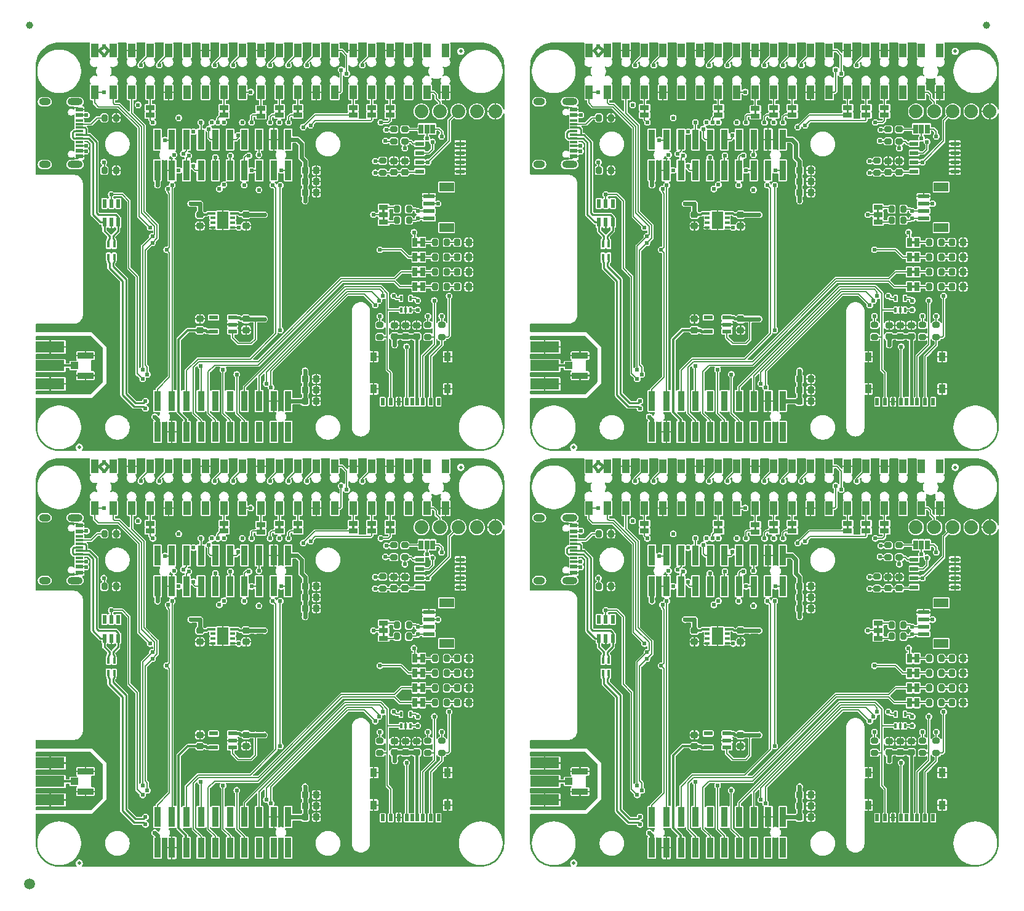
<source format=gtl>
%TF.GenerationSoftware,KiCad,Pcbnew,8.0.7*%
%TF.CreationDate,2025-03-20T16:22:27+00:00*%
%TF.ProjectId,SparkFun_GNSS_Flex_pHAT_panelized,53706172-6b46-4756-9e5f-474e53535f46,v10*%
%TF.SameCoordinates,Original*%
%TF.FileFunction,Copper,L1,Top*%
%TF.FilePolarity,Positive*%
%FSLAX46Y46*%
G04 Gerber Fmt 4.6, Leading zero omitted, Abs format (unit mm)*
G04 Created by KiCad (PCBNEW 8.0.7) date 2025-03-20 16:22:27*
%MOMM*%
%LPD*%
G01*
G04 APERTURE LIST*
G04 Aperture macros list*
%AMRoundRect*
0 Rectangle with rounded corners*
0 $1 Rounding radius*
0 $2 $3 $4 $5 $6 $7 $8 $9 X,Y pos of 4 corners*
0 Add a 4 corners polygon primitive as box body*
4,1,4,$2,$3,$4,$5,$6,$7,$8,$9,$2,$3,0*
0 Add four circle primitives for the rounded corners*
1,1,$1+$1,$2,$3*
1,1,$1+$1,$4,$5*
1,1,$1+$1,$6,$7*
1,1,$1+$1,$8,$9*
0 Add four rect primitives between the rounded corners*
20,1,$1+$1,$2,$3,$4,$5,0*
20,1,$1+$1,$4,$5,$6,$7,0*
20,1,$1+$1,$6,$7,$8,$9,0*
20,1,$1+$1,$8,$9,$2,$3,0*%
G04 Aperture macros list end*
%TA.AperFunction,EtchedComponent*%
%ADD10C,0.000000*%
%TD*%
%TA.AperFunction,SMDPad,CuDef*%
%ADD11R,1.270000X0.660400*%
%TD*%
%TA.AperFunction,SMDPad,CuDef*%
%ADD12RoundRect,0.200000X0.200000X0.275000X-0.200000X0.275000X-0.200000X-0.275000X0.200000X-0.275000X0*%
%TD*%
%TA.AperFunction,SMDPad,CuDef*%
%ADD13RoundRect,0.225000X-0.225000X-0.250000X0.225000X-0.250000X0.225000X0.250000X-0.225000X0.250000X0*%
%TD*%
%TA.AperFunction,SMDPad,CuDef*%
%ADD14RoundRect,0.218750X0.218750X0.256250X-0.218750X0.256250X-0.218750X-0.256250X0.218750X-0.256250X0*%
%TD*%
%TA.AperFunction,SMDPad,CuDef*%
%ADD15R,0.900000X2.750000*%
%TD*%
%TA.AperFunction,SMDPad,CuDef*%
%ADD16R,0.660400X1.270000*%
%TD*%
%TA.AperFunction,SMDPad,CuDef*%
%ADD17C,0.500000*%
%TD*%
%TA.AperFunction,SMDPad,CuDef*%
%ADD18C,1.000000*%
%TD*%
%TA.AperFunction,SMDPad,CuDef*%
%ADD19RoundRect,0.225000X0.250000X-0.225000X0.250000X0.225000X-0.250000X0.225000X-0.250000X-0.225000X0*%
%TD*%
%TA.AperFunction,SMDPad,CuDef*%
%ADD20RoundRect,0.200000X0.275000X-0.200000X0.275000X0.200000X-0.275000X0.200000X-0.275000X-0.200000X0*%
%TD*%
%TA.AperFunction,SMDPad,CuDef*%
%ADD21RoundRect,0.200000X-0.200000X-0.275000X0.200000X-0.275000X0.200000X0.275000X-0.200000X0.275000X0*%
%TD*%
%TA.AperFunction,SMDPad,CuDef*%
%ADD22R,4.000000X1.500000*%
%TD*%
%TA.AperFunction,SMDPad,CuDef*%
%ADD23RoundRect,0.200000X-0.275000X0.200000X-0.275000X-0.200000X0.275000X-0.200000X0.275000X0.200000X0*%
%TD*%
%TA.AperFunction,ComponentPad*%
%ADD24C,1.879600*%
%TD*%
%TA.AperFunction,SMDPad,CuDef*%
%ADD25R,0.500000X1.000000*%
%TD*%
%TA.AperFunction,SMDPad,CuDef*%
%ADD26R,0.950000X1.200000*%
%TD*%
%TA.AperFunction,SMDPad,CuDef*%
%ADD27R,0.550000X1.200000*%
%TD*%
%TA.AperFunction,SMDPad,CuDef*%
%ADD28R,1.020000X1.870000*%
%TD*%
%TA.AperFunction,SMDPad,CuDef*%
%ADD29R,1.550000X0.600000*%
%TD*%
%TA.AperFunction,SMDPad,CuDef*%
%ADD30R,2.000000X1.200000*%
%TD*%
%TA.AperFunction,SMDPad,CuDef*%
%ADD31C,1.500000*%
%TD*%
%TA.AperFunction,SMDPad,CuDef*%
%ADD32RoundRect,0.225000X-0.250000X0.225000X-0.250000X-0.225000X0.250000X-0.225000X0.250000X0.225000X0*%
%TD*%
%TA.AperFunction,SMDPad,CuDef*%
%ADD33R,1.200000X0.550000*%
%TD*%
%TA.AperFunction,SMDPad,CuDef*%
%ADD34RoundRect,0.225000X0.225000X0.250000X-0.225000X0.250000X-0.225000X-0.250000X0.225000X-0.250000X0*%
%TD*%
%TA.AperFunction,SMDPad,CuDef*%
%ADD35R,1.050000X1.000000*%
%TD*%
%TA.AperFunction,SMDPad,CuDef*%
%ADD36R,2.200000X0.850000*%
%TD*%
%TA.AperFunction,SMDPad,CuDef*%
%ADD37R,0.650000X0.300000*%
%TD*%
%TA.AperFunction,SMDPad,CuDef*%
%ADD38R,1.600000X2.350000*%
%TD*%
%TA.AperFunction,SMDPad,CuDef*%
%ADD39R,1.000000X0.300000*%
%TD*%
%TA.AperFunction,SMDPad,CuDef*%
%ADD40R,1.000000X0.600000*%
%TD*%
%TA.AperFunction,ComponentPad*%
%ADD41O,1.600000X1.000000*%
%TD*%
%TA.AperFunction,ComponentPad*%
%ADD42O,2.100000X1.000000*%
%TD*%
%TA.AperFunction,SMDPad,CuDef*%
%ADD43R,1.200000X0.600000*%
%TD*%
%TA.AperFunction,SMDPad,CuDef*%
%ADD44R,0.635000X1.270000*%
%TD*%
%TA.AperFunction,SMDPad,CuDef*%
%ADD45R,0.300000X0.700000*%
%TD*%
%TA.AperFunction,SMDPad,CuDef*%
%ADD46R,0.400000X0.900000*%
%TD*%
%TA.AperFunction,ViaPad*%
%ADD47C,0.609600*%
%TD*%
%TA.AperFunction,Conductor*%
%ADD48C,0.558800*%
%TD*%
%TA.AperFunction,Conductor*%
%ADD49C,0.177800*%
%TD*%
%TA.AperFunction,Conductor*%
%ADD50C,0.406400*%
%TD*%
%TA.AperFunction,Conductor*%
%ADD51C,0.304800*%
%TD*%
%TA.AperFunction,Conductor*%
%ADD52C,0.152400*%
%TD*%
%TA.AperFunction,Conductor*%
%ADD53C,0.266700*%
%TD*%
%TA.AperFunction,Conductor*%
%ADD54C,0.330200*%
%TD*%
G04 APERTURE END LIST*
D10*
%TA.AperFunction,EtchedComponent*%
%TO.C,JP5*%
G36*
X112132000Y46740000D02*
G01*
X111832000Y46740000D01*
X111832000Y47240000D01*
X112132000Y47240000D01*
X112132000Y46740000D01*
G37*
%TD.AperFunction*%
%TA.AperFunction,EtchedComponent*%
G36*
X112132000Y103990000D02*
G01*
X111832000Y103990000D01*
X111832000Y104490000D01*
X112132000Y104490000D01*
X112132000Y103990000D01*
G37*
%TD.AperFunction*%
%TA.AperFunction,EtchedComponent*%
G36*
X44092000Y103990000D02*
G01*
X43792000Y103990000D01*
X43792000Y104490000D01*
X44092000Y104490000D01*
X44092000Y103990000D01*
G37*
%TD.AperFunction*%
%TA.AperFunction,EtchedComponent*%
G36*
X44092000Y46740000D02*
G01*
X43792000Y46740000D01*
X43792000Y47240000D01*
X44092000Y47240000D01*
X44092000Y46740000D01*
G37*
%TD.AperFunction*%
%TA.AperFunction,EtchedComponent*%
%TO.C,JP4*%
G36*
X84192000Y46740000D02*
G01*
X83892000Y46740000D01*
X83892000Y47240000D01*
X84192000Y47240000D01*
X84192000Y46740000D01*
G37*
%TD.AperFunction*%
%TA.AperFunction,EtchedComponent*%
G36*
X84192000Y103990000D02*
G01*
X83892000Y103990000D01*
X83892000Y104490000D01*
X84192000Y104490000D01*
X84192000Y103990000D01*
G37*
%TD.AperFunction*%
%TA.AperFunction,EtchedComponent*%
G36*
X16152000Y103990000D02*
G01*
X15852000Y103990000D01*
X15852000Y104490000D01*
X16152000Y104490000D01*
X16152000Y103990000D01*
G37*
%TD.AperFunction*%
%TA.AperFunction,EtchedComponent*%
G36*
X16152000Y46740000D02*
G01*
X15852000Y46740000D01*
X15852000Y47240000D01*
X16152000Y47240000D01*
X16152000Y46740000D01*
G37*
%TD.AperFunction*%
%TA.AperFunction,EtchedComponent*%
%TO.C,JP10*%
G36*
X31392000Y46613000D02*
G01*
X31092000Y46613000D01*
X31092000Y47113000D01*
X31392000Y47113000D01*
X31392000Y46613000D01*
G37*
%TD.AperFunction*%
%TA.AperFunction,EtchedComponent*%
G36*
X31392000Y103863000D02*
G01*
X31092000Y103863000D01*
X31092000Y104363000D01*
X31392000Y104363000D01*
X31392000Y103863000D01*
G37*
%TD.AperFunction*%
%TA.AperFunction,EtchedComponent*%
G36*
X99432000Y46613000D02*
G01*
X99132000Y46613000D01*
X99132000Y47113000D01*
X99432000Y47113000D01*
X99432000Y46613000D01*
G37*
%TD.AperFunction*%
%TA.AperFunction,EtchedComponent*%
G36*
X99432000Y103863000D02*
G01*
X99132000Y103863000D01*
X99132000Y104363000D01*
X99432000Y104363000D01*
X99432000Y103863000D01*
G37*
%TD.AperFunction*%
%TA.AperFunction,EtchedComponent*%
%TO.C,JP22*%
G36*
X26312000Y103990000D02*
G01*
X26012000Y103990000D01*
X26012000Y104490000D01*
X26312000Y104490000D01*
X26312000Y103990000D01*
G37*
%TD.AperFunction*%
%TA.AperFunction,EtchedComponent*%
G36*
X94352000Y46740000D02*
G01*
X94052000Y46740000D01*
X94052000Y47240000D01*
X94352000Y47240000D01*
X94352000Y46740000D01*
G37*
%TD.AperFunction*%
%TA.AperFunction,EtchedComponent*%
G36*
X94352000Y103990000D02*
G01*
X94052000Y103990000D01*
X94052000Y104490000D01*
X94352000Y104490000D01*
X94352000Y103990000D01*
G37*
%TD.AperFunction*%
%TA.AperFunction,EtchedComponent*%
G36*
X26312000Y46740000D02*
G01*
X26012000Y46740000D01*
X26012000Y47240000D01*
X26312000Y47240000D01*
X26312000Y46740000D01*
G37*
%TD.AperFunction*%
%TA.AperFunction,EtchedComponent*%
%TO.C,PWR.1*%
G36*
X121249000Y28806000D02*
G01*
X120749000Y28806000D01*
X120749000Y29106000D01*
X121249000Y29106000D01*
X121249000Y28806000D01*
G37*
%TD.AperFunction*%
%TA.AperFunction,EtchedComponent*%
G36*
X121249000Y86056000D02*
G01*
X120749000Y86056000D01*
X120749000Y86356000D01*
X121249000Y86356000D01*
X121249000Y86056000D01*
G37*
%TD.AperFunction*%
%TA.AperFunction,EtchedComponent*%
G36*
X53209000Y86056000D02*
G01*
X52709000Y86056000D01*
X52709000Y86356000D01*
X53209000Y86356000D01*
X53209000Y86056000D01*
G37*
%TD.AperFunction*%
%TA.AperFunction,EtchedComponent*%
G36*
X53209000Y28806000D02*
G01*
X52709000Y28806000D01*
X52709000Y29106000D01*
X53209000Y29106000D01*
X53209000Y28806000D01*
G37*
%TD.AperFunction*%
%TA.AperFunction,EtchedComponent*%
%TO.C,PPS1.1*%
G36*
X121249000Y26774000D02*
G01*
X120749000Y26774000D01*
X120749000Y27074000D01*
X121249000Y27074000D01*
X121249000Y26774000D01*
G37*
%TD.AperFunction*%
%TA.AperFunction,EtchedComponent*%
G36*
X53209000Y84024000D02*
G01*
X52709000Y84024000D01*
X52709000Y84324000D01*
X53209000Y84324000D01*
X53209000Y84024000D01*
G37*
%TD.AperFunction*%
%TA.AperFunction,EtchedComponent*%
G36*
X121249000Y84024000D02*
G01*
X120749000Y84024000D01*
X120749000Y84324000D01*
X121249000Y84324000D01*
X121249000Y84024000D01*
G37*
%TD.AperFunction*%
%TA.AperFunction,EtchedComponent*%
G36*
X53209000Y26774000D02*
G01*
X52709000Y26774000D01*
X52709000Y27074000D01*
X53209000Y27074000D01*
X53209000Y26774000D01*
G37*
%TD.AperFunction*%
%TA.AperFunction,EtchedComponent*%
%TO.C,JP9*%
G36*
X33932000Y46740000D02*
G01*
X33632000Y46740000D01*
X33632000Y47240000D01*
X33932000Y47240000D01*
X33932000Y46740000D01*
G37*
%TD.AperFunction*%
%TA.AperFunction,EtchedComponent*%
G36*
X33932000Y103990000D02*
G01*
X33632000Y103990000D01*
X33632000Y104490000D01*
X33932000Y104490000D01*
X33932000Y103990000D01*
G37*
%TD.AperFunction*%
%TA.AperFunction,EtchedComponent*%
G36*
X101972000Y46740000D02*
G01*
X101672000Y46740000D01*
X101672000Y47240000D01*
X101972000Y47240000D01*
X101972000Y46740000D01*
G37*
%TD.AperFunction*%
%TA.AperFunction,EtchedComponent*%
G36*
X101972000Y103990000D02*
G01*
X101672000Y103990000D01*
X101672000Y104490000D01*
X101972000Y104490000D01*
X101972000Y103990000D01*
G37*
%TD.AperFunction*%
%TA.AperFunction,EtchedComponent*%
%TO.C,JP6*%
G36*
X46632000Y46740000D02*
G01*
X46332000Y46740000D01*
X46332000Y47240000D01*
X46632000Y47240000D01*
X46632000Y46740000D01*
G37*
%TD.AperFunction*%
%TA.AperFunction,EtchedComponent*%
G36*
X114672000Y103990000D02*
G01*
X114372000Y103990000D01*
X114372000Y104490000D01*
X114672000Y104490000D01*
X114672000Y103990000D01*
G37*
%TD.AperFunction*%
%TA.AperFunction,EtchedComponent*%
G36*
X114672000Y46740000D02*
G01*
X114372000Y46740000D01*
X114372000Y47240000D01*
X114672000Y47240000D01*
X114672000Y46740000D01*
G37*
%TD.AperFunction*%
%TA.AperFunction,EtchedComponent*%
G36*
X46632000Y103990000D02*
G01*
X46332000Y103990000D01*
X46332000Y104490000D01*
X46632000Y104490000D01*
X46632000Y103990000D01*
G37*
%TD.AperFunction*%
%TA.AperFunction,EtchedComponent*%
%TO.C,JP13*%
G36*
X49172000Y46740000D02*
G01*
X48872000Y46740000D01*
X48872000Y47240000D01*
X49172000Y47240000D01*
X49172000Y46740000D01*
G37*
%TD.AperFunction*%
%TA.AperFunction,EtchedComponent*%
G36*
X49172000Y103990000D02*
G01*
X48872000Y103990000D01*
X48872000Y104490000D01*
X49172000Y104490000D01*
X49172000Y103990000D01*
G37*
%TD.AperFunction*%
%TA.AperFunction,EtchedComponent*%
G36*
X117212000Y46740000D02*
G01*
X116912000Y46740000D01*
X116912000Y47240000D01*
X117212000Y47240000D01*
X117212000Y46740000D01*
G37*
%TD.AperFunction*%
%TA.AperFunction,EtchedComponent*%
G36*
X117212000Y103990000D02*
G01*
X116912000Y103990000D01*
X116912000Y104490000D01*
X117212000Y104490000D01*
X117212000Y103990000D01*
G37*
%TD.AperFunction*%
%TA.AperFunction,EtchedComponent*%
%TO.C,RTK.1*%
G36*
X53209000Y24742000D02*
G01*
X52709000Y24742000D01*
X52709000Y25042000D01*
X53209000Y25042000D01*
X53209000Y24742000D01*
G37*
%TD.AperFunction*%
%TA.AperFunction,EtchedComponent*%
G36*
X53209000Y81992000D02*
G01*
X52709000Y81992000D01*
X52709000Y82292000D01*
X53209000Y82292000D01*
X53209000Y81992000D01*
G37*
%TD.AperFunction*%
%TA.AperFunction,EtchedComponent*%
G36*
X121249000Y24742000D02*
G01*
X120749000Y24742000D01*
X120749000Y25042000D01*
X121249000Y25042000D01*
X121249000Y24742000D01*
G37*
%TD.AperFunction*%
%TA.AperFunction,EtchedComponent*%
G36*
X121249000Y81992000D02*
G01*
X120749000Y81992000D01*
X120749000Y82292000D01*
X121249000Y82292000D01*
X121249000Y81992000D01*
G37*
%TD.AperFunction*%
%TA.AperFunction,EtchedComponent*%
%TO.C,PVT.1*%
G36*
X53209000Y22710000D02*
G01*
X52709000Y22710000D01*
X52709000Y23010000D01*
X53209000Y23010000D01*
X53209000Y22710000D01*
G37*
%TD.AperFunction*%
%TA.AperFunction,EtchedComponent*%
G36*
X53209000Y79960000D02*
G01*
X52709000Y79960000D01*
X52709000Y80260000D01*
X53209000Y80260000D01*
X53209000Y79960000D01*
G37*
%TD.AperFunction*%
%TA.AperFunction,EtchedComponent*%
G36*
X121249000Y22710000D02*
G01*
X120749000Y22710000D01*
X120749000Y23010000D01*
X121249000Y23010000D01*
X121249000Y22710000D01*
G37*
%TD.AperFunction*%
%TA.AperFunction,EtchedComponent*%
G36*
X121249000Y79960000D02*
G01*
X120749000Y79960000D01*
X120749000Y80260000D01*
X121249000Y80260000D01*
X121249000Y79960000D01*
G37*
%TD.AperFunction*%
%TA.AperFunction,EtchedComponent*%
%TO.C,JP11*%
G36*
X36472000Y46740000D02*
G01*
X36172000Y46740000D01*
X36172000Y47240000D01*
X36472000Y47240000D01*
X36472000Y46740000D01*
G37*
%TD.AperFunction*%
%TA.AperFunction,EtchedComponent*%
G36*
X36472000Y103990000D02*
G01*
X36172000Y103990000D01*
X36172000Y104490000D01*
X36472000Y104490000D01*
X36472000Y103990000D01*
G37*
%TD.AperFunction*%
%TA.AperFunction,EtchedComponent*%
G36*
X104512000Y46740000D02*
G01*
X104212000Y46740000D01*
X104212000Y47240000D01*
X104512000Y47240000D01*
X104512000Y46740000D01*
G37*
%TD.AperFunction*%
%TA.AperFunction,EtchedComponent*%
G36*
X104512000Y103990000D02*
G01*
X104212000Y103990000D01*
X104212000Y104490000D01*
X104512000Y104490000D01*
X104512000Y103990000D01*
G37*
%TD.AperFunction*%
%TA.AperFunction,EtchedComponent*%
%TO.C,JP1*%
G36*
X48260000Y33028000D02*
G01*
X47960000Y33028000D01*
X47960000Y33528000D01*
X48260000Y33528000D01*
X48260000Y33028000D01*
G37*
%TD.AperFunction*%
%TA.AperFunction,EtchedComponent*%
G36*
X48283000Y31995300D02*
G01*
X47983000Y31995300D01*
X47983000Y32495300D01*
X48283000Y32495300D01*
X48283000Y31995300D01*
G37*
%TD.AperFunction*%
%TA.AperFunction,EtchedComponent*%
G36*
X116300000Y33028000D02*
G01*
X116000000Y33028000D01*
X116000000Y33528000D01*
X116300000Y33528000D01*
X116300000Y33028000D01*
G37*
%TD.AperFunction*%
%TA.AperFunction,EtchedComponent*%
G36*
X116323000Y31995300D02*
G01*
X116023000Y31995300D01*
X116023000Y32495300D01*
X116323000Y32495300D01*
X116323000Y31995300D01*
G37*
%TD.AperFunction*%
%TA.AperFunction,EtchedComponent*%
G36*
X116300000Y90278000D02*
G01*
X116000000Y90278000D01*
X116000000Y90778000D01*
X116300000Y90778000D01*
X116300000Y90278000D01*
G37*
%TD.AperFunction*%
%TA.AperFunction,EtchedComponent*%
G36*
X116323000Y89245300D02*
G01*
X116023000Y89245300D01*
X116023000Y89745300D01*
X116323000Y89745300D01*
X116323000Y89245300D01*
G37*
%TD.AperFunction*%
%TA.AperFunction,EtchedComponent*%
G36*
X48260000Y90278000D02*
G01*
X47960000Y90278000D01*
X47960000Y90778000D01*
X48260000Y90778000D01*
X48260000Y90278000D01*
G37*
%TD.AperFunction*%
%TA.AperFunction,EtchedComponent*%
G36*
X48283000Y89245300D02*
G01*
X47983000Y89245300D01*
X47983000Y89745300D01*
X48283000Y89745300D01*
X48283000Y89245300D01*
G37*
%TD.AperFunction*%
%TD*%
D11*
%TO.P,JP5,1,A*%
%TO.N,Net-(J1-GCLK1{slash}GPIO5)*%
X111982000Y47510700D03*
%TO.P,JP5,2,B*%
%TO.N,TXD3*%
X111982000Y46469300D03*
%TD*%
%TO.P,JP5,1,A*%
%TO.N,Net-(J1-GCLK1{slash}GPIO5)*%
X111982000Y104760700D03*
%TO.P,JP5,2,B*%
%TO.N,TXD3*%
X111982000Y103719300D03*
%TD*%
%TO.P,JP5,1,A*%
%TO.N,Net-(J1-GCLK1{slash}GPIO5)*%
X43942000Y104760700D03*
%TO.P,JP5,2,B*%
%TO.N,TXD3*%
X43942000Y103719300D03*
%TD*%
%TO.P,JP5,1,A*%
%TO.N,Net-(J1-GCLK1{slash}GPIO5)*%
X43942000Y47510700D03*
%TO.P,JP5,2,B*%
%TO.N,TXD3*%
X43942000Y46469300D03*
%TD*%
%TO.P,JP4,1,A*%
%TO.N,Net-(J1-GCLK0{slash}GPIO4)*%
X84042000Y47510700D03*
%TO.P,JP4,2,B*%
%TO.N,RXD3*%
X84042000Y46469300D03*
%TD*%
%TO.P,JP4,1,A*%
%TO.N,Net-(J1-GCLK0{slash}GPIO4)*%
X84042000Y104760700D03*
%TO.P,JP4,2,B*%
%TO.N,RXD3*%
X84042000Y103719300D03*
%TD*%
%TO.P,JP4,1,A*%
%TO.N,Net-(J1-GCLK0{slash}GPIO4)*%
X16002000Y104760700D03*
%TO.P,JP4,2,B*%
%TO.N,RXD3*%
X16002000Y103719300D03*
%TD*%
%TO.P,JP4,1,A*%
%TO.N,Net-(J1-GCLK0{slash}GPIO4)*%
X16002000Y47510700D03*
%TO.P,JP4,2,B*%
%TO.N,RXD3*%
X16002000Y46469300D03*
%TD*%
D12*
%TO.P,R5,1*%
%TO.N,SCL*%
X51625000Y89254000D03*
%TO.P,R5,2*%
%TO.N,Net-(JP1-A)*%
X49975000Y89254000D03*
%TD*%
%TO.P,R5,1*%
%TO.N,SCL*%
X51625000Y32004000D03*
%TO.P,R5,2*%
%TO.N,Net-(JP1-A)*%
X49975000Y32004000D03*
%TD*%
%TO.P,R5,1*%
%TO.N,SCL*%
X119665000Y32004000D03*
%TO.P,R5,2*%
%TO.N,Net-(JP1-A)*%
X118015000Y32004000D03*
%TD*%
%TO.P,R5,1*%
%TO.N,SCL*%
X119665000Y89254000D03*
%TO.P,R5,2*%
%TO.N,Net-(JP1-A)*%
X118015000Y89254000D03*
%TD*%
D11*
%TO.P,JP10,1,A*%
%TO.N,Net-(J1-PICO0{slash}GPIO10)*%
X31242000Y47383700D03*
%TO.P,JP10,2,B*%
%TO.N,RTS2*%
X31242000Y46342300D03*
%TD*%
%TO.P,JP10,1,A*%
%TO.N,Net-(J1-PICO0{slash}GPIO10)*%
X31242000Y104633700D03*
%TO.P,JP10,2,B*%
%TO.N,RTS2*%
X31242000Y103592300D03*
%TD*%
%TO.P,JP10,1,A*%
%TO.N,Net-(J1-PICO0{slash}GPIO10)*%
X99282000Y47383700D03*
%TO.P,JP10,2,B*%
%TO.N,RTS2*%
X99282000Y46342300D03*
%TD*%
%TO.P,JP10,1,A*%
%TO.N,Net-(J1-PICO0{slash}GPIO10)*%
X99282000Y104633700D03*
%TO.P,JP10,2,B*%
%TO.N,RTS2*%
X99282000Y103592300D03*
%TD*%
D13*
%TO.P,C15,1*%
%TO.N,3.3V*%
X105365000Y93064000D03*
%TO.P,C15,2*%
%TO.N,GND*%
X106915000Y93064000D03*
%TD*%
%TO.P,C15,1*%
%TO.N,3.3V*%
X37325000Y35814000D03*
%TO.P,C15,2*%
%TO.N,GND*%
X38875000Y35814000D03*
%TD*%
%TO.P,C15,1*%
%TO.N,3.3V*%
X37325000Y93064000D03*
%TO.P,C15,2*%
%TO.N,GND*%
X38875000Y93064000D03*
%TD*%
%TO.P,C15,1*%
%TO.N,3.3V*%
X105365000Y35814000D03*
%TO.P,C15,2*%
%TO.N,GND*%
X106915000Y35814000D03*
%TD*%
%TO.P,C12,1*%
%TO.N,3.3V*%
X37325000Y67410000D03*
%TO.P,C12,2*%
%TO.N,GND*%
X38875000Y67410000D03*
%TD*%
%TO.P,C12,1*%
%TO.N,3.3V*%
X105365000Y10160000D03*
%TO.P,C12,2*%
%TO.N,GND*%
X106915000Y10160000D03*
%TD*%
%TO.P,C12,1*%
%TO.N,3.3V*%
X105365000Y67410000D03*
%TO.P,C12,2*%
%TO.N,GND*%
X106915000Y67410000D03*
%TD*%
%TO.P,C12,1*%
%TO.N,3.3V*%
X37325000Y10160000D03*
%TO.P,C12,2*%
%TO.N,GND*%
X38875000Y10160000D03*
%TD*%
D14*
%TO.P,D4,1,K*%
%TO.N,GND*%
X127882500Y22860000D03*
%TO.P,D4,2,A*%
%TO.N,Net-(D4-A)*%
X126307500Y22860000D03*
%TD*%
%TO.P,D4,1,K*%
%TO.N,GND*%
X59842500Y80110000D03*
%TO.P,D4,2,A*%
%TO.N,Net-(D4-A)*%
X58267500Y80110000D03*
%TD*%
%TO.P,D4,1,K*%
%TO.N,GND*%
X127882500Y80110000D03*
%TO.P,D4,2,A*%
%TO.N,Net-(D4-A)*%
X126307500Y80110000D03*
%TD*%
%TO.P,D4,1,K*%
%TO.N,GND*%
X59842500Y22860000D03*
%TO.P,D4,2,A*%
%TO.N,Net-(D4-A)*%
X58267500Y22860000D03*
%TD*%
D15*
%TO.P,J4,1,Pin_1*%
%TO.N,3.3V*%
X85040000Y38875000D03*
%TO.P,J4,2,Pin_2*%
%TO.N,unconnected-(J4-Pin_2-Pad2)*%
X85040000Y43125000D03*
%TO.P,J4,3,Pin_3*%
%TO.N,GND*%
X87040000Y38875000D03*
%TO.P,J4,4,Pin_4*%
%TO.N,CTS3*%
X87040000Y43125000D03*
%TO.P,J4,5,Pin_5*%
%TO.N,RTS3*%
X89040000Y38875000D03*
%TO.P,J4,6,Pin_6*%
%TO.N,TXD3*%
X89040000Y43125000D03*
%TO.P,J4,7,Pin_7*%
%TO.N,CTS2*%
X91040000Y38875000D03*
%TO.P,J4,8,Pin_8*%
%TO.N,RXD3*%
X91040000Y43125000D03*
%TO.P,J4,9,Pin_9*%
%TO.N,RTS2*%
X93040000Y38875000D03*
%TO.P,J4,10,Pin_10*%
%TO.N,TXD2*%
X93040000Y43125000D03*
%TO.P,J4,11,Pin_11*%
%TO.N,TXD4*%
X95040000Y38875000D03*
%TO.P,J4,12,Pin_12*%
%TO.N,RXD2*%
X95040000Y43125000D03*
%TO.P,J4,13,Pin_13*%
%TO.N,RXD4*%
X97040000Y38875000D03*
%TO.P,J4,14,Pin_14*%
%TO.N,unconnected-(J4-Pin_14-Pad14)*%
X97040000Y43125000D03*
%TO.P,J4,15,Pin_15*%
%TO.N,TXD1*%
X99040000Y38875000D03*
%TO.P,J4,16,Pin_16*%
%TO.N,~{RST}*%
X99040000Y43125000D03*
%TO.P,J4,17,Pin_17*%
%TO.N,unconnected-(J4-Pin_17-Pad17)*%
X101040000Y38875000D03*
%TO.P,J4,18,Pin_18*%
%TO.N,GND*%
X101040000Y43125000D03*
%TO.P,J4,19,Pin_19*%
%TO.N,RXD1*%
X103040000Y38875000D03*
%TO.P,J4,20,Pin_20*%
%TO.N,3.3V*%
X103040000Y43125000D03*
%TD*%
%TO.P,J4,1,Pin_1*%
%TO.N,3.3V*%
X17000000Y96125000D03*
%TO.P,J4,2,Pin_2*%
%TO.N,unconnected-(J4-Pin_2-Pad2)*%
X17000000Y100375000D03*
%TO.P,J4,3,Pin_3*%
%TO.N,GND*%
X19000000Y96125000D03*
%TO.P,J4,4,Pin_4*%
%TO.N,CTS3*%
X19000000Y100375000D03*
%TO.P,J4,5,Pin_5*%
%TO.N,RTS3*%
X21000000Y96125000D03*
%TO.P,J4,6,Pin_6*%
%TO.N,TXD3*%
X21000000Y100375000D03*
%TO.P,J4,7,Pin_7*%
%TO.N,CTS2*%
X23000000Y96125000D03*
%TO.P,J4,8,Pin_8*%
%TO.N,RXD3*%
X23000000Y100375000D03*
%TO.P,J4,9,Pin_9*%
%TO.N,RTS2*%
X25000000Y96125000D03*
%TO.P,J4,10,Pin_10*%
%TO.N,TXD2*%
X25000000Y100375000D03*
%TO.P,J4,11,Pin_11*%
%TO.N,TXD4*%
X27000000Y96125000D03*
%TO.P,J4,12,Pin_12*%
%TO.N,RXD2*%
X27000000Y100375000D03*
%TO.P,J4,13,Pin_13*%
%TO.N,RXD4*%
X29000000Y96125000D03*
%TO.P,J4,14,Pin_14*%
%TO.N,unconnected-(J4-Pin_14-Pad14)*%
X29000000Y100375000D03*
%TO.P,J4,15,Pin_15*%
%TO.N,TXD1*%
X31000000Y96125000D03*
%TO.P,J4,16,Pin_16*%
%TO.N,~{RST}*%
X31000000Y100375000D03*
%TO.P,J4,17,Pin_17*%
%TO.N,unconnected-(J4-Pin_17-Pad17)*%
X33000000Y96125000D03*
%TO.P,J4,18,Pin_18*%
%TO.N,GND*%
X33000000Y100375000D03*
%TO.P,J4,19,Pin_19*%
%TO.N,RXD1*%
X35000000Y96125000D03*
%TO.P,J4,20,Pin_20*%
%TO.N,3.3V*%
X35000000Y100375000D03*
%TD*%
%TO.P,J4,1,Pin_1*%
%TO.N,3.3V*%
X85040000Y96125000D03*
%TO.P,J4,2,Pin_2*%
%TO.N,unconnected-(J4-Pin_2-Pad2)*%
X85040000Y100375000D03*
%TO.P,J4,3,Pin_3*%
%TO.N,GND*%
X87040000Y96125000D03*
%TO.P,J4,4,Pin_4*%
%TO.N,CTS3*%
X87040000Y100375000D03*
%TO.P,J4,5,Pin_5*%
%TO.N,RTS3*%
X89040000Y96125000D03*
%TO.P,J4,6,Pin_6*%
%TO.N,TXD3*%
X89040000Y100375000D03*
%TO.P,J4,7,Pin_7*%
%TO.N,CTS2*%
X91040000Y96125000D03*
%TO.P,J4,8,Pin_8*%
%TO.N,RXD3*%
X91040000Y100375000D03*
%TO.P,J4,9,Pin_9*%
%TO.N,RTS2*%
X93040000Y96125000D03*
%TO.P,J4,10,Pin_10*%
%TO.N,TXD2*%
X93040000Y100375000D03*
%TO.P,J4,11,Pin_11*%
%TO.N,TXD4*%
X95040000Y96125000D03*
%TO.P,J4,12,Pin_12*%
%TO.N,RXD2*%
X95040000Y100375000D03*
%TO.P,J4,13,Pin_13*%
%TO.N,RXD4*%
X97040000Y96125000D03*
%TO.P,J4,14,Pin_14*%
%TO.N,unconnected-(J4-Pin_14-Pad14)*%
X97040000Y100375000D03*
%TO.P,J4,15,Pin_15*%
%TO.N,TXD1*%
X99040000Y96125000D03*
%TO.P,J4,16,Pin_16*%
%TO.N,~{RST}*%
X99040000Y100375000D03*
%TO.P,J4,17,Pin_17*%
%TO.N,unconnected-(J4-Pin_17-Pad17)*%
X101040000Y96125000D03*
%TO.P,J4,18,Pin_18*%
%TO.N,GND*%
X101040000Y100375000D03*
%TO.P,J4,19,Pin_19*%
%TO.N,RXD1*%
X103040000Y96125000D03*
%TO.P,J4,20,Pin_20*%
%TO.N,3.3V*%
X103040000Y100375000D03*
%TD*%
%TO.P,J4,1,Pin_1*%
%TO.N,3.3V*%
X17000000Y38875000D03*
%TO.P,J4,2,Pin_2*%
%TO.N,unconnected-(J4-Pin_2-Pad2)*%
X17000000Y43125000D03*
%TO.P,J4,3,Pin_3*%
%TO.N,GND*%
X19000000Y38875000D03*
%TO.P,J4,4,Pin_4*%
%TO.N,CTS3*%
X19000000Y43125000D03*
%TO.P,J4,5,Pin_5*%
%TO.N,RTS3*%
X21000000Y38875000D03*
%TO.P,J4,6,Pin_6*%
%TO.N,TXD3*%
X21000000Y43125000D03*
%TO.P,J4,7,Pin_7*%
%TO.N,CTS2*%
X23000000Y38875000D03*
%TO.P,J4,8,Pin_8*%
%TO.N,RXD3*%
X23000000Y43125000D03*
%TO.P,J4,9,Pin_9*%
%TO.N,RTS2*%
X25000000Y38875000D03*
%TO.P,J4,10,Pin_10*%
%TO.N,TXD2*%
X25000000Y43125000D03*
%TO.P,J4,11,Pin_11*%
%TO.N,TXD4*%
X27000000Y38875000D03*
%TO.P,J4,12,Pin_12*%
%TO.N,RXD2*%
X27000000Y43125000D03*
%TO.P,J4,13,Pin_13*%
%TO.N,RXD4*%
X29000000Y38875000D03*
%TO.P,J4,14,Pin_14*%
%TO.N,unconnected-(J4-Pin_14-Pad14)*%
X29000000Y43125000D03*
%TO.P,J4,15,Pin_15*%
%TO.N,TXD1*%
X31000000Y38875000D03*
%TO.P,J4,16,Pin_16*%
%TO.N,~{RST}*%
X31000000Y43125000D03*
%TO.P,J4,17,Pin_17*%
%TO.N,unconnected-(J4-Pin_17-Pad17)*%
X33000000Y38875000D03*
%TO.P,J4,18,Pin_18*%
%TO.N,GND*%
X33000000Y43125000D03*
%TO.P,J4,19,Pin_19*%
%TO.N,RXD1*%
X35000000Y38875000D03*
%TO.P,J4,20,Pin_20*%
%TO.N,3.3V*%
X35000000Y43125000D03*
%TD*%
D11*
%TO.P,JP22,1,A*%
%TO.N,PPS1*%
X26162000Y103719300D03*
%TO.P,JP22,2,B*%
%TO.N,Net-(J1-GPIO22)*%
X26162000Y104760700D03*
%TD*%
%TO.P,JP22,1,A*%
%TO.N,PPS1*%
X94202000Y46469300D03*
%TO.P,JP22,2,B*%
%TO.N,Net-(J1-GPIO22)*%
X94202000Y47510700D03*
%TD*%
%TO.P,JP22,1,A*%
%TO.N,PPS1*%
X94202000Y103719300D03*
%TO.P,JP22,2,B*%
%TO.N,Net-(J1-GPIO22)*%
X94202000Y104760700D03*
%TD*%
%TO.P,JP22,1,A*%
%TO.N,PPS1*%
X26162000Y46469300D03*
%TO.P,JP22,2,B*%
%TO.N,Net-(J1-GPIO22)*%
X26162000Y47510700D03*
%TD*%
D16*
%TO.P,PWR.1,1,A*%
%TO.N,Net-(PWR.1-A)*%
X121519700Y28956000D03*
%TO.P,PWR.1,2,B*%
%TO.N,3.3V*%
X120478300Y28956000D03*
%TD*%
%TO.P,PWR.1,1,A*%
%TO.N,Net-(PWR.1-A)*%
X121519700Y86206000D03*
%TO.P,PWR.1,2,B*%
%TO.N,3.3V*%
X120478300Y86206000D03*
%TD*%
%TO.P,PWR.1,1,A*%
%TO.N,Net-(PWR.1-A)*%
X53479700Y86206000D03*
%TO.P,PWR.1,2,B*%
%TO.N,3.3V*%
X52438300Y86206000D03*
%TD*%
%TO.P,PWR.1,1,A*%
%TO.N,Net-(PWR.1-A)*%
X53479700Y28956000D03*
%TO.P,PWR.1,2,B*%
%TO.N,3.3V*%
X52438300Y28956000D03*
%TD*%
%TO.P,PPS1.1,1,A*%
%TO.N,PPS1*%
X120478300Y26924000D03*
%TO.P,PPS1.1,2,B*%
%TO.N,Net-(PPS1.1-B)*%
X121519700Y26924000D03*
%TD*%
%TO.P,PPS1.1,1,A*%
%TO.N,PPS1*%
X52438300Y84174000D03*
%TO.P,PPS1.1,2,B*%
%TO.N,Net-(PPS1.1-B)*%
X53479700Y84174000D03*
%TD*%
%TO.P,PPS1.1,1,A*%
%TO.N,PPS1*%
X120478300Y84174000D03*
%TO.P,PPS1.1,2,B*%
%TO.N,Net-(PPS1.1-B)*%
X121519700Y84174000D03*
%TD*%
%TO.P,PPS1.1,1,A*%
%TO.N,PPS1*%
X52438300Y26924000D03*
%TO.P,PPS1.1,2,B*%
%TO.N,Net-(PPS1.1-B)*%
X53479700Y26924000D03*
%TD*%
D17*
%TO.P,FID4,*%
%TO.N,*%
X74290000Y58000000D03*
%TD*%
%TO.P,FID4,*%
%TO.N,*%
X6250000Y750000D03*
%TD*%
%TO.P,FID4,*%
%TO.N,*%
X6250000Y58000000D03*
%TD*%
%TO.P,FID4,*%
%TO.N,*%
X74290000Y750000D03*
%TD*%
D18*
%TO.P,,*%
%TO.N,*%
X131040000Y116087500D03*
%TD*%
D19*
%TO.P,C1,1*%
%TO.N,3.3V*%
X49530000Y95845000D03*
%TO.P,C1,2*%
%TO.N,GND*%
X49530000Y97395000D03*
%TD*%
%TO.P,C1,1*%
%TO.N,3.3V*%
X117570000Y38595000D03*
%TO.P,C1,2*%
%TO.N,GND*%
X117570000Y40145000D03*
%TD*%
%TO.P,C1,1*%
%TO.N,3.3V*%
X49530000Y38595000D03*
%TO.P,C1,2*%
%TO.N,GND*%
X49530000Y40145000D03*
%TD*%
%TO.P,C1,1*%
%TO.N,3.3V*%
X117570000Y95845000D03*
%TO.P,C1,2*%
%TO.N,GND*%
X117570000Y97395000D03*
%TD*%
D11*
%TO.P,JP9,1,A*%
%TO.N,Net-(J1-POCI0{slash}GPIO9)*%
X33782000Y47510700D03*
%TO.P,JP9,2,B*%
%TO.N,TXD2*%
X33782000Y46469300D03*
%TD*%
%TO.P,JP9,1,A*%
%TO.N,Net-(J1-POCI0{slash}GPIO9)*%
X33782000Y104760700D03*
%TO.P,JP9,2,B*%
%TO.N,TXD2*%
X33782000Y103719300D03*
%TD*%
%TO.P,JP9,1,A*%
%TO.N,Net-(J1-POCI0{slash}GPIO9)*%
X101822000Y47510700D03*
%TO.P,JP9,2,B*%
%TO.N,TXD2*%
X101822000Y46469300D03*
%TD*%
%TO.P,JP9,1,A*%
%TO.N,Net-(J1-POCI0{slash}GPIO9)*%
X101822000Y104760700D03*
%TO.P,JP9,2,B*%
%TO.N,TXD2*%
X101822000Y103719300D03*
%TD*%
D20*
%TO.P,R8,1*%
%TO.N,SD_DAT0*%
X47625000Y15939000D03*
%TO.P,R8,2*%
%TO.N,3.3V*%
X47625000Y17589000D03*
%TD*%
%TO.P,R8,1*%
%TO.N,SD_DAT0*%
X115665000Y15939000D03*
%TO.P,R8,2*%
%TO.N,3.3V*%
X115665000Y17589000D03*
%TD*%
%TO.P,R8,1*%
%TO.N,SD_DAT0*%
X47625000Y73189000D03*
%TO.P,R8,2*%
%TO.N,3.3V*%
X47625000Y74839000D03*
%TD*%
%TO.P,R8,1*%
%TO.N,SD_DAT0*%
X115665000Y73189000D03*
%TO.P,R8,2*%
%TO.N,3.3V*%
X115665000Y74839000D03*
%TD*%
D13*
%TO.P,C10,1*%
%TO.N,3.3V*%
X37325000Y7093000D03*
%TO.P,C10,2*%
%TO.N,GND*%
X38875000Y7093000D03*
%TD*%
%TO.P,C10,1*%
%TO.N,3.3V*%
X37325000Y64343000D03*
%TO.P,C10,2*%
%TO.N,GND*%
X38875000Y64343000D03*
%TD*%
%TO.P,C10,1*%
%TO.N,3.3V*%
X105365000Y64343000D03*
%TO.P,C10,2*%
%TO.N,GND*%
X106915000Y64343000D03*
%TD*%
%TO.P,C10,1*%
%TO.N,3.3V*%
X105365000Y7093000D03*
%TO.P,C10,2*%
%TO.N,GND*%
X106915000Y7093000D03*
%TD*%
D17*
%TO.P,FID1,*%
%TO.N,*%
X58750000Y55250000D03*
%TD*%
%TO.P,FID1,*%
%TO.N,*%
X126790000Y112500000D03*
%TD*%
%TO.P,FID1,*%
%TO.N,*%
X58750000Y112500000D03*
%TD*%
%TO.P,FID1,*%
%TO.N,*%
X126790000Y55250000D03*
%TD*%
D19*
%TO.P,C3,1*%
%TO.N,GND*%
X22860000Y31229000D03*
%TO.P,C3,2*%
%TO.N,3.3V*%
X22860000Y32779000D03*
%TD*%
%TO.P,C3,1*%
%TO.N,GND*%
X90900000Y88479000D03*
%TO.P,C3,2*%
%TO.N,3.3V*%
X90900000Y90029000D03*
%TD*%
%TO.P,C3,1*%
%TO.N,GND*%
X22860000Y88479000D03*
%TO.P,C3,2*%
%TO.N,3.3V*%
X22860000Y90029000D03*
%TD*%
%TO.P,C3,1*%
%TO.N,GND*%
X90900000Y31229000D03*
%TO.P,C3,2*%
%TO.N,3.3V*%
X90900000Y32779000D03*
%TD*%
D15*
%TO.P,J2,1,Pin_1*%
%TO.N,3.3V*%
X17000000Y2875000D03*
%TO.P,J2,2,Pin_2*%
%TO.N,PPS1*%
X17000000Y7125000D03*
%TO.P,J2,3,Pin_3*%
%TO.N,GND*%
X19000000Y2875000D03*
%TO.P,J2,4,Pin_4*%
%TO.N,PPS2*%
X19000000Y7125000D03*
%TO.P,J2,5,Pin_5*%
%TO.N,VBACKUP*%
X21000000Y2875000D03*
%TO.P,J2,6,Pin_6*%
%TO.N,EVENTA*%
X21000000Y7125000D03*
%TO.P,J2,7,Pin_7*%
%TO.N,RTK_LED*%
X23000000Y2875000D03*
%TO.P,J2,8,Pin_8*%
%TO.N,EVENTB*%
X23000000Y7125000D03*
%TO.P,J2,9,Pin_9*%
%TO.N,PVT_LED*%
X25000000Y2875000D03*
%TO.P,J2,10,Pin_10*%
%TO.N,SD_CMD*%
X25000000Y7125000D03*
%TO.P,J2,11,Pin_11*%
%TO.N,SDA*%
X27000000Y2875000D03*
%TO.P,J2,12,Pin_12*%
%TO.N,SD_CLK*%
X27000000Y7125000D03*
%TO.P,J2,13,Pin_13*%
%TO.N,SCL*%
X29000000Y2875000D03*
%TO.P,J2,14,Pin_14*%
%TO.N,SD_DAT0*%
X29000000Y7125000D03*
%TO.P,J2,15,Pin_15*%
%TO.N,D-*%
X31000000Y2875000D03*
%TO.P,J2,16,Pin_16*%
%TO.N,SD_DAT3*%
X31000000Y7125000D03*
%TO.P,J2,17,Pin_17*%
%TO.N,D+*%
X33000000Y2875000D03*
%TO.P,J2,18,Pin_18*%
%TO.N,GND*%
X33000000Y7125000D03*
%TO.P,J2,19,Pin_19*%
%TO.N,VUSB*%
X35000000Y2875000D03*
%TO.P,J2,20,Pin_20*%
%TO.N,3.3V*%
X35000000Y7125000D03*
%TD*%
%TO.P,J2,1,Pin_1*%
%TO.N,3.3V*%
X85040000Y60125000D03*
%TO.P,J2,2,Pin_2*%
%TO.N,PPS1*%
X85040000Y64375000D03*
%TO.P,J2,3,Pin_3*%
%TO.N,GND*%
X87040000Y60125000D03*
%TO.P,J2,4,Pin_4*%
%TO.N,PPS2*%
X87040000Y64375000D03*
%TO.P,J2,5,Pin_5*%
%TO.N,VBACKUP*%
X89040000Y60125000D03*
%TO.P,J2,6,Pin_6*%
%TO.N,EVENTA*%
X89040000Y64375000D03*
%TO.P,J2,7,Pin_7*%
%TO.N,RTK_LED*%
X91040000Y60125000D03*
%TO.P,J2,8,Pin_8*%
%TO.N,EVENTB*%
X91040000Y64375000D03*
%TO.P,J2,9,Pin_9*%
%TO.N,PVT_LED*%
X93040000Y60125000D03*
%TO.P,J2,10,Pin_10*%
%TO.N,SD_CMD*%
X93040000Y64375000D03*
%TO.P,J2,11,Pin_11*%
%TO.N,SDA*%
X95040000Y60125000D03*
%TO.P,J2,12,Pin_12*%
%TO.N,SD_CLK*%
X95040000Y64375000D03*
%TO.P,J2,13,Pin_13*%
%TO.N,SCL*%
X97040000Y60125000D03*
%TO.P,J2,14,Pin_14*%
%TO.N,SD_DAT0*%
X97040000Y64375000D03*
%TO.P,J2,15,Pin_15*%
%TO.N,D-*%
X99040000Y60125000D03*
%TO.P,J2,16,Pin_16*%
%TO.N,SD_DAT3*%
X99040000Y64375000D03*
%TO.P,J2,17,Pin_17*%
%TO.N,D+*%
X101040000Y60125000D03*
%TO.P,J2,18,Pin_18*%
%TO.N,GND*%
X101040000Y64375000D03*
%TO.P,J2,19,Pin_19*%
%TO.N,VUSB*%
X103040000Y60125000D03*
%TO.P,J2,20,Pin_20*%
%TO.N,3.3V*%
X103040000Y64375000D03*
%TD*%
%TO.P,J2,1,Pin_1*%
%TO.N,3.3V*%
X17000000Y60125000D03*
%TO.P,J2,2,Pin_2*%
%TO.N,PPS1*%
X17000000Y64375000D03*
%TO.P,J2,3,Pin_3*%
%TO.N,GND*%
X19000000Y60125000D03*
%TO.P,J2,4,Pin_4*%
%TO.N,PPS2*%
X19000000Y64375000D03*
%TO.P,J2,5,Pin_5*%
%TO.N,VBACKUP*%
X21000000Y60125000D03*
%TO.P,J2,6,Pin_6*%
%TO.N,EVENTA*%
X21000000Y64375000D03*
%TO.P,J2,7,Pin_7*%
%TO.N,RTK_LED*%
X23000000Y60125000D03*
%TO.P,J2,8,Pin_8*%
%TO.N,EVENTB*%
X23000000Y64375000D03*
%TO.P,J2,9,Pin_9*%
%TO.N,PVT_LED*%
X25000000Y60125000D03*
%TO.P,J2,10,Pin_10*%
%TO.N,SD_CMD*%
X25000000Y64375000D03*
%TO.P,J2,11,Pin_11*%
%TO.N,SDA*%
X27000000Y60125000D03*
%TO.P,J2,12,Pin_12*%
%TO.N,SD_CLK*%
X27000000Y64375000D03*
%TO.P,J2,13,Pin_13*%
%TO.N,SCL*%
X29000000Y60125000D03*
%TO.P,J2,14,Pin_14*%
%TO.N,SD_DAT0*%
X29000000Y64375000D03*
%TO.P,J2,15,Pin_15*%
%TO.N,D-*%
X31000000Y60125000D03*
%TO.P,J2,16,Pin_16*%
%TO.N,SD_DAT3*%
X31000000Y64375000D03*
%TO.P,J2,17,Pin_17*%
%TO.N,D+*%
X33000000Y60125000D03*
%TO.P,J2,18,Pin_18*%
%TO.N,GND*%
X33000000Y64375000D03*
%TO.P,J2,19,Pin_19*%
%TO.N,VUSB*%
X35000000Y60125000D03*
%TO.P,J2,20,Pin_20*%
%TO.N,3.3V*%
X35000000Y64375000D03*
%TD*%
%TO.P,J2,1,Pin_1*%
%TO.N,3.3V*%
X85040000Y2875000D03*
%TO.P,J2,2,Pin_2*%
%TO.N,PPS1*%
X85040000Y7125000D03*
%TO.P,J2,3,Pin_3*%
%TO.N,GND*%
X87040000Y2875000D03*
%TO.P,J2,4,Pin_4*%
%TO.N,PPS2*%
X87040000Y7125000D03*
%TO.P,J2,5,Pin_5*%
%TO.N,VBACKUP*%
X89040000Y2875000D03*
%TO.P,J2,6,Pin_6*%
%TO.N,EVENTA*%
X89040000Y7125000D03*
%TO.P,J2,7,Pin_7*%
%TO.N,RTK_LED*%
X91040000Y2875000D03*
%TO.P,J2,8,Pin_8*%
%TO.N,EVENTB*%
X91040000Y7125000D03*
%TO.P,J2,9,Pin_9*%
%TO.N,PVT_LED*%
X93040000Y2875000D03*
%TO.P,J2,10,Pin_10*%
%TO.N,SD_CMD*%
X93040000Y7125000D03*
%TO.P,J2,11,Pin_11*%
%TO.N,SDA*%
X95040000Y2875000D03*
%TO.P,J2,12,Pin_12*%
%TO.N,SD_CLK*%
X95040000Y7125000D03*
%TO.P,J2,13,Pin_13*%
%TO.N,SCL*%
X97040000Y2875000D03*
%TO.P,J2,14,Pin_14*%
%TO.N,SD_DAT0*%
X97040000Y7125000D03*
%TO.P,J2,15,Pin_15*%
%TO.N,D-*%
X99040000Y2875000D03*
%TO.P,J2,16,Pin_16*%
%TO.N,SD_DAT3*%
X99040000Y7125000D03*
%TO.P,J2,17,Pin_17*%
%TO.N,D+*%
X101040000Y2875000D03*
%TO.P,J2,18,Pin_18*%
%TO.N,GND*%
X101040000Y7125000D03*
%TO.P,J2,19,Pin_19*%
%TO.N,VUSB*%
X103040000Y2875000D03*
%TO.P,J2,20,Pin_20*%
%TO.N,3.3V*%
X103040000Y7125000D03*
%TD*%
D21*
%TO.P,R14,1*%
%TO.N,Net-(PWR.1-A)*%
X55182000Y28956000D03*
%TO.P,R14,2*%
%TO.N,Net-(D6-A)*%
X56832000Y28956000D03*
%TD*%
%TO.P,R14,1*%
%TO.N,Net-(PWR.1-A)*%
X123222000Y28956000D03*
%TO.P,R14,2*%
%TO.N,Net-(D6-A)*%
X124872000Y28956000D03*
%TD*%
%TO.P,R14,1*%
%TO.N,Net-(PWR.1-A)*%
X55182000Y86206000D03*
%TO.P,R14,2*%
%TO.N,Net-(D6-A)*%
X56832000Y86206000D03*
%TD*%
%TO.P,R14,1*%
%TO.N,Net-(PWR.1-A)*%
X123222000Y86206000D03*
%TO.P,R14,2*%
%TO.N,Net-(D6-A)*%
X124872000Y86206000D03*
%TD*%
D12*
%TO.P,R10,1*%
%TO.N,GND*%
X11366000Y38862000D03*
%TO.P,R10,2*%
%TO.N,Net-(J6-CC2)*%
X9716000Y38862000D03*
%TD*%
%TO.P,R10,1*%
%TO.N,GND*%
X11366000Y96112000D03*
%TO.P,R10,2*%
%TO.N,Net-(J6-CC2)*%
X9716000Y96112000D03*
%TD*%
%TO.P,R10,1*%
%TO.N,GND*%
X79406000Y38862000D03*
%TO.P,R10,2*%
%TO.N,Net-(J6-CC2)*%
X77756000Y38862000D03*
%TD*%
%TO.P,R10,1*%
%TO.N,GND*%
X79406000Y96112000D03*
%TO.P,R10,2*%
%TO.N,Net-(J6-CC2)*%
X77756000Y96112000D03*
%TD*%
%TO.P,R9,1*%
%TO.N,GND*%
X11366000Y46101000D03*
%TO.P,R9,2*%
%TO.N,Net-(J6-CC1)*%
X9716000Y46101000D03*
%TD*%
%TO.P,R9,1*%
%TO.N,GND*%
X11366000Y103351000D03*
%TO.P,R9,2*%
%TO.N,Net-(J6-CC1)*%
X9716000Y103351000D03*
%TD*%
%TO.P,R9,1*%
%TO.N,GND*%
X79406000Y46101000D03*
%TO.P,R9,2*%
%TO.N,Net-(J6-CC1)*%
X77756000Y46101000D03*
%TD*%
%TO.P,R9,1*%
%TO.N,GND*%
X79406000Y103351000D03*
%TO.P,R9,2*%
%TO.N,Net-(J6-CC1)*%
X77756000Y103351000D03*
%TD*%
D13*
%TO.P,C13,1*%
%TO.N,3.3V*%
X37325000Y38862000D03*
%TO.P,C13,2*%
%TO.N,GND*%
X38875000Y38862000D03*
%TD*%
%TO.P,C13,1*%
%TO.N,3.3V*%
X37325000Y96112000D03*
%TO.P,C13,2*%
%TO.N,GND*%
X38875000Y96112000D03*
%TD*%
%TO.P,C13,1*%
%TO.N,3.3V*%
X105365000Y38862000D03*
%TO.P,C13,2*%
%TO.N,GND*%
X106915000Y38862000D03*
%TD*%
%TO.P,C13,1*%
%TO.N,3.3V*%
X105365000Y96112000D03*
%TO.P,C13,2*%
%TO.N,GND*%
X106915000Y96112000D03*
%TD*%
D14*
%TO.P,D5,1,K*%
%TO.N,GND*%
X59842500Y26924000D03*
%TO.P,D5,2,A*%
%TO.N,Net-(D5-A)*%
X58267500Y26924000D03*
%TD*%
%TO.P,D5,1,K*%
%TO.N,GND*%
X127882500Y84174000D03*
%TO.P,D5,2,A*%
%TO.N,Net-(D5-A)*%
X126307500Y84174000D03*
%TD*%
%TO.P,D5,1,K*%
%TO.N,GND*%
X127882500Y26924000D03*
%TO.P,D5,2,A*%
%TO.N,Net-(D5-A)*%
X126307500Y26924000D03*
%TD*%
%TO.P,D5,1,K*%
%TO.N,GND*%
X59842500Y84174000D03*
%TO.P,D5,2,A*%
%TO.N,Net-(D5-A)*%
X58267500Y84174000D03*
%TD*%
D11*
%TO.P,JP6,1,A*%
%TO.N,Net-(J1-GCLK2{slash}GPIO6)*%
X46482000Y47510700D03*
%TO.P,JP6,2,B*%
%TO.N,RTS3*%
X46482000Y46469300D03*
%TD*%
%TO.P,JP6,1,A*%
%TO.N,Net-(J1-GCLK2{slash}GPIO6)*%
X114522000Y104760700D03*
%TO.P,JP6,2,B*%
%TO.N,RTS3*%
X114522000Y103719300D03*
%TD*%
%TO.P,JP6,1,A*%
%TO.N,Net-(J1-GCLK2{slash}GPIO6)*%
X114522000Y47510700D03*
%TO.P,JP6,2,B*%
%TO.N,RTS3*%
X114522000Y46469300D03*
%TD*%
%TO.P,JP6,1,A*%
%TO.N,Net-(J1-GCLK2{slash}GPIO6)*%
X46482000Y104760700D03*
%TO.P,JP6,2,B*%
%TO.N,RTS3*%
X46482000Y103719300D03*
%TD*%
D12*
%TO.P,R11,1*%
%TO.N,Net-(D3-A)*%
X56832000Y24892000D03*
%TO.P,R11,2*%
%TO.N,Net-(RTK.1-B)*%
X55182000Y24892000D03*
%TD*%
%TO.P,R11,1*%
%TO.N,Net-(D3-A)*%
X124872000Y82142000D03*
%TO.P,R11,2*%
%TO.N,Net-(RTK.1-B)*%
X123222000Y82142000D03*
%TD*%
%TO.P,R11,1*%
%TO.N,Net-(D3-A)*%
X56832000Y82142000D03*
%TO.P,R11,2*%
%TO.N,Net-(RTK.1-B)*%
X55182000Y82142000D03*
%TD*%
%TO.P,R11,1*%
%TO.N,Net-(D3-A)*%
X124872000Y24892000D03*
%TO.P,R11,2*%
%TO.N,Net-(RTK.1-B)*%
X123222000Y24892000D03*
%TD*%
D22*
%TO.P,J7,1,In*%
%TO.N,Net-(J3-In)*%
X2254000Y12000000D03*
%TO.P,J7,2,Ext*%
%TO.N,GND*%
X2254000Y9460000D03*
X2254000Y14540000D03*
%TD*%
%TO.P,J7,1,In*%
%TO.N,Net-(J3-In)*%
X2254000Y69250000D03*
%TO.P,J7,2,Ext*%
%TO.N,GND*%
X2254000Y66710000D03*
X2254000Y71790000D03*
%TD*%
%TO.P,J7,1,In*%
%TO.N,Net-(J3-In)*%
X70294000Y12000000D03*
%TO.P,J7,2,Ext*%
%TO.N,GND*%
X70294000Y9460000D03*
X70294000Y14540000D03*
%TD*%
%TO.P,J7,1,In*%
%TO.N,Net-(J3-In)*%
X70294000Y69250000D03*
%TO.P,J7,2,Ext*%
%TO.N,GND*%
X70294000Y66710000D03*
X70294000Y71790000D03*
%TD*%
D23*
%TO.P,R3,1*%
%TO.N,WP*%
X48006000Y40195000D03*
%TO.P,R3,2*%
%TO.N,3.3V*%
X48006000Y38545000D03*
%TD*%
%TO.P,R3,1*%
%TO.N,WP*%
X116046000Y40195000D03*
%TO.P,R3,2*%
%TO.N,3.3V*%
X116046000Y38545000D03*
%TD*%
%TO.P,R3,1*%
%TO.N,WP*%
X116046000Y97445000D03*
%TO.P,R3,2*%
%TO.N,3.3V*%
X116046000Y95795000D03*
%TD*%
%TO.P,R3,1*%
%TO.N,WP*%
X48006000Y97445000D03*
%TO.P,R3,2*%
%TO.N,3.3V*%
X48006000Y95795000D03*
%TD*%
D24*
%TO.P,J9,1,Pin_1*%
%TO.N,GND*%
X63500000Y46990000D03*
%TO.P,J9,2,Pin_2*%
%TO.N,3.3V*%
X60960000Y46990000D03*
%TO.P,J9,3,Pin_3*%
%TO.N,WP*%
X58420000Y46990000D03*
%TO.P,J9,4,Pin_4*%
%TO.N,GPIO26*%
X55880000Y46990000D03*
%TO.P,J9,5,Pin_5*%
%TO.N,~{RST}*%
X53340000Y46990000D03*
%TD*%
%TO.P,J9,1,Pin_1*%
%TO.N,GND*%
X63500000Y104240000D03*
%TO.P,J9,2,Pin_2*%
%TO.N,3.3V*%
X60960000Y104240000D03*
%TO.P,J9,3,Pin_3*%
%TO.N,WP*%
X58420000Y104240000D03*
%TO.P,J9,4,Pin_4*%
%TO.N,GPIO26*%
X55880000Y104240000D03*
%TO.P,J9,5,Pin_5*%
%TO.N,~{RST}*%
X53340000Y104240000D03*
%TD*%
%TO.P,J9,1,Pin_1*%
%TO.N,GND*%
X131540000Y104240000D03*
%TO.P,J9,2,Pin_2*%
%TO.N,3.3V*%
X129000000Y104240000D03*
%TO.P,J9,3,Pin_3*%
%TO.N,WP*%
X126460000Y104240000D03*
%TO.P,J9,4,Pin_4*%
%TO.N,GPIO26*%
X123920000Y104240000D03*
%TO.P,J9,5,Pin_5*%
%TO.N,~{RST}*%
X121380000Y104240000D03*
%TD*%
%TO.P,J9,1,Pin_1*%
%TO.N,GND*%
X131540000Y46990000D03*
%TO.P,J9,2,Pin_2*%
%TO.N,3.3V*%
X129000000Y46990000D03*
%TO.P,J9,3,Pin_3*%
%TO.N,WP*%
X126460000Y46990000D03*
%TO.P,J9,4,Pin_4*%
%TO.N,GPIO26*%
X123920000Y46990000D03*
%TO.P,J9,5,Pin_5*%
%TO.N,~{RST}*%
X121380000Y46990000D03*
%TD*%
D25*
%TO.P,J5,1,DAT2*%
%TO.N,unconnected-(J5-DAT2-Pad1)*%
X55700000Y7025000D03*
%TO.P,J5,2,DAT3/~{CS}*%
%TO.N,SD_DAT3*%
X54600000Y7025000D03*
%TO.P,J5,3,CMD/SDI*%
%TO.N,SD_CMD*%
X53500000Y7025000D03*
%TO.P,J5,4,VDD*%
%TO.N,3.3V*%
X52750000Y7025000D03*
%TO.P,J5,5,CLK/SCK*%
%TO.N,SD_CLK*%
X51300000Y7025000D03*
%TO.P,J5,6,VSS*%
%TO.N,GND*%
X50200000Y7025000D03*
%TO.P,J5,7,DAT0/SDO*%
%TO.N,SD_DAT0*%
X49100000Y7025000D03*
%TO.P,J5,8,DAT1*%
%TO.N,unconnected-(J5-DAT1-Pad8)*%
X48000000Y7025000D03*
%TO.P,J5,9,DET*%
%TO.N,unconnected-(J5-DET-Pad9)*%
X52050000Y7025000D03*
D26*
%TO.P,J5,10,SHIELD*%
%TO.N,GND*%
X46750000Y13225000D03*
X46750000Y8775000D03*
X56950000Y13225000D03*
X56950000Y8775000D03*
%TD*%
D25*
%TO.P,J5,1,DAT2*%
%TO.N,unconnected-(J5-DAT2-Pad1)*%
X123740000Y7025000D03*
%TO.P,J5,2,DAT3/~{CS}*%
%TO.N,SD_DAT3*%
X122640000Y7025000D03*
%TO.P,J5,3,CMD/SDI*%
%TO.N,SD_CMD*%
X121540000Y7025000D03*
%TO.P,J5,4,VDD*%
%TO.N,3.3V*%
X120790000Y7025000D03*
%TO.P,J5,5,CLK/SCK*%
%TO.N,SD_CLK*%
X119340000Y7025000D03*
%TO.P,J5,6,VSS*%
%TO.N,GND*%
X118240000Y7025000D03*
%TO.P,J5,7,DAT0/SDO*%
%TO.N,SD_DAT0*%
X117140000Y7025000D03*
%TO.P,J5,8,DAT1*%
%TO.N,unconnected-(J5-DAT1-Pad8)*%
X116040000Y7025000D03*
%TO.P,J5,9,DET*%
%TO.N,unconnected-(J5-DET-Pad9)*%
X120090000Y7025000D03*
D26*
%TO.P,J5,10,SHIELD*%
%TO.N,GND*%
X114790000Y13225000D03*
X114790000Y8775000D03*
X124990000Y13225000D03*
X124990000Y8775000D03*
%TD*%
D25*
%TO.P,J5,1,DAT2*%
%TO.N,unconnected-(J5-DAT2-Pad1)*%
X55700000Y64275000D03*
%TO.P,J5,2,DAT3/~{CS}*%
%TO.N,SD_DAT3*%
X54600000Y64275000D03*
%TO.P,J5,3,CMD/SDI*%
%TO.N,SD_CMD*%
X53500000Y64275000D03*
%TO.P,J5,4,VDD*%
%TO.N,3.3V*%
X52750000Y64275000D03*
%TO.P,J5,5,CLK/SCK*%
%TO.N,SD_CLK*%
X51300000Y64275000D03*
%TO.P,J5,6,VSS*%
%TO.N,GND*%
X50200000Y64275000D03*
%TO.P,J5,7,DAT0/SDO*%
%TO.N,SD_DAT0*%
X49100000Y64275000D03*
%TO.P,J5,8,DAT1*%
%TO.N,unconnected-(J5-DAT1-Pad8)*%
X48000000Y64275000D03*
%TO.P,J5,9,DET*%
%TO.N,unconnected-(J5-DET-Pad9)*%
X52050000Y64275000D03*
D26*
%TO.P,J5,10,SHIELD*%
%TO.N,GND*%
X46750000Y70475000D03*
X46750000Y66025000D03*
X56950000Y70475000D03*
X56950000Y66025000D03*
%TD*%
D25*
%TO.P,J5,1,DAT2*%
%TO.N,unconnected-(J5-DAT2-Pad1)*%
X123740000Y64275000D03*
%TO.P,J5,2,DAT3/~{CS}*%
%TO.N,SD_DAT3*%
X122640000Y64275000D03*
%TO.P,J5,3,CMD/SDI*%
%TO.N,SD_CMD*%
X121540000Y64275000D03*
%TO.P,J5,4,VDD*%
%TO.N,3.3V*%
X120790000Y64275000D03*
%TO.P,J5,5,CLK/SCK*%
%TO.N,SD_CLK*%
X119340000Y64275000D03*
%TO.P,J5,6,VSS*%
%TO.N,GND*%
X118240000Y64275000D03*
%TO.P,J5,7,DAT0/SDO*%
%TO.N,SD_DAT0*%
X117140000Y64275000D03*
%TO.P,J5,8,DAT1*%
%TO.N,unconnected-(J5-DAT1-Pad8)*%
X116040000Y64275000D03*
%TO.P,J5,9,DET*%
%TO.N,unconnected-(J5-DET-Pad9)*%
X120090000Y64275000D03*
D26*
%TO.P,J5,10,SHIELD*%
%TO.N,GND*%
X114790000Y70475000D03*
X114790000Y66025000D03*
X124990000Y70475000D03*
X124990000Y66025000D03*
%TD*%
D19*
%TO.P,C8,1*%
%TO.N,3.3V*%
X49657000Y15989000D03*
%TO.P,C8,2*%
%TO.N,GND*%
X49657000Y17539000D03*
%TD*%
%TO.P,C8,1*%
%TO.N,3.3V*%
X49657000Y73239000D03*
%TO.P,C8,2*%
%TO.N,GND*%
X49657000Y74789000D03*
%TD*%
%TO.P,C8,1*%
%TO.N,3.3V*%
X117697000Y15989000D03*
%TO.P,C8,2*%
%TO.N,GND*%
X117697000Y17539000D03*
%TD*%
%TO.P,C8,1*%
%TO.N,3.3V*%
X117697000Y73239000D03*
%TO.P,C8,2*%
%TO.N,GND*%
X117697000Y74789000D03*
%TD*%
%TO.P,C7,1*%
%TO.N,3.3V*%
X52705000Y15989000D03*
%TO.P,C7,2*%
%TO.N,GND*%
X52705000Y17539000D03*
%TD*%
%TO.P,C7,1*%
%TO.N,3.3V*%
X120745000Y73239000D03*
%TO.P,C7,2*%
%TO.N,GND*%
X120745000Y74789000D03*
%TD*%
%TO.P,C7,1*%
%TO.N,3.3V*%
X120745000Y15989000D03*
%TO.P,C7,2*%
%TO.N,GND*%
X120745000Y17539000D03*
%TD*%
%TO.P,C7,1*%
%TO.N,3.3V*%
X52705000Y73239000D03*
%TO.P,C7,2*%
%TO.N,GND*%
X52705000Y74789000D03*
%TD*%
D18*
%TO.P,,*%
%TO.N,*%
X-540000Y116087500D03*
%TD*%
D27*
%TO.P,D1,1,I/O1*%
%TO.N,Net-(D1-I{slash}O1)*%
X9718000Y31719900D03*
%TO.P,D1,2,GND*%
%TO.N,GND*%
X10668000Y31719900D03*
%TO.P,D1,3,I/O2*%
%TO.N,Net-(D1-I{slash}O2)*%
X11618000Y31719900D03*
%TO.P,D1,4,I/O3*%
%TO.N,unconnected-(D1-I{slash}O3-Pad4)*%
X11618000Y34320100D03*
%TO.P,D1,5,VCC*%
%TO.N,VUSB*%
X10668000Y34320000D03*
%TO.P,D1,6,I/O4*%
%TO.N,unconnected-(D1-I{slash}O4-Pad6)*%
X9718000Y34320100D03*
%TD*%
%TO.P,D1,1,I/O1*%
%TO.N,Net-(D1-I{slash}O1)*%
X77758000Y88969900D03*
%TO.P,D1,2,GND*%
%TO.N,GND*%
X78708000Y88969900D03*
%TO.P,D1,3,I/O2*%
%TO.N,Net-(D1-I{slash}O2)*%
X79658000Y88969900D03*
%TO.P,D1,4,I/O3*%
%TO.N,unconnected-(D1-I{slash}O3-Pad4)*%
X79658000Y91570100D03*
%TO.P,D1,5,VCC*%
%TO.N,VUSB*%
X78708000Y91570000D03*
%TO.P,D1,6,I/O4*%
%TO.N,unconnected-(D1-I{slash}O4-Pad6)*%
X77758000Y91570100D03*
%TD*%
%TO.P,D1,1,I/O1*%
%TO.N,Net-(D1-I{slash}O1)*%
X9718000Y88969900D03*
%TO.P,D1,2,GND*%
%TO.N,GND*%
X10668000Y88969900D03*
%TO.P,D1,3,I/O2*%
%TO.N,Net-(D1-I{slash}O2)*%
X11618000Y88969900D03*
%TO.P,D1,4,I/O3*%
%TO.N,unconnected-(D1-I{slash}O3-Pad4)*%
X11618000Y91570100D03*
%TO.P,D1,5,VCC*%
%TO.N,VUSB*%
X10668000Y91570000D03*
%TO.P,D1,6,I/O4*%
%TO.N,unconnected-(D1-I{slash}O4-Pad6)*%
X9718000Y91570100D03*
%TD*%
%TO.P,D1,1,I/O1*%
%TO.N,Net-(D1-I{slash}O1)*%
X77758000Y31719900D03*
%TO.P,D1,2,GND*%
%TO.N,GND*%
X78708000Y31719900D03*
%TO.P,D1,3,I/O2*%
%TO.N,Net-(D1-I{slash}O2)*%
X79658000Y31719900D03*
%TO.P,D1,4,I/O3*%
%TO.N,unconnected-(D1-I{slash}O3-Pad4)*%
X79658000Y34320100D03*
%TO.P,D1,5,VCC*%
%TO.N,VUSB*%
X78708000Y34320000D03*
%TO.P,D1,6,I/O4*%
%TO.N,unconnected-(D1-I{slash}O4-Pad6)*%
X77758000Y34320100D03*
%TD*%
D28*
%TO.P,J1,1,3V3*%
%TO.N,Pi_3V3*%
X8370000Y49635000D03*
%TO.P,J1,2,5V*%
%TO.N,5V*%
X8370000Y55365000D03*
%TO.P,J1,3,SDA/GPIO2*%
%TO.N,SDA*%
X10910000Y49635000D03*
%TO.P,J1,4,5V*%
%TO.N,5V*%
X10910000Y55365000D03*
%TO.P,J1,5,SCL/GPIO3*%
%TO.N,SCL*%
X13450000Y49635000D03*
%TO.P,J1,6,GND*%
%TO.N,GND*%
X13450000Y55365000D03*
%TO.P,J1,7,GCLK0/GPIO4*%
%TO.N,Net-(J1-GCLK0{slash}GPIO4)*%
X15990000Y49635000D03*
%TO.P,J1,8,GPIO14/TXD*%
%TO.N,Net-(J1-GPIO14{slash}TXD)*%
X15990000Y55365000D03*
%TO.P,J1,9,GND*%
%TO.N,GND*%
X18530000Y49635000D03*
%TO.P,J1,10,GPIO15/RXD*%
%TO.N,Net-(J1-GPIO15{slash}RXD)*%
X18530000Y55365000D03*
%TO.P,J1,11,GPIO17*%
%TO.N,unconnected-(J1-GPIO17-Pad11)*%
X21070000Y49635000D03*
%TO.P,J1,12,GPIO18/PWM0*%
%TO.N,unconnected-(J1-GPIO18{slash}PWM0-Pad12)*%
X21070000Y55365000D03*
%TO.P,J1,13,GPIO27*%
%TO.N,unconnected-(J1-GPIO27-Pad13)*%
X23610000Y49635000D03*
%TO.P,J1,14,GND*%
%TO.N,GND*%
X23610000Y55365000D03*
%TO.P,J1,15,GPIO22*%
%TO.N,Net-(J1-GPIO22)*%
X26150000Y49635000D03*
%TO.P,J1,16,GPIO23*%
%TO.N,Net-(J1-GPIO23)*%
X26150000Y55365000D03*
%TO.P,J1,17,3V3*%
%TO.N,Pi_3V3*%
X28690000Y49635000D03*
%TO.P,J1,18,GPIO24*%
%TO.N,Net-(J1-GPIO24)*%
X28690000Y55365000D03*
%TO.P,J1,19,PICO0/GPIO10*%
%TO.N,Net-(J1-PICO0{slash}GPIO10)*%
X31230000Y49635000D03*
%TO.P,J1,20,GND*%
%TO.N,GND*%
X31230000Y55365000D03*
%TO.P,J1,21,POCI0/GPIO9*%
%TO.N,Net-(J1-POCI0{slash}GPIO9)*%
X33770000Y49635000D03*
%TO.P,J1,22,GPIO25*%
%TO.N,Net-(J1-GPIO25)*%
X33770000Y55365000D03*
%TO.P,J1,23,SCLK0/GPIO11*%
%TO.N,Net-(J1-SCLK0{slash}GPIO11)*%
X36310000Y49635000D03*
%TO.P,J1,24,~{CE0}/GPIO8*%
%TO.N,Net-(J1-~{CE0}{slash}GPIO8)*%
X36310000Y55365000D03*
%TO.P,J1,25,GND*%
%TO.N,GND*%
X38850000Y49635000D03*
%TO.P,J1,26,~{CE1}/GPIO7*%
%TO.N,Net-(J1-~{CE1}{slash}GPIO7)*%
X38850000Y55365000D03*
%TO.P,J1,27,ID_SD/GPIO0*%
%TO.N,ID_SD*%
X41390000Y49635000D03*
%TO.P,J1,28,ID_SC/GPIO1*%
%TO.N,ID_SC*%
X41390000Y55365000D03*
%TO.P,J1,29,GCLK1/GPIO5*%
%TO.N,Net-(J1-GCLK1{slash}GPIO5)*%
X43930000Y49635000D03*
%TO.P,J1,30,GND*%
%TO.N,GND*%
X43930000Y55365000D03*
%TO.P,J1,31,GCLK2/GPIO6*%
%TO.N,Net-(J1-GCLK2{slash}GPIO6)*%
X46470000Y49635000D03*
%TO.P,J1,32,PWM0/GPIO12*%
%TO.N,Net-(J1-PWM0{slash}GPIO12)*%
X46470000Y55365000D03*
%TO.P,J1,33,PWM1/GPIO13*%
%TO.N,Net-(J1-PWM1{slash}GPIO13)*%
X49010000Y49635000D03*
%TO.P,J1,34,GND*%
%TO.N,GND*%
X49010000Y55365000D03*
%TO.P,J1,35,GPIO19/POCI1*%
%TO.N,unconnected-(J1-GPIO19{slash}POCI1-Pad35)*%
X51550000Y49635000D03*
%TO.P,J1,36,GPIO16*%
%TO.N,unconnected-(J1-GPIO16-Pad36)*%
X51550000Y55365000D03*
%TO.P,J1,37,GPIO26*%
%TO.N,GPIO26*%
X54090000Y49635000D03*
%TO.P,J1,38,GPIO20/PICO1*%
%TO.N,unconnected-(J1-GPIO20{slash}PICO1-Pad38)*%
X54090000Y55365000D03*
%TO.P,J1,39,GND*%
%TO.N,GND*%
X56630000Y49635000D03*
%TO.P,J1,40,GPIO21/SCLK1*%
%TO.N,unconnected-(J1-GPIO21{slash}SCLK1-Pad40)*%
X56630000Y55365000D03*
%TD*%
%TO.P,J1,1,3V3*%
%TO.N,Pi_3V3*%
X76410000Y49635000D03*
%TO.P,J1,2,5V*%
%TO.N,5V*%
X76410000Y55365000D03*
%TO.P,J1,3,SDA/GPIO2*%
%TO.N,SDA*%
X78950000Y49635000D03*
%TO.P,J1,4,5V*%
%TO.N,5V*%
X78950000Y55365000D03*
%TO.P,J1,5,SCL/GPIO3*%
%TO.N,SCL*%
X81490000Y49635000D03*
%TO.P,J1,6,GND*%
%TO.N,GND*%
X81490000Y55365000D03*
%TO.P,J1,7,GCLK0/GPIO4*%
%TO.N,Net-(J1-GCLK0{slash}GPIO4)*%
X84030000Y49635000D03*
%TO.P,J1,8,GPIO14/TXD*%
%TO.N,Net-(J1-GPIO14{slash}TXD)*%
X84030000Y55365000D03*
%TO.P,J1,9,GND*%
%TO.N,GND*%
X86570000Y49635000D03*
%TO.P,J1,10,GPIO15/RXD*%
%TO.N,Net-(J1-GPIO15{slash}RXD)*%
X86570000Y55365000D03*
%TO.P,J1,11,GPIO17*%
%TO.N,unconnected-(J1-GPIO17-Pad11)*%
X89110000Y49635000D03*
%TO.P,J1,12,GPIO18/PWM0*%
%TO.N,unconnected-(J1-GPIO18{slash}PWM0-Pad12)*%
X89110000Y55365000D03*
%TO.P,J1,13,GPIO27*%
%TO.N,unconnected-(J1-GPIO27-Pad13)*%
X91650000Y49635000D03*
%TO.P,J1,14,GND*%
%TO.N,GND*%
X91650000Y55365000D03*
%TO.P,J1,15,GPIO22*%
%TO.N,Net-(J1-GPIO22)*%
X94190000Y49635000D03*
%TO.P,J1,16,GPIO23*%
%TO.N,Net-(J1-GPIO23)*%
X94190000Y55365000D03*
%TO.P,J1,17,3V3*%
%TO.N,Pi_3V3*%
X96730000Y49635000D03*
%TO.P,J1,18,GPIO24*%
%TO.N,Net-(J1-GPIO24)*%
X96730000Y55365000D03*
%TO.P,J1,19,PICO0/GPIO10*%
%TO.N,Net-(J1-PICO0{slash}GPIO10)*%
X99270000Y49635000D03*
%TO.P,J1,20,GND*%
%TO.N,GND*%
X99270000Y55365000D03*
%TO.P,J1,21,POCI0/GPIO9*%
%TO.N,Net-(J1-POCI0{slash}GPIO9)*%
X101810000Y49635000D03*
%TO.P,J1,22,GPIO25*%
%TO.N,Net-(J1-GPIO25)*%
X101810000Y55365000D03*
%TO.P,J1,23,SCLK0/GPIO11*%
%TO.N,Net-(J1-SCLK0{slash}GPIO11)*%
X104350000Y49635000D03*
%TO.P,J1,24,~{CE0}/GPIO8*%
%TO.N,Net-(J1-~{CE0}{slash}GPIO8)*%
X104350000Y55365000D03*
%TO.P,J1,25,GND*%
%TO.N,GND*%
X106890000Y49635000D03*
%TO.P,J1,26,~{CE1}/GPIO7*%
%TO.N,Net-(J1-~{CE1}{slash}GPIO7)*%
X106890000Y55365000D03*
%TO.P,J1,27,ID_SD/GPIO0*%
%TO.N,ID_SD*%
X109430000Y49635000D03*
%TO.P,J1,28,ID_SC/GPIO1*%
%TO.N,ID_SC*%
X109430000Y55365000D03*
%TO.P,J1,29,GCLK1/GPIO5*%
%TO.N,Net-(J1-GCLK1{slash}GPIO5)*%
X111970000Y49635000D03*
%TO.P,J1,30,GND*%
%TO.N,GND*%
X111970000Y55365000D03*
%TO.P,J1,31,GCLK2/GPIO6*%
%TO.N,Net-(J1-GCLK2{slash}GPIO6)*%
X114510000Y49635000D03*
%TO.P,J1,32,PWM0/GPIO12*%
%TO.N,Net-(J1-PWM0{slash}GPIO12)*%
X114510000Y55365000D03*
%TO.P,J1,33,PWM1/GPIO13*%
%TO.N,Net-(J1-PWM1{slash}GPIO13)*%
X117050000Y49635000D03*
%TO.P,J1,34,GND*%
%TO.N,GND*%
X117050000Y55365000D03*
%TO.P,J1,35,GPIO19/POCI1*%
%TO.N,unconnected-(J1-GPIO19{slash}POCI1-Pad35)*%
X119590000Y49635000D03*
%TO.P,J1,36,GPIO16*%
%TO.N,unconnected-(J1-GPIO16-Pad36)*%
X119590000Y55365000D03*
%TO.P,J1,37,GPIO26*%
%TO.N,GPIO26*%
X122130000Y49635000D03*
%TO.P,J1,38,GPIO20/PICO1*%
%TO.N,unconnected-(J1-GPIO20{slash}PICO1-Pad38)*%
X122130000Y55365000D03*
%TO.P,J1,39,GND*%
%TO.N,GND*%
X124670000Y49635000D03*
%TO.P,J1,40,GPIO21/SCLK1*%
%TO.N,unconnected-(J1-GPIO21{slash}SCLK1-Pad40)*%
X124670000Y55365000D03*
%TD*%
%TO.P,J1,1,3V3*%
%TO.N,Pi_3V3*%
X8370000Y106885000D03*
%TO.P,J1,2,5V*%
%TO.N,5V*%
X8370000Y112615000D03*
%TO.P,J1,3,SDA/GPIO2*%
%TO.N,SDA*%
X10910000Y106885000D03*
%TO.P,J1,4,5V*%
%TO.N,5V*%
X10910000Y112615000D03*
%TO.P,J1,5,SCL/GPIO3*%
%TO.N,SCL*%
X13450000Y106885000D03*
%TO.P,J1,6,GND*%
%TO.N,GND*%
X13450000Y112615000D03*
%TO.P,J1,7,GCLK0/GPIO4*%
%TO.N,Net-(J1-GCLK0{slash}GPIO4)*%
X15990000Y106885000D03*
%TO.P,J1,8,GPIO14/TXD*%
%TO.N,Net-(J1-GPIO14{slash}TXD)*%
X15990000Y112615000D03*
%TO.P,J1,9,GND*%
%TO.N,GND*%
X18530000Y106885000D03*
%TO.P,J1,10,GPIO15/RXD*%
%TO.N,Net-(J1-GPIO15{slash}RXD)*%
X18530000Y112615000D03*
%TO.P,J1,11,GPIO17*%
%TO.N,unconnected-(J1-GPIO17-Pad11)*%
X21070000Y106885000D03*
%TO.P,J1,12,GPIO18/PWM0*%
%TO.N,unconnected-(J1-GPIO18{slash}PWM0-Pad12)*%
X21070000Y112615000D03*
%TO.P,J1,13,GPIO27*%
%TO.N,unconnected-(J1-GPIO27-Pad13)*%
X23610000Y106885000D03*
%TO.P,J1,14,GND*%
%TO.N,GND*%
X23610000Y112615000D03*
%TO.P,J1,15,GPIO22*%
%TO.N,Net-(J1-GPIO22)*%
X26150000Y106885000D03*
%TO.P,J1,16,GPIO23*%
%TO.N,Net-(J1-GPIO23)*%
X26150000Y112615000D03*
%TO.P,J1,17,3V3*%
%TO.N,Pi_3V3*%
X28690000Y106885000D03*
%TO.P,J1,18,GPIO24*%
%TO.N,Net-(J1-GPIO24)*%
X28690000Y112615000D03*
%TO.P,J1,19,PICO0/GPIO10*%
%TO.N,Net-(J1-PICO0{slash}GPIO10)*%
X31230000Y106885000D03*
%TO.P,J1,20,GND*%
%TO.N,GND*%
X31230000Y112615000D03*
%TO.P,J1,21,POCI0/GPIO9*%
%TO.N,Net-(J1-POCI0{slash}GPIO9)*%
X33770000Y106885000D03*
%TO.P,J1,22,GPIO25*%
%TO.N,Net-(J1-GPIO25)*%
X33770000Y112615000D03*
%TO.P,J1,23,SCLK0/GPIO11*%
%TO.N,Net-(J1-SCLK0{slash}GPIO11)*%
X36310000Y106885000D03*
%TO.P,J1,24,~{CE0}/GPIO8*%
%TO.N,Net-(J1-~{CE0}{slash}GPIO8)*%
X36310000Y112615000D03*
%TO.P,J1,25,GND*%
%TO.N,GND*%
X38850000Y106885000D03*
%TO.P,J1,26,~{CE1}/GPIO7*%
%TO.N,Net-(J1-~{CE1}{slash}GPIO7)*%
X38850000Y112615000D03*
%TO.P,J1,27,ID_SD/GPIO0*%
%TO.N,ID_SD*%
X41390000Y106885000D03*
%TO.P,J1,28,ID_SC/GPIO1*%
%TO.N,ID_SC*%
X41390000Y112615000D03*
%TO.P,J1,29,GCLK1/GPIO5*%
%TO.N,Net-(J1-GCLK1{slash}GPIO5)*%
X43930000Y106885000D03*
%TO.P,J1,30,GND*%
%TO.N,GND*%
X43930000Y112615000D03*
%TO.P,J1,31,GCLK2/GPIO6*%
%TO.N,Net-(J1-GCLK2{slash}GPIO6)*%
X46470000Y106885000D03*
%TO.P,J1,32,PWM0/GPIO12*%
%TO.N,Net-(J1-PWM0{slash}GPIO12)*%
X46470000Y112615000D03*
%TO.P,J1,33,PWM1/GPIO13*%
%TO.N,Net-(J1-PWM1{slash}GPIO13)*%
X49010000Y106885000D03*
%TO.P,J1,34,GND*%
%TO.N,GND*%
X49010000Y112615000D03*
%TO.P,J1,35,GPIO19/POCI1*%
%TO.N,unconnected-(J1-GPIO19{slash}POCI1-Pad35)*%
X51550000Y106885000D03*
%TO.P,J1,36,GPIO16*%
%TO.N,unconnected-(J1-GPIO16-Pad36)*%
X51550000Y112615000D03*
%TO.P,J1,37,GPIO26*%
%TO.N,GPIO26*%
X54090000Y106885000D03*
%TO.P,J1,38,GPIO20/PICO1*%
%TO.N,unconnected-(J1-GPIO20{slash}PICO1-Pad38)*%
X54090000Y112615000D03*
%TO.P,J1,39,GND*%
%TO.N,GND*%
X56630000Y106885000D03*
%TO.P,J1,40,GPIO21/SCLK1*%
%TO.N,unconnected-(J1-GPIO21{slash}SCLK1-Pad40)*%
X56630000Y112615000D03*
%TD*%
%TO.P,J1,1,3V3*%
%TO.N,Pi_3V3*%
X76410000Y106885000D03*
%TO.P,J1,2,5V*%
%TO.N,5V*%
X76410000Y112615000D03*
%TO.P,J1,3,SDA/GPIO2*%
%TO.N,SDA*%
X78950000Y106885000D03*
%TO.P,J1,4,5V*%
%TO.N,5V*%
X78950000Y112615000D03*
%TO.P,J1,5,SCL/GPIO3*%
%TO.N,SCL*%
X81490000Y106885000D03*
%TO.P,J1,6,GND*%
%TO.N,GND*%
X81490000Y112615000D03*
%TO.P,J1,7,GCLK0/GPIO4*%
%TO.N,Net-(J1-GCLK0{slash}GPIO4)*%
X84030000Y106885000D03*
%TO.P,J1,8,GPIO14/TXD*%
%TO.N,Net-(J1-GPIO14{slash}TXD)*%
X84030000Y112615000D03*
%TO.P,J1,9,GND*%
%TO.N,GND*%
X86570000Y106885000D03*
%TO.P,J1,10,GPIO15/RXD*%
%TO.N,Net-(J1-GPIO15{slash}RXD)*%
X86570000Y112615000D03*
%TO.P,J1,11,GPIO17*%
%TO.N,unconnected-(J1-GPIO17-Pad11)*%
X89110000Y106885000D03*
%TO.P,J1,12,GPIO18/PWM0*%
%TO.N,unconnected-(J1-GPIO18{slash}PWM0-Pad12)*%
X89110000Y112615000D03*
%TO.P,J1,13,GPIO27*%
%TO.N,unconnected-(J1-GPIO27-Pad13)*%
X91650000Y106885000D03*
%TO.P,J1,14,GND*%
%TO.N,GND*%
X91650000Y112615000D03*
%TO.P,J1,15,GPIO22*%
%TO.N,Net-(J1-GPIO22)*%
X94190000Y106885000D03*
%TO.P,J1,16,GPIO23*%
%TO.N,Net-(J1-GPIO23)*%
X94190000Y112615000D03*
%TO.P,J1,17,3V3*%
%TO.N,Pi_3V3*%
X96730000Y106885000D03*
%TO.P,J1,18,GPIO24*%
%TO.N,Net-(J1-GPIO24)*%
X96730000Y112615000D03*
%TO.P,J1,19,PICO0/GPIO10*%
%TO.N,Net-(J1-PICO0{slash}GPIO10)*%
X99270000Y106885000D03*
%TO.P,J1,20,GND*%
%TO.N,GND*%
X99270000Y112615000D03*
%TO.P,J1,21,POCI0/GPIO9*%
%TO.N,Net-(J1-POCI0{slash}GPIO9)*%
X101810000Y106885000D03*
%TO.P,J1,22,GPIO25*%
%TO.N,Net-(J1-GPIO25)*%
X101810000Y112615000D03*
%TO.P,J1,23,SCLK0/GPIO11*%
%TO.N,Net-(J1-SCLK0{slash}GPIO11)*%
X104350000Y106885000D03*
%TO.P,J1,24,~{CE0}/GPIO8*%
%TO.N,Net-(J1-~{CE0}{slash}GPIO8)*%
X104350000Y112615000D03*
%TO.P,J1,25,GND*%
%TO.N,GND*%
X106890000Y106885000D03*
%TO.P,J1,26,~{CE1}/GPIO7*%
%TO.N,Net-(J1-~{CE1}{slash}GPIO7)*%
X106890000Y112615000D03*
%TO.P,J1,27,ID_SD/GPIO0*%
%TO.N,ID_SD*%
X109430000Y106885000D03*
%TO.P,J1,28,ID_SC/GPIO1*%
%TO.N,ID_SC*%
X109430000Y112615000D03*
%TO.P,J1,29,GCLK1/GPIO5*%
%TO.N,Net-(J1-GCLK1{slash}GPIO5)*%
X111970000Y106885000D03*
%TO.P,J1,30,GND*%
%TO.N,GND*%
X111970000Y112615000D03*
%TO.P,J1,31,GCLK2/GPIO6*%
%TO.N,Net-(J1-GCLK2{slash}GPIO6)*%
X114510000Y106885000D03*
%TO.P,J1,32,PWM0/GPIO12*%
%TO.N,Net-(J1-PWM0{slash}GPIO12)*%
X114510000Y112615000D03*
%TO.P,J1,33,PWM1/GPIO13*%
%TO.N,Net-(J1-PWM1{slash}GPIO13)*%
X117050000Y106885000D03*
%TO.P,J1,34,GND*%
%TO.N,GND*%
X117050000Y112615000D03*
%TO.P,J1,35,GPIO19/POCI1*%
%TO.N,unconnected-(J1-GPIO19{slash}POCI1-Pad35)*%
X119590000Y106885000D03*
%TO.P,J1,36,GPIO16*%
%TO.N,unconnected-(J1-GPIO16-Pad36)*%
X119590000Y112615000D03*
%TO.P,J1,37,GPIO26*%
%TO.N,GPIO26*%
X122130000Y106885000D03*
%TO.P,J1,38,GPIO20/PICO1*%
%TO.N,unconnected-(J1-GPIO20{slash}PICO1-Pad38)*%
X122130000Y112615000D03*
%TO.P,J1,39,GND*%
%TO.N,GND*%
X124670000Y106885000D03*
%TO.P,J1,40,GPIO21/SCLK1*%
%TO.N,unconnected-(J1-GPIO21{slash}SCLK1-Pad40)*%
X124670000Y112615000D03*
%TD*%
D12*
%TO.P,R4,1*%
%TO.N,SDA*%
X51625000Y33528000D03*
%TO.P,R4,2*%
%TO.N,Net-(JP1-C)*%
X49975000Y33528000D03*
%TD*%
%TO.P,R4,1*%
%TO.N,SDA*%
X51625000Y90778000D03*
%TO.P,R4,2*%
%TO.N,Net-(JP1-C)*%
X49975000Y90778000D03*
%TD*%
%TO.P,R4,1*%
%TO.N,SDA*%
X119665000Y33528000D03*
%TO.P,R4,2*%
%TO.N,Net-(JP1-C)*%
X118015000Y33528000D03*
%TD*%
%TO.P,R4,1*%
%TO.N,SDA*%
X119665000Y90778000D03*
%TO.P,R4,2*%
%TO.N,Net-(JP1-C)*%
X118015000Y90778000D03*
%TD*%
D29*
%TO.P,J8,1,Pin_1*%
%TO.N,GND*%
X54369000Y35282000D03*
%TO.P,J8,2,Pin_2*%
%TO.N,3.3V*%
X54369000Y34282000D03*
%TO.P,J8,3,Pin_3*%
%TO.N,SDA*%
X54369000Y33282000D03*
%TO.P,J8,4,Pin_4*%
%TO.N,SCL*%
X54369000Y32282000D03*
D30*
%TO.P,J8,NC1,NC*%
%TO.N,unconnected-(J8-NC-PadNC1)*%
X56794000Y36582000D03*
%TO.P,J8,NC2,NC*%
%TO.N,unconnected-(J8-NC-PadNC2)*%
X56794000Y30982000D03*
%TD*%
D29*
%TO.P,J8,1,Pin_1*%
%TO.N,GND*%
X122409000Y35282000D03*
%TO.P,J8,2,Pin_2*%
%TO.N,3.3V*%
X122409000Y34282000D03*
%TO.P,J8,3,Pin_3*%
%TO.N,SDA*%
X122409000Y33282000D03*
%TO.P,J8,4,Pin_4*%
%TO.N,SCL*%
X122409000Y32282000D03*
D30*
%TO.P,J8,NC1,NC*%
%TO.N,unconnected-(J8-NC-PadNC1)*%
X124834000Y36582000D03*
%TO.P,J8,NC2,NC*%
%TO.N,unconnected-(J8-NC-PadNC2)*%
X124834000Y30982000D03*
%TD*%
D29*
%TO.P,J8,1,Pin_1*%
%TO.N,GND*%
X122409000Y92532000D03*
%TO.P,J8,2,Pin_2*%
%TO.N,3.3V*%
X122409000Y91532000D03*
%TO.P,J8,3,Pin_3*%
%TO.N,SDA*%
X122409000Y90532000D03*
%TO.P,J8,4,Pin_4*%
%TO.N,SCL*%
X122409000Y89532000D03*
D30*
%TO.P,J8,NC1,NC*%
%TO.N,unconnected-(J8-NC-PadNC1)*%
X124834000Y93832000D03*
%TO.P,J8,NC2,NC*%
%TO.N,unconnected-(J8-NC-PadNC2)*%
X124834000Y88232000D03*
%TD*%
D29*
%TO.P,J8,1,Pin_1*%
%TO.N,GND*%
X54369000Y92532000D03*
%TO.P,J8,2,Pin_2*%
%TO.N,3.3V*%
X54369000Y91532000D03*
%TO.P,J8,3,Pin_3*%
%TO.N,SDA*%
X54369000Y90532000D03*
%TO.P,J8,4,Pin_4*%
%TO.N,SCL*%
X54369000Y89532000D03*
D30*
%TO.P,J8,NC1,NC*%
%TO.N,unconnected-(J8-NC-PadNC1)*%
X56794000Y93832000D03*
%TO.P,J8,NC2,NC*%
%TO.N,unconnected-(J8-NC-PadNC2)*%
X56794000Y88232000D03*
%TD*%
D11*
%TO.P,JP13,1,A*%
%TO.N,Net-(J1-PWM1{slash}GPIO13)*%
X49022000Y47510700D03*
%TO.P,JP13,2,B*%
%TO.N,TXD4*%
X49022000Y46469300D03*
%TD*%
%TO.P,JP13,1,A*%
%TO.N,Net-(J1-PWM1{slash}GPIO13)*%
X49022000Y104760700D03*
%TO.P,JP13,2,B*%
%TO.N,TXD4*%
X49022000Y103719300D03*
%TD*%
%TO.P,JP13,1,A*%
%TO.N,Net-(J1-PWM1{slash}GPIO13)*%
X117062000Y47510700D03*
%TO.P,JP13,2,B*%
%TO.N,TXD4*%
X117062000Y46469300D03*
%TD*%
%TO.P,JP13,1,A*%
%TO.N,Net-(J1-PWM1{slash}GPIO13)*%
X117062000Y104760700D03*
%TO.P,JP13,2,B*%
%TO.N,TXD4*%
X117062000Y103719300D03*
%TD*%
D31*
%TO.P,,*%
%TO.N,*%
X-540000Y-2087500D03*
%TD*%
D12*
%TO.P,R13,1*%
%TO.N,Net-(D5-A)*%
X56832000Y26924000D03*
%TO.P,R13,2*%
%TO.N,Net-(PPS1.1-B)*%
X55182000Y26924000D03*
%TD*%
%TO.P,R13,1*%
%TO.N,Net-(D5-A)*%
X56832000Y84174000D03*
%TO.P,R13,2*%
%TO.N,Net-(PPS1.1-B)*%
X55182000Y84174000D03*
%TD*%
%TO.P,R13,1*%
%TO.N,Net-(D5-A)*%
X124872000Y84174000D03*
%TO.P,R13,2*%
%TO.N,Net-(PPS1.1-B)*%
X123222000Y84174000D03*
%TD*%
%TO.P,R13,1*%
%TO.N,Net-(D5-A)*%
X124872000Y26924000D03*
%TO.P,R13,2*%
%TO.N,Net-(PPS1.1-B)*%
X123222000Y26924000D03*
%TD*%
D20*
%TO.P,R2,1*%
%TO.N,ID_SD*%
X51054000Y42863000D03*
%TO.P,R2,2*%
%TO.N,Net-(JP2-C)*%
X51054000Y44513000D03*
%TD*%
%TO.P,R2,1*%
%TO.N,ID_SD*%
X119094000Y42863000D03*
%TO.P,R2,2*%
%TO.N,Net-(JP2-C)*%
X119094000Y44513000D03*
%TD*%
%TO.P,R2,1*%
%TO.N,ID_SD*%
X51054000Y100113000D03*
%TO.P,R2,2*%
%TO.N,Net-(JP2-C)*%
X51054000Y101763000D03*
%TD*%
%TO.P,R2,1*%
%TO.N,ID_SD*%
X119094000Y100113000D03*
%TO.P,R2,2*%
%TO.N,Net-(JP2-C)*%
X119094000Y101763000D03*
%TD*%
%TO.P,R1,1*%
%TO.N,ID_SC*%
X49530000Y42863000D03*
%TO.P,R1,2*%
%TO.N,Net-(JP2-A)*%
X49530000Y44513000D03*
%TD*%
%TO.P,R1,1*%
%TO.N,ID_SC*%
X49530000Y100113000D03*
%TO.P,R1,2*%
%TO.N,Net-(JP2-A)*%
X49530000Y101763000D03*
%TD*%
%TO.P,R1,1*%
%TO.N,ID_SC*%
X117570000Y100113000D03*
%TO.P,R1,2*%
%TO.N,Net-(JP2-A)*%
X117570000Y101763000D03*
%TD*%
%TO.P,R1,1*%
%TO.N,ID_SC*%
X117570000Y42863000D03*
%TO.P,R1,2*%
%TO.N,Net-(JP2-A)*%
X117570000Y44513000D03*
%TD*%
%TO.P,R6,1*%
%TO.N,SD_DAT3*%
X56134000Y15939000D03*
%TO.P,R6,2*%
%TO.N,3.3V*%
X56134000Y17589000D03*
%TD*%
%TO.P,R6,1*%
%TO.N,SD_DAT3*%
X124174000Y15939000D03*
%TO.P,R6,2*%
%TO.N,3.3V*%
X124174000Y17589000D03*
%TD*%
%TO.P,R6,1*%
%TO.N,SD_DAT3*%
X56134000Y73189000D03*
%TO.P,R6,2*%
%TO.N,3.3V*%
X56134000Y74839000D03*
%TD*%
%TO.P,R6,1*%
%TO.N,SD_DAT3*%
X124174000Y73189000D03*
%TO.P,R6,2*%
%TO.N,3.3V*%
X124174000Y74839000D03*
%TD*%
D14*
%TO.P,D6,1,K*%
%TO.N,GND*%
X59842500Y28956000D03*
%TO.P,D6,2,A*%
%TO.N,Net-(D6-A)*%
X58267500Y28956000D03*
%TD*%
%TO.P,D6,1,K*%
%TO.N,GND*%
X127882500Y28956000D03*
%TO.P,D6,2,A*%
%TO.N,Net-(D6-A)*%
X126307500Y28956000D03*
%TD*%
%TO.P,D6,1,K*%
%TO.N,GND*%
X59842500Y86206000D03*
%TO.P,D6,2,A*%
%TO.N,Net-(D6-A)*%
X58267500Y86206000D03*
%TD*%
%TO.P,D6,1,K*%
%TO.N,GND*%
X127882500Y86206000D03*
%TO.P,D6,2,A*%
%TO.N,Net-(D6-A)*%
X126307500Y86206000D03*
%TD*%
D32*
%TO.P,C9,1*%
%TO.N,GND*%
X51181000Y17539000D03*
%TO.P,C9,2*%
%TO.N,3.3V*%
X51181000Y15989000D03*
%TD*%
%TO.P,C9,1*%
%TO.N,GND*%
X119221000Y17539000D03*
%TO.P,C9,2*%
%TO.N,3.3V*%
X119221000Y15989000D03*
%TD*%
%TO.P,C9,1*%
%TO.N,GND*%
X51181000Y74789000D03*
%TO.P,C9,2*%
%TO.N,3.3V*%
X51181000Y73239000D03*
%TD*%
%TO.P,C9,1*%
%TO.N,GND*%
X119221000Y74789000D03*
%TO.P,C9,2*%
%TO.N,3.3V*%
X119221000Y73239000D03*
%TD*%
%TO.P,C5,1*%
%TO.N,GND*%
X22860000Y18428000D03*
%TO.P,C5,2*%
%TO.N,VBACKUP*%
X22860000Y16878000D03*
%TD*%
%TO.P,C5,1*%
%TO.N,GND*%
X22860000Y75678000D03*
%TO.P,C5,2*%
%TO.N,VBACKUP*%
X22860000Y74128000D03*
%TD*%
%TO.P,C5,1*%
%TO.N,GND*%
X90900000Y18428000D03*
%TO.P,C5,2*%
%TO.N,VBACKUP*%
X90900000Y16878000D03*
%TD*%
%TO.P,C5,1*%
%TO.N,GND*%
X90900000Y75678000D03*
%TO.P,C5,2*%
%TO.N,VBACKUP*%
X90900000Y74128000D03*
%TD*%
D33*
%TO.P,U3,1,VIN*%
%TO.N,5V*%
X27335100Y16703000D03*
%TO.P,U3,2,GND*%
%TO.N,GND*%
X27335100Y17653000D03*
%TO.P,U3,3,EN*%
%TO.N,5V*%
X27335100Y18603000D03*
%TO.P,U3,4,NC*%
%TO.N,unconnected-(U3-NC-Pad4)*%
X24734900Y18603000D03*
%TO.P,U3,5,VOUT*%
%TO.N,VBACKUP*%
X24734900Y16703000D03*
%TD*%
%TO.P,U3,1,VIN*%
%TO.N,5V*%
X95375100Y16703000D03*
%TO.P,U3,2,GND*%
%TO.N,GND*%
X95375100Y17653000D03*
%TO.P,U3,3,EN*%
%TO.N,5V*%
X95375100Y18603000D03*
%TO.P,U3,4,NC*%
%TO.N,unconnected-(U3-NC-Pad4)*%
X92774900Y18603000D03*
%TO.P,U3,5,VOUT*%
%TO.N,VBACKUP*%
X92774900Y16703000D03*
%TD*%
%TO.P,U3,1,VIN*%
%TO.N,5V*%
X27335100Y73953000D03*
%TO.P,U3,2,GND*%
%TO.N,GND*%
X27335100Y74903000D03*
%TO.P,U3,3,EN*%
%TO.N,5V*%
X27335100Y75853000D03*
%TO.P,U3,4,NC*%
%TO.N,unconnected-(U3-NC-Pad4)*%
X24734900Y75853000D03*
%TO.P,U3,5,VOUT*%
%TO.N,VBACKUP*%
X24734900Y73953000D03*
%TD*%
%TO.P,U3,1,VIN*%
%TO.N,5V*%
X95375100Y73953000D03*
%TO.P,U3,2,GND*%
%TO.N,GND*%
X95375100Y74903000D03*
%TO.P,U3,3,EN*%
%TO.N,5V*%
X95375100Y75853000D03*
%TO.P,U3,4,NC*%
%TO.N,unconnected-(U3-NC-Pad4)*%
X92774900Y75853000D03*
%TO.P,U3,5,VOUT*%
%TO.N,VBACKUP*%
X92774900Y73953000D03*
%TD*%
D34*
%TO.P,C11,1*%
%TO.N,GND*%
X38875000Y8636000D03*
%TO.P,C11,2*%
%TO.N,3.3V*%
X37325000Y8636000D03*
%TD*%
%TO.P,C11,1*%
%TO.N,GND*%
X38875000Y65886000D03*
%TO.P,C11,2*%
%TO.N,3.3V*%
X37325000Y65886000D03*
%TD*%
%TO.P,C11,1*%
%TO.N,GND*%
X106915000Y8636000D03*
%TO.P,C11,2*%
%TO.N,3.3V*%
X105365000Y8636000D03*
%TD*%
%TO.P,C11,1*%
%TO.N,GND*%
X106915000Y65886000D03*
%TO.P,C11,2*%
%TO.N,3.3V*%
X105365000Y65886000D03*
%TD*%
D35*
%TO.P,J3,1,In*%
%TO.N,Net-(J3-In)*%
X5587000Y12000000D03*
D36*
%TO.P,J3,2,Ext*%
%TO.N,GND*%
X7112000Y10625000D03*
X7112000Y13375000D03*
%TD*%
D35*
%TO.P,J3,1,In*%
%TO.N,Net-(J3-In)*%
X73627000Y69250000D03*
D36*
%TO.P,J3,2,Ext*%
%TO.N,GND*%
X75152000Y67875000D03*
X75152000Y70625000D03*
%TD*%
D35*
%TO.P,J3,1,In*%
%TO.N,Net-(J3-In)*%
X5587000Y69250000D03*
D36*
%TO.P,J3,2,Ext*%
%TO.N,GND*%
X7112000Y67875000D03*
X7112000Y70625000D03*
%TD*%
D35*
%TO.P,J3,1,In*%
%TO.N,Net-(J3-In)*%
X73627000Y12000000D03*
D36*
%TO.P,J3,2,Ext*%
%TO.N,GND*%
X75152000Y10625000D03*
X75152000Y13375000D03*
%TD*%
D19*
%TO.P,C4,1*%
%TO.N,GND*%
X29210000Y16878000D03*
%TO.P,C4,2*%
%TO.N,5V*%
X29210000Y18428000D03*
%TD*%
%TO.P,C4,1*%
%TO.N,GND*%
X29210000Y74128000D03*
%TO.P,C4,2*%
%TO.N,5V*%
X29210000Y75678000D03*
%TD*%
%TO.P,C4,1*%
%TO.N,GND*%
X97250000Y74128000D03*
%TO.P,C4,2*%
%TO.N,5V*%
X97250000Y75678000D03*
%TD*%
%TO.P,C4,1*%
%TO.N,GND*%
X97250000Y16878000D03*
%TO.P,C4,2*%
%TO.N,5V*%
X97250000Y18428000D03*
%TD*%
D37*
%TO.P,U2,1,VOUT*%
%TO.N,3.3V*%
X24625000Y32975000D03*
%TO.P,U2,2,NC*%
%TO.N,unconnected-(U2-NC-Pad2)*%
X24625000Y32325000D03*
%TO.P,U2,3,NC*%
%TO.N,unconnected-(U2-NC-Pad3)*%
X24625000Y31675000D03*
%TO.P,U2,4,GND*%
%TO.N,GND*%
X24625000Y31025000D03*
%TO.P,U2,5,EN*%
%TO.N,Pi_3V3*%
X27375000Y31025000D03*
%TO.P,U2,6,NC*%
%TO.N,unconnected-(U2-NC-Pad6)*%
X27375000Y31675000D03*
%TO.P,U2,7,NC*%
%TO.N,unconnected-(U2-NC-Pad7)*%
X27375000Y32325000D03*
%TO.P,U2,8,VIN*%
%TO.N,5V*%
X27375000Y32975000D03*
D38*
%TO.P,U2,9,EP*%
%TO.N,GND*%
X26000000Y32000000D03*
%TD*%
D37*
%TO.P,U2,1,VOUT*%
%TO.N,3.3V*%
X92665000Y90225000D03*
%TO.P,U2,2,NC*%
%TO.N,unconnected-(U2-NC-Pad2)*%
X92665000Y89575000D03*
%TO.P,U2,3,NC*%
%TO.N,unconnected-(U2-NC-Pad3)*%
X92665000Y88925000D03*
%TO.P,U2,4,GND*%
%TO.N,GND*%
X92665000Y88275000D03*
%TO.P,U2,5,EN*%
%TO.N,Pi_3V3*%
X95415000Y88275000D03*
%TO.P,U2,6,NC*%
%TO.N,unconnected-(U2-NC-Pad6)*%
X95415000Y88925000D03*
%TO.P,U2,7,NC*%
%TO.N,unconnected-(U2-NC-Pad7)*%
X95415000Y89575000D03*
%TO.P,U2,8,VIN*%
%TO.N,5V*%
X95415000Y90225000D03*
D38*
%TO.P,U2,9,EP*%
%TO.N,GND*%
X94040000Y89250000D03*
%TD*%
D37*
%TO.P,U2,1,VOUT*%
%TO.N,3.3V*%
X24625000Y90225000D03*
%TO.P,U2,2,NC*%
%TO.N,unconnected-(U2-NC-Pad2)*%
X24625000Y89575000D03*
%TO.P,U2,3,NC*%
%TO.N,unconnected-(U2-NC-Pad3)*%
X24625000Y88925000D03*
%TO.P,U2,4,GND*%
%TO.N,GND*%
X24625000Y88275000D03*
%TO.P,U2,5,EN*%
%TO.N,Pi_3V3*%
X27375000Y88275000D03*
%TO.P,U2,6,NC*%
%TO.N,unconnected-(U2-NC-Pad6)*%
X27375000Y88925000D03*
%TO.P,U2,7,NC*%
%TO.N,unconnected-(U2-NC-Pad7)*%
X27375000Y89575000D03*
%TO.P,U2,8,VIN*%
%TO.N,5V*%
X27375000Y90225000D03*
D38*
%TO.P,U2,9,EP*%
%TO.N,GND*%
X26000000Y89250000D03*
%TD*%
D37*
%TO.P,U2,1,VOUT*%
%TO.N,3.3V*%
X92665000Y32975000D03*
%TO.P,U2,2,NC*%
%TO.N,unconnected-(U2-NC-Pad2)*%
X92665000Y32325000D03*
%TO.P,U2,3,NC*%
%TO.N,unconnected-(U2-NC-Pad3)*%
X92665000Y31675000D03*
%TO.P,U2,4,GND*%
%TO.N,GND*%
X92665000Y31025000D03*
%TO.P,U2,5,EN*%
%TO.N,Pi_3V3*%
X95415000Y31025000D03*
%TO.P,U2,6,NC*%
%TO.N,unconnected-(U2-NC-Pad6)*%
X95415000Y31675000D03*
%TO.P,U2,7,NC*%
%TO.N,unconnected-(U2-NC-Pad7)*%
X95415000Y32325000D03*
%TO.P,U2,8,VIN*%
%TO.N,5V*%
X95415000Y32975000D03*
D38*
%TO.P,U2,9,EP*%
%TO.N,GND*%
X94040000Y32000000D03*
%TD*%
D19*
%TO.P,C6,1*%
%TO.N,3.3V*%
X51054000Y38595000D03*
%TO.P,C6,2*%
%TO.N,GND*%
X51054000Y40145000D03*
%TD*%
%TO.P,C6,1*%
%TO.N,3.3V*%
X51054000Y95845000D03*
%TO.P,C6,2*%
%TO.N,GND*%
X51054000Y97395000D03*
%TD*%
%TO.P,C6,1*%
%TO.N,3.3V*%
X119094000Y38595000D03*
%TO.P,C6,2*%
%TO.N,GND*%
X119094000Y40145000D03*
%TD*%
%TO.P,C6,1*%
%TO.N,3.3V*%
X119094000Y95845000D03*
%TO.P,C6,2*%
%TO.N,GND*%
X119094000Y97395000D03*
%TD*%
%TO.P,C2,1*%
%TO.N,GND*%
X29210000Y31229000D03*
%TO.P,C2,2*%
%TO.N,5V*%
X29210000Y32779000D03*
%TD*%
%TO.P,C2,1*%
%TO.N,GND*%
X29210000Y88479000D03*
%TO.P,C2,2*%
%TO.N,5V*%
X29210000Y90029000D03*
%TD*%
%TO.P,C2,1*%
%TO.N,GND*%
X97250000Y31229000D03*
%TO.P,C2,2*%
%TO.N,5V*%
X97250000Y32779000D03*
%TD*%
%TO.P,C2,1*%
%TO.N,GND*%
X97250000Y88479000D03*
%TO.P,C2,2*%
%TO.N,5V*%
X97250000Y90029000D03*
%TD*%
D16*
%TO.P,RTK.1,1,A*%
%TO.N,RTK_LED*%
X52438300Y24892000D03*
%TO.P,RTK.1,2,B*%
%TO.N,Net-(RTK.1-B)*%
X53479700Y24892000D03*
%TD*%
%TO.P,RTK.1,1,A*%
%TO.N,RTK_LED*%
X52438300Y82142000D03*
%TO.P,RTK.1,2,B*%
%TO.N,Net-(RTK.1-B)*%
X53479700Y82142000D03*
%TD*%
%TO.P,RTK.1,1,A*%
%TO.N,RTK_LED*%
X120478300Y24892000D03*
%TO.P,RTK.1,2,B*%
%TO.N,Net-(RTK.1-B)*%
X121519700Y24892000D03*
%TD*%
%TO.P,RTK.1,1,A*%
%TO.N,RTK_LED*%
X120478300Y82142000D03*
%TO.P,RTK.1,2,B*%
%TO.N,Net-(RTK.1-B)*%
X121519700Y82142000D03*
%TD*%
D20*
%TO.P,R7,1*%
%TO.N,SD_CMD*%
X54229000Y15939000D03*
%TO.P,R7,2*%
%TO.N,3.3V*%
X54229000Y17589000D03*
%TD*%
%TO.P,R7,1*%
%TO.N,SD_CMD*%
X54229000Y73189000D03*
%TO.P,R7,2*%
%TO.N,3.3V*%
X54229000Y74839000D03*
%TD*%
%TO.P,R7,1*%
%TO.N,SD_CMD*%
X122269000Y73189000D03*
%TO.P,R7,2*%
%TO.N,3.3V*%
X122269000Y74839000D03*
%TD*%
%TO.P,R7,1*%
%TO.N,SD_CMD*%
X122269000Y15939000D03*
%TO.P,R7,2*%
%TO.N,3.3V*%
X122269000Y17589000D03*
%TD*%
D12*
%TO.P,R12,1*%
%TO.N,Net-(D4-A)*%
X56832000Y22860000D03*
%TO.P,R12,2*%
%TO.N,Net-(PVT.1-B)*%
X55182000Y22860000D03*
%TD*%
%TO.P,R12,1*%
%TO.N,Net-(D4-A)*%
X124872000Y22860000D03*
%TO.P,R12,2*%
%TO.N,Net-(PVT.1-B)*%
X123222000Y22860000D03*
%TD*%
%TO.P,R12,1*%
%TO.N,Net-(D4-A)*%
X56832000Y80110000D03*
%TO.P,R12,2*%
%TO.N,Net-(PVT.1-B)*%
X55182000Y80110000D03*
%TD*%
%TO.P,R12,1*%
%TO.N,Net-(D4-A)*%
X124872000Y80110000D03*
%TO.P,R12,2*%
%TO.N,Net-(PVT.1-B)*%
X123222000Y80110000D03*
%TD*%
D34*
%TO.P,C14,1*%
%TO.N,GND*%
X38875000Y37338000D03*
%TO.P,C14,2*%
%TO.N,3.3V*%
X37325000Y37338000D03*
%TD*%
%TO.P,C14,1*%
%TO.N,GND*%
X38875000Y94588000D03*
%TO.P,C14,2*%
%TO.N,3.3V*%
X37325000Y94588000D03*
%TD*%
%TO.P,C14,1*%
%TO.N,GND*%
X106915000Y94588000D03*
%TO.P,C14,2*%
%TO.N,3.3V*%
X105365000Y94588000D03*
%TD*%
%TO.P,C14,1*%
%TO.N,GND*%
X106915000Y37338000D03*
%TO.P,C14,2*%
%TO.N,3.3V*%
X105365000Y37338000D03*
%TD*%
D39*
%TO.P,J6,A5,CC1*%
%TO.N,Net-(J6-CC1)*%
X6260000Y45250000D03*
%TO.P,J6,A6,D+*%
%TO.N,Net-(D1-I{slash}O1)*%
X6260000Y44250000D03*
%TO.P,J6,A7,D-*%
%TO.N,Net-(D1-I{slash}O2)*%
X6260000Y43750000D03*
%TO.P,J6,A8,NC*%
%TO.N,unconnected-(J6-NC-PadA8)*%
X6260000Y42750000D03*
%TO.P,J6,B5,CC2*%
%TO.N,Net-(J6-CC2)*%
X6260000Y42250000D03*
%TO.P,J6,B6,D+*%
%TO.N,Net-(D1-I{slash}O1)*%
X6260000Y43250000D03*
%TO.P,J6,B7,D-*%
%TO.N,Net-(D1-I{slash}O2)*%
X6260000Y44750000D03*
%TO.P,J6,B8,NC*%
%TO.N,unconnected-(J6-NC-PadB8)*%
X6260000Y45750000D03*
D40*
%TO.P,J6,GND,GND*%
%TO.N,GND*%
X6260000Y47225000D03*
X6260000Y40775000D03*
D41*
%TO.P,J6,NC1,NC*%
%TO.N,unconnected-(J6-NC-PadNC1)*%
X1505000Y48318000D03*
D42*
%TO.P,J6,NC2,NC*%
%TO.N,unconnected-(J6-NC-PadNC2)*%
X5685000Y48318000D03*
%TO.P,J6,NC3,NC*%
%TO.N,unconnected-(J6-NC-PadNC3)*%
X5685000Y39682000D03*
D41*
%TO.P,J6,S,SHIELD*%
%TO.N,Net-(J6-SHIELD)*%
X1505000Y39682000D03*
D40*
%TO.P,J6,VBUS,VBUS*%
%TO.N,VUSB*%
X6260000Y46450000D03*
X6260000Y41550000D03*
%TD*%
D39*
%TO.P,J6,A5,CC1*%
%TO.N,Net-(J6-CC1)*%
X6260000Y102500000D03*
%TO.P,J6,A6,D+*%
%TO.N,Net-(D1-I{slash}O1)*%
X6260000Y101500000D03*
%TO.P,J6,A7,D-*%
%TO.N,Net-(D1-I{slash}O2)*%
X6260000Y101000000D03*
%TO.P,J6,A8,NC*%
%TO.N,unconnected-(J6-NC-PadA8)*%
X6260000Y100000000D03*
%TO.P,J6,B5,CC2*%
%TO.N,Net-(J6-CC2)*%
X6260000Y99500000D03*
%TO.P,J6,B6,D+*%
%TO.N,Net-(D1-I{slash}O1)*%
X6260000Y100500000D03*
%TO.P,J6,B7,D-*%
%TO.N,Net-(D1-I{slash}O2)*%
X6260000Y102000000D03*
%TO.P,J6,B8,NC*%
%TO.N,unconnected-(J6-NC-PadB8)*%
X6260000Y103000000D03*
D40*
%TO.P,J6,GND,GND*%
%TO.N,GND*%
X6260000Y104475000D03*
X6260000Y98025000D03*
D41*
%TO.P,J6,NC1,NC*%
%TO.N,unconnected-(J6-NC-PadNC1)*%
X1505000Y105568000D03*
D42*
%TO.P,J6,NC2,NC*%
%TO.N,unconnected-(J6-NC-PadNC2)*%
X5685000Y105568000D03*
%TO.P,J6,NC3,NC*%
%TO.N,unconnected-(J6-NC-PadNC3)*%
X5685000Y96932000D03*
D41*
%TO.P,J6,S,SHIELD*%
%TO.N,Net-(J6-SHIELD)*%
X1505000Y96932000D03*
D40*
%TO.P,J6,VBUS,VBUS*%
%TO.N,VUSB*%
X6260000Y103700000D03*
X6260000Y98800000D03*
%TD*%
D39*
%TO.P,J6,A5,CC1*%
%TO.N,Net-(J6-CC1)*%
X74300000Y102500000D03*
%TO.P,J6,A6,D+*%
%TO.N,Net-(D1-I{slash}O1)*%
X74300000Y101500000D03*
%TO.P,J6,A7,D-*%
%TO.N,Net-(D1-I{slash}O2)*%
X74300000Y101000000D03*
%TO.P,J6,A8,NC*%
%TO.N,unconnected-(J6-NC-PadA8)*%
X74300000Y100000000D03*
%TO.P,J6,B5,CC2*%
%TO.N,Net-(J6-CC2)*%
X74300000Y99500000D03*
%TO.P,J6,B6,D+*%
%TO.N,Net-(D1-I{slash}O1)*%
X74300000Y100500000D03*
%TO.P,J6,B7,D-*%
%TO.N,Net-(D1-I{slash}O2)*%
X74300000Y102000000D03*
%TO.P,J6,B8,NC*%
%TO.N,unconnected-(J6-NC-PadB8)*%
X74300000Y103000000D03*
D40*
%TO.P,J6,GND,GND*%
%TO.N,GND*%
X74300000Y104475000D03*
X74300000Y98025000D03*
D41*
%TO.P,J6,NC1,NC*%
%TO.N,unconnected-(J6-NC-PadNC1)*%
X69545000Y105568000D03*
D42*
%TO.P,J6,NC2,NC*%
%TO.N,unconnected-(J6-NC-PadNC2)*%
X73725000Y105568000D03*
%TO.P,J6,NC3,NC*%
%TO.N,unconnected-(J6-NC-PadNC3)*%
X73725000Y96932000D03*
D41*
%TO.P,J6,S,SHIELD*%
%TO.N,Net-(J6-SHIELD)*%
X69545000Y96932000D03*
D40*
%TO.P,J6,VBUS,VBUS*%
%TO.N,VUSB*%
X74300000Y103700000D03*
X74300000Y98800000D03*
%TD*%
D39*
%TO.P,J6,A5,CC1*%
%TO.N,Net-(J6-CC1)*%
X74300000Y45250000D03*
%TO.P,J6,A6,D+*%
%TO.N,Net-(D1-I{slash}O1)*%
X74300000Y44250000D03*
%TO.P,J6,A7,D-*%
%TO.N,Net-(D1-I{slash}O2)*%
X74300000Y43750000D03*
%TO.P,J6,A8,NC*%
%TO.N,unconnected-(J6-NC-PadA8)*%
X74300000Y42750000D03*
%TO.P,J6,B5,CC2*%
%TO.N,Net-(J6-CC2)*%
X74300000Y42250000D03*
%TO.P,J6,B6,D+*%
%TO.N,Net-(D1-I{slash}O1)*%
X74300000Y43250000D03*
%TO.P,J6,B7,D-*%
%TO.N,Net-(D1-I{slash}O2)*%
X74300000Y44750000D03*
%TO.P,J6,B8,NC*%
%TO.N,unconnected-(J6-NC-PadB8)*%
X74300000Y45750000D03*
D40*
%TO.P,J6,GND,GND*%
%TO.N,GND*%
X74300000Y47225000D03*
X74300000Y40775000D03*
D41*
%TO.P,J6,NC1,NC*%
%TO.N,unconnected-(J6-NC-PadNC1)*%
X69545000Y48318000D03*
D42*
%TO.P,J6,NC2,NC*%
%TO.N,unconnected-(J6-NC-PadNC2)*%
X73725000Y48318000D03*
%TO.P,J6,NC3,NC*%
%TO.N,unconnected-(J6-NC-PadNC3)*%
X73725000Y39682000D03*
D41*
%TO.P,J6,S,SHIELD*%
%TO.N,Net-(J6-SHIELD)*%
X69545000Y39682000D03*
D40*
%TO.P,J6,VBUS,VBUS*%
%TO.N,VUSB*%
X74300000Y46450000D03*
X74300000Y41550000D03*
%TD*%
D16*
%TO.P,PVT.1,1,A*%
%TO.N,PVT_LED*%
X52438300Y22860000D03*
%TO.P,PVT.1,2,B*%
%TO.N,Net-(PVT.1-B)*%
X53479700Y22860000D03*
%TD*%
%TO.P,PVT.1,1,A*%
%TO.N,PVT_LED*%
X52438300Y80110000D03*
%TO.P,PVT.1,2,B*%
%TO.N,Net-(PVT.1-B)*%
X53479700Y80110000D03*
%TD*%
%TO.P,PVT.1,1,A*%
%TO.N,PVT_LED*%
X120478300Y22860000D03*
%TO.P,PVT.1,2,B*%
%TO.N,Net-(PVT.1-B)*%
X121519700Y22860000D03*
%TD*%
%TO.P,PVT.1,1,A*%
%TO.N,PVT_LED*%
X120478300Y80110000D03*
%TO.P,PVT.1,2,B*%
%TO.N,Net-(PVT.1-B)*%
X121519700Y80110000D03*
%TD*%
D43*
%TO.P,U1,1,A0*%
%TO.N,GND*%
X58680000Y38735000D03*
%TO.P,U1,2,A1*%
X58680000Y40005000D03*
%TO.P,U1,3,A2*%
X58680000Y41275000D03*
%TO.P,U1,4,GND*%
X58680000Y42545000D03*
%TO.P,U1,5,SDA*%
%TO.N,ID_SD*%
X53080000Y42545000D03*
%TO.P,U1,6,SCL*%
%TO.N,ID_SC*%
X53080000Y41275000D03*
%TO.P,U1,7,WP*%
%TO.N,WP*%
X53080000Y40005000D03*
%TO.P,U1,8,VCC*%
%TO.N,3.3V*%
X53080000Y38735000D03*
%TD*%
%TO.P,U1,1,A0*%
%TO.N,GND*%
X126720000Y95985000D03*
%TO.P,U1,2,A1*%
X126720000Y97255000D03*
%TO.P,U1,3,A2*%
X126720000Y98525000D03*
%TO.P,U1,4,GND*%
X126720000Y99795000D03*
%TO.P,U1,5,SDA*%
%TO.N,ID_SD*%
X121120000Y99795000D03*
%TO.P,U1,6,SCL*%
%TO.N,ID_SC*%
X121120000Y98525000D03*
%TO.P,U1,7,WP*%
%TO.N,WP*%
X121120000Y97255000D03*
%TO.P,U1,8,VCC*%
%TO.N,3.3V*%
X121120000Y95985000D03*
%TD*%
%TO.P,U1,1,A0*%
%TO.N,GND*%
X58680000Y95985000D03*
%TO.P,U1,2,A1*%
X58680000Y97255000D03*
%TO.P,U1,3,A2*%
X58680000Y98525000D03*
%TO.P,U1,4,GND*%
X58680000Y99795000D03*
%TO.P,U1,5,SDA*%
%TO.N,ID_SD*%
X53080000Y99795000D03*
%TO.P,U1,6,SCL*%
%TO.N,ID_SC*%
X53080000Y98525000D03*
%TO.P,U1,7,WP*%
%TO.N,WP*%
X53080000Y97255000D03*
%TO.P,U1,8,VCC*%
%TO.N,3.3V*%
X53080000Y95985000D03*
%TD*%
%TO.P,U1,1,A0*%
%TO.N,GND*%
X126720000Y38735000D03*
%TO.P,U1,2,A1*%
X126720000Y40005000D03*
%TO.P,U1,3,A2*%
X126720000Y41275000D03*
%TO.P,U1,4,GND*%
X126720000Y42545000D03*
%TO.P,U1,5,SDA*%
%TO.N,ID_SD*%
X121120000Y42545000D03*
%TO.P,U1,6,SCL*%
%TO.N,ID_SC*%
X121120000Y41275000D03*
%TO.P,U1,7,WP*%
%TO.N,WP*%
X121120000Y40005000D03*
%TO.P,U1,8,VCC*%
%TO.N,3.3V*%
X121120000Y38735000D03*
%TD*%
D44*
%TO.P,JP2,1,A*%
%TO.N,Net-(JP2-A)*%
X54914800Y44577000D03*
%TO.P,JP2,2,B*%
%TO.N,3.3V*%
X54102000Y44577000D03*
%TO.P,JP2,3,C*%
%TO.N,Net-(JP2-C)*%
X53289200Y44577000D03*
%TD*%
%TO.P,JP2,1,A*%
%TO.N,Net-(JP2-A)*%
X54914800Y101827000D03*
%TO.P,JP2,2,B*%
%TO.N,3.3V*%
X54102000Y101827000D03*
%TO.P,JP2,3,C*%
%TO.N,Net-(JP2-C)*%
X53289200Y101827000D03*
%TD*%
%TO.P,JP2,1,A*%
%TO.N,Net-(JP2-A)*%
X122954800Y101827000D03*
%TO.P,JP2,2,B*%
%TO.N,3.3V*%
X122142000Y101827000D03*
%TO.P,JP2,3,C*%
%TO.N,Net-(JP2-C)*%
X121329200Y101827000D03*
%TD*%
%TO.P,JP2,1,A*%
%TO.N,Net-(JP2-A)*%
X122954800Y44577000D03*
%TO.P,JP2,2,B*%
%TO.N,3.3V*%
X122142000Y44577000D03*
%TO.P,JP2,3,C*%
%TO.N,Net-(JP2-C)*%
X121329200Y44577000D03*
%TD*%
D14*
%TO.P,D3,1,K*%
%TO.N,GND*%
X59842500Y24892000D03*
%TO.P,D3,2,A*%
%TO.N,Net-(D3-A)*%
X58267500Y24892000D03*
%TD*%
%TO.P,D3,1,K*%
%TO.N,GND*%
X127882500Y82142000D03*
%TO.P,D3,2,A*%
%TO.N,Net-(D3-A)*%
X126307500Y82142000D03*
%TD*%
%TO.P,D3,1,K*%
%TO.N,GND*%
X59842500Y82142000D03*
%TO.P,D3,2,A*%
%TO.N,Net-(D3-A)*%
X58267500Y82142000D03*
%TD*%
%TO.P,D3,1,K*%
%TO.N,GND*%
X127882500Y24892000D03*
%TO.P,D3,2,A*%
%TO.N,Net-(D3-A)*%
X126307500Y24892000D03*
%TD*%
D11*
%TO.P,JP11,1,A*%
%TO.N,Net-(J1-SCLK0{slash}GPIO11)*%
X36322000Y47510700D03*
%TO.P,JP11,2,B*%
%TO.N,CTS2*%
X36322000Y46469300D03*
%TD*%
%TO.P,JP11,1,A*%
%TO.N,Net-(J1-SCLK0{slash}GPIO11)*%
X36322000Y104760700D03*
%TO.P,JP11,2,B*%
%TO.N,CTS2*%
X36322000Y103719300D03*
%TD*%
%TO.P,JP11,1,A*%
%TO.N,Net-(J1-SCLK0{slash}GPIO11)*%
X104362000Y47510700D03*
%TO.P,JP11,2,B*%
%TO.N,CTS2*%
X104362000Y46469300D03*
%TD*%
%TO.P,JP11,1,A*%
%TO.N,Net-(J1-SCLK0{slash}GPIO11)*%
X104362000Y104760700D03*
%TO.P,JP11,2,B*%
%TO.N,CTS2*%
X104362000Y103719300D03*
%TD*%
%TO.P,JP1,1,A*%
%TO.N,Net-(JP1-A)*%
X48133000Y31724600D03*
%TO.P,JP1,2,B*%
%TO.N,3.3V*%
X48133000Y32766000D03*
%TO.P,JP1,3,C*%
%TO.N,Net-(JP1-C)*%
X48133000Y33807400D03*
%TD*%
%TO.P,JP1,1,A*%
%TO.N,Net-(JP1-A)*%
X116173000Y31724600D03*
%TO.P,JP1,2,B*%
%TO.N,3.3V*%
X116173000Y32766000D03*
%TO.P,JP1,3,C*%
%TO.N,Net-(JP1-C)*%
X116173000Y33807400D03*
%TD*%
%TO.P,JP1,1,A*%
%TO.N,Net-(JP1-A)*%
X116173000Y88974600D03*
%TO.P,JP1,2,B*%
%TO.N,3.3V*%
X116173000Y90016000D03*
%TO.P,JP1,3,C*%
%TO.N,Net-(JP1-C)*%
X116173000Y91057400D03*
%TD*%
%TO.P,JP1,1,A*%
%TO.N,Net-(JP1-A)*%
X48133000Y88974600D03*
%TO.P,JP1,2,B*%
%TO.N,3.3V*%
X48133000Y90016000D03*
%TO.P,JP1,3,C*%
%TO.N,Net-(JP1-C)*%
X48133000Y91057400D03*
%TD*%
D45*
%TO.P,D2,1,K1*%
%TO.N,SD_DAT0*%
X50531000Y19647000D03*
%TO.P,D2,2,A*%
%TO.N,GND*%
X51181000Y19647000D03*
%TO.P,D2,3,K2*%
%TO.N,SD_CLK*%
X51831000Y19647000D03*
%TO.P,D2,4,K3*%
%TO.N,SD_CMD*%
X51831000Y21247000D03*
%TO.P,D2,5,K4*%
%TO.N,SD_DAT3*%
X50531000Y21247000D03*
%TD*%
%TO.P,D2,1,K1*%
%TO.N,SD_DAT0*%
X118571000Y19647000D03*
%TO.P,D2,2,A*%
%TO.N,GND*%
X119221000Y19647000D03*
%TO.P,D2,3,K2*%
%TO.N,SD_CLK*%
X119871000Y19647000D03*
%TO.P,D2,4,K3*%
%TO.N,SD_CMD*%
X119871000Y21247000D03*
%TO.P,D2,5,K4*%
%TO.N,SD_DAT3*%
X118571000Y21247000D03*
%TD*%
%TO.P,D2,1,K1*%
%TO.N,SD_DAT0*%
X50531000Y76897000D03*
%TO.P,D2,2,A*%
%TO.N,GND*%
X51181000Y76897000D03*
%TO.P,D2,3,K2*%
%TO.N,SD_CLK*%
X51831000Y76897000D03*
%TO.P,D2,4,K3*%
%TO.N,SD_CMD*%
X51831000Y78497000D03*
%TO.P,D2,5,K4*%
%TO.N,SD_DAT3*%
X50531000Y78497000D03*
%TD*%
%TO.P,D2,1,K1*%
%TO.N,SD_DAT0*%
X118571000Y76897000D03*
%TO.P,D2,2,A*%
%TO.N,GND*%
X119221000Y76897000D03*
%TO.P,D2,3,K2*%
%TO.N,SD_CLK*%
X119871000Y76897000D03*
%TO.P,D2,4,K3*%
%TO.N,SD_CMD*%
X119871000Y78497000D03*
%TO.P,D2,5,K4*%
%TO.N,SD_DAT3*%
X118571000Y78497000D03*
%TD*%
D46*
%TO.P,TR1,1*%
%TO.N,Net-(D1-I{slash}O2)*%
X11068000Y28663000D03*
%TO.P,TR1,2*%
%TO.N,D-*%
X11068000Y26963000D03*
%TO.P,TR1,3*%
%TO.N,Net-(D1-I{slash}O1)*%
X10268000Y28663000D03*
%TO.P,TR1,4*%
%TO.N,D+*%
X10268000Y26963000D03*
%TD*%
%TO.P,TR1,1*%
%TO.N,Net-(D1-I{slash}O2)*%
X11068000Y85913000D03*
%TO.P,TR1,2*%
%TO.N,D-*%
X11068000Y84213000D03*
%TO.P,TR1,3*%
%TO.N,Net-(D1-I{slash}O1)*%
X10268000Y85913000D03*
%TO.P,TR1,4*%
%TO.N,D+*%
X10268000Y84213000D03*
%TD*%
%TO.P,TR1,1*%
%TO.N,Net-(D1-I{slash}O2)*%
X79108000Y28663000D03*
%TO.P,TR1,2*%
%TO.N,D-*%
X79108000Y26963000D03*
%TO.P,TR1,3*%
%TO.N,Net-(D1-I{slash}O1)*%
X78308000Y28663000D03*
%TO.P,TR1,4*%
%TO.N,D+*%
X78308000Y26963000D03*
%TD*%
%TO.P,TR1,1*%
%TO.N,Net-(D1-I{slash}O2)*%
X79108000Y85913000D03*
%TO.P,TR1,2*%
%TO.N,D-*%
X79108000Y84213000D03*
%TO.P,TR1,3*%
%TO.N,Net-(D1-I{slash}O1)*%
X78308000Y85913000D03*
%TO.P,TR1,4*%
%TO.N,D+*%
X78308000Y84213000D03*
%TD*%
D47*
%TO.N,3.3V*%
X46990000Y38545000D03*
X47625000Y76046000D03*
X85058000Y94080000D03*
X90900000Y91540000D03*
X37338000Y34671000D03*
X49657000Y14859000D03*
X16637000Y4953000D03*
X90900000Y34290000D03*
X54229000Y76046000D03*
X115030000Y38545000D03*
X124174000Y76046000D03*
X21590000Y34290000D03*
X17018000Y36830000D03*
X37338000Y11303000D03*
X105378000Y11303000D03*
X114776000Y90016000D03*
X22860000Y34290000D03*
X114776000Y32766000D03*
X122269000Y76046000D03*
X54229000Y18796000D03*
X115030000Y95795000D03*
X122269000Y18796000D03*
X47625000Y18796000D03*
X105378000Y68553000D03*
X122142000Y43307000D03*
X123666000Y34290000D03*
X89630000Y91540000D03*
X105378000Y91921000D03*
X85058000Y36830000D03*
X22860000Y91540000D03*
X46990000Y95795000D03*
X89630000Y34290000D03*
X54102000Y100557000D03*
X123666000Y91540000D03*
X84677000Y62203000D03*
X16637000Y62203000D03*
X115665000Y76046000D03*
X55626000Y91540000D03*
X120364000Y87603000D03*
X117697000Y14859000D03*
X55626000Y34290000D03*
X115665000Y18796000D03*
X122142000Y100557000D03*
X21590000Y91540000D03*
X54102000Y43307000D03*
X105378000Y34671000D03*
X49657000Y72109000D03*
X37338000Y91921000D03*
X46736000Y90016000D03*
X17018000Y94080000D03*
X52324000Y30353000D03*
X46736000Y32766000D03*
X84677000Y4953000D03*
X56134000Y18796000D03*
X120364000Y30353000D03*
X52324000Y87603000D03*
X56134000Y76046000D03*
X37338000Y68553000D03*
X124174000Y18796000D03*
X117697000Y72109000D03*
%TO.N,GND*%
X79470000Y17780000D03*
X113252000Y54737000D03*
X74040000Y9570000D03*
X72612000Y40513000D03*
X118332000Y56007000D03*
X80359000Y96112000D03*
X81502000Y22860000D03*
X19812000Y107542000D03*
X97250000Y87349000D03*
X94075000Y30099000D03*
X76295000Y44450000D03*
X95440000Y5000000D03*
X11430000Y7620000D03*
X83407000Y62457000D03*
X79470000Y7620000D03*
X76040000Y71820000D03*
X5000000Y65820000D03*
X95980000Y57885000D03*
X32512000Y113257000D03*
X60833000Y24892000D03*
X86074000Y38354000D03*
X9652000Y25400000D03*
X19939000Y59282000D03*
X118205000Y8382000D03*
X50292000Y54737000D03*
X11430000Y80110000D03*
X94964000Y87349000D03*
X82772000Y59282000D03*
X22860000Y76808000D03*
X14732000Y54737000D03*
X128873000Y22860000D03*
X49657000Y76046000D03*
X80359000Y25146000D03*
X78708000Y87857000D03*
X81248000Y5715000D03*
X100044000Y100176000D03*
X57912000Y49022000D03*
X29210000Y87349000D03*
X50165000Y65632000D03*
X6000000Y71820000D03*
X74040000Y65820000D03*
X101949000Y8001000D03*
X87852000Y107542000D03*
X79470000Y15240000D03*
X79470000Y72490000D03*
X9000000Y12070000D03*
X128873000Y84174000D03*
X112617000Y78459000D03*
X54356000Y93318000D03*
X77692000Y82650000D03*
X7366000Y35560000D03*
X116046000Y70458000D03*
X34036000Y42926000D03*
X44577000Y78459000D03*
X12446000Y30607000D03*
X22860000Y87349000D03*
X75406000Y90270000D03*
X80359000Y103351000D03*
X26035000Y87349000D03*
X75040000Y65820000D03*
X128111000Y41910000D03*
X79470000Y10160000D03*
X5000000Y71820000D03*
X77565000Y35814000D03*
X25400000Y62250000D03*
X128111000Y96620000D03*
X30099000Y68680000D03*
X81490000Y112615000D03*
X102076000Y100176000D03*
X9000000Y13570000D03*
X6000000Y15570000D03*
X77565000Y37592000D03*
X81883000Y65505000D03*
X78708000Y30607000D03*
X116046000Y66013000D03*
X24638000Y87349000D03*
X18034000Y96874000D03*
X40132000Y49022000D03*
X33655000Y68680000D03*
X26035000Y33909000D03*
X81502000Y72490000D03*
X94075000Y33909000D03*
X6000000Y66820000D03*
X79978000Y27813000D03*
X120745000Y76046000D03*
X119094000Y41148000D03*
X52705000Y76046000D03*
X117899885Y79804885D03*
X60833000Y26924000D03*
X24892000Y54737000D03*
X55626000Y35306000D03*
X101695000Y11430000D03*
X8000000Y14570000D03*
X25146000Y91159000D03*
X90900000Y87349000D03*
X73040000Y8570000D03*
X93440000Y5000000D03*
X75040000Y9570000D03*
X118332000Y111987000D03*
X9000000Y70820000D03*
X24892000Y111987000D03*
X101949000Y63473000D03*
X55880000Y70458000D03*
X77040000Y12070000D03*
X12319000Y46101000D03*
X32512000Y54737000D03*
X52705000Y18796000D03*
X113252000Y111987000D03*
X119221000Y76046000D03*
X4572000Y47498000D03*
X13462000Y20320000D03*
X12319000Y96112000D03*
X7181250Y40767000D03*
X113252000Y56007000D03*
X77565000Y93064000D03*
X45212000Y56007000D03*
X97250000Y30099000D03*
X22860000Y19558000D03*
X94075000Y87349000D03*
X8890000Y30607000D03*
X7000000Y66820000D03*
X7366000Y33020000D03*
X128873000Y80110000D03*
X92932000Y113257000D03*
X81502000Y15240000D03*
X108172000Y49022000D03*
X11430000Y15240000D03*
X25400000Y5000000D03*
X100044000Y42926000D03*
X75040000Y71820000D03*
X92678000Y87349000D03*
X13462000Y69950000D03*
X128111000Y99160000D03*
X92043000Y58393000D03*
X9000000Y69320000D03*
X7181250Y98017000D03*
X33909000Y8001000D03*
X75040000Y8570000D03*
X74040000Y71820000D03*
X100552000Y56007000D03*
X32512000Y111987000D03*
X8255000Y101700000D03*
X24892000Y113257000D03*
X75406000Y92810000D03*
X13843000Y65505000D03*
X13208000Y62965000D03*
X15367000Y62457000D03*
X48006000Y8763000D03*
X80359000Y38862000D03*
X74040000Y14570000D03*
X14732000Y59282000D03*
X60833000Y82142000D03*
X60833000Y80110000D03*
X82772000Y2032000D03*
X112617000Y21209000D03*
X77565000Y94842000D03*
X23622000Y62203000D03*
X75406000Y95350000D03*
X117899885Y22554885D03*
X50165000Y62965000D03*
X9000000Y10570000D03*
X75040000Y15570000D03*
X7366000Y90270000D03*
X77040000Y13570000D03*
X76930000Y87857000D03*
X29210000Y72884300D03*
X125952000Y106272000D03*
X73040000Y9570000D03*
X75221250Y98017000D03*
X87979000Y2032000D03*
X123920000Y70458000D03*
X32004000Y8001000D03*
X13843000Y8255000D03*
X75279000Y47244000D03*
X19431000Y4953000D03*
X74040000Y15570000D03*
X5000000Y9570000D03*
X92678000Y30099000D03*
X74040000Y66820000D03*
X118205000Y62965000D03*
X100044000Y57885000D03*
X13462000Y75030000D03*
X87852000Y49022000D03*
X60071000Y96620000D03*
X50292000Y56007000D03*
X49859885Y79804885D03*
X72485000Y101446000D03*
X94964000Y30099000D03*
X82772000Y56007000D03*
X19812000Y49022000D03*
X75406000Y38100000D03*
X79470000Y75030000D03*
X72485000Y44196000D03*
X116046000Y8763000D03*
X5000000Y15570000D03*
X6000000Y14570000D03*
X32004000Y65251000D03*
X77438000Y85063000D03*
X50292000Y111987000D03*
X83407000Y5207000D03*
X77438000Y27813000D03*
X9000000Y67820000D03*
X4572000Y40513000D03*
X81502000Y77570000D03*
X10668000Y87857000D03*
X101695000Y68680000D03*
X11430000Y72490000D03*
X26924000Y33909000D03*
X13462000Y22860000D03*
X117570000Y98398000D03*
X51181000Y18796000D03*
X100552000Y54737000D03*
X55880000Y66013000D03*
X73040000Y72820000D03*
X29210000Y30099000D03*
X60071000Y41910000D03*
X98139000Y68680000D03*
X7239000Y47244000D03*
X60071000Y99160000D03*
X9398000Y85063000D03*
X7366000Y38100000D03*
X55880000Y8763000D03*
X80486000Y30607000D03*
X24003000Y58393000D03*
X60833000Y84174000D03*
X5000000Y66820000D03*
X30099000Y11430000D03*
X49530000Y41148000D03*
X75040000Y72820000D03*
X101949000Y65251000D03*
X4572000Y97763000D03*
X91662000Y62203000D03*
X83407000Y65251000D03*
X75279000Y104494000D03*
X57912000Y50292000D03*
X108172000Y107542000D03*
X48006000Y13208000D03*
X60833000Y28956000D03*
X10668000Y30607000D03*
X15367000Y8001000D03*
X57912000Y106272000D03*
X128873000Y24892000D03*
X80486000Y87857000D03*
X55626000Y92556000D03*
X32004000Y57885000D03*
X101949000Y6223000D03*
X18034000Y95604000D03*
X76040000Y14570000D03*
X81490000Y55365000D03*
X77040000Y70820000D03*
X13462000Y15240000D03*
X73040000Y15570000D03*
X27940000Y57885000D03*
X13462000Y17780000D03*
X100044000Y62330000D03*
X12319000Y82396000D03*
X77040000Y69320000D03*
X29210000Y15634300D03*
X7000000Y65820000D03*
X97250000Y72884300D03*
X32512000Y56007000D03*
X123666000Y35306000D03*
X76040000Y66820000D03*
X92932000Y54737000D03*
X94075000Y17399000D03*
X27400000Y62250000D03*
X48006000Y66013000D03*
X14732000Y113257000D03*
X87852000Y50292000D03*
X128873000Y82142000D03*
X13208000Y5715000D03*
X79470000Y12700000D03*
X45212000Y113257000D03*
X83407000Y8001000D03*
X51181000Y76046000D03*
X14732000Y2032000D03*
X95980000Y635000D03*
X128111000Y39370000D03*
X19939000Y3810000D03*
X81248000Y62965000D03*
X123666000Y92556000D03*
X81502000Y12700000D03*
X19431000Y62203000D03*
X22860000Y30099000D03*
X77040000Y67820000D03*
X7000000Y14570000D03*
X100044000Y8001000D03*
X33909000Y63473000D03*
X82772000Y54737000D03*
X8000000Y66820000D03*
X49530000Y98398000D03*
X77040000Y10570000D03*
X81502000Y67410000D03*
X75221250Y40767000D03*
X72612000Y104748000D03*
X5000000Y72820000D03*
X50165000Y8382000D03*
X80359000Y46101000D03*
X90900000Y30099000D03*
X9525000Y35814000D03*
X118332000Y54737000D03*
X79470000Y22860000D03*
X81502000Y80110000D03*
X81502000Y17780000D03*
X128873000Y28956000D03*
X33909000Y65251000D03*
X82772000Y111987000D03*
X26035000Y74649000D03*
X18034000Y39624000D03*
X27940000Y635000D03*
X48006000Y70458000D03*
X19939000Y61060000D03*
X73040000Y14570000D03*
X100044000Y635000D03*
X86074000Y95604000D03*
X125952000Y50292000D03*
X72612000Y47498000D03*
X24638000Y30099000D03*
X118205000Y5715000D03*
X51054000Y41148000D03*
X117570000Y41148000D03*
X11430000Y17780000D03*
X119094000Y98398000D03*
X30000000Y5080000D03*
X123920000Y66013000D03*
X4445000Y44196000D03*
X8890000Y87857000D03*
X13462000Y72490000D03*
X92043000Y1143000D03*
X8000000Y71820000D03*
X25146000Y33909000D03*
X12446000Y87857000D03*
X80359000Y82396000D03*
X44577000Y21209000D03*
X76040000Y9570000D03*
X10922000Y81253000D03*
X11430000Y69950000D03*
X76930000Y30607000D03*
X123920000Y13208000D03*
X26924000Y91159000D03*
X5000000Y14570000D03*
X40132000Y50292000D03*
X55880000Y13208000D03*
X123920000Y8763000D03*
X87979000Y59282000D03*
X113252000Y113257000D03*
X125952000Y49022000D03*
X11430000Y20320000D03*
X100552000Y111987000D03*
X75040000Y14570000D03*
X87471000Y4953000D03*
X73040000Y66820000D03*
X5000000Y8570000D03*
X9525000Y94842000D03*
X86074000Y96874000D03*
X120745000Y18796000D03*
X108172000Y106272000D03*
X40132000Y106272000D03*
X73040000Y71820000D03*
X72612000Y97763000D03*
X50292000Y113257000D03*
X9398000Y27813000D03*
X6000000Y72820000D03*
X34036000Y100176000D03*
X4445000Y101446000D03*
X108172000Y50292000D03*
X60833000Y22860000D03*
X8255000Y44450000D03*
X6000000Y65820000D03*
X33909000Y6223000D03*
X95440000Y62250000D03*
X23622000Y4953000D03*
X93186000Y91159000D03*
X122396000Y36068000D03*
X100044000Y65251000D03*
X32004000Y635000D03*
X93186000Y33909000D03*
X74040000Y72820000D03*
X27400000Y5000000D03*
X75040000Y66820000D03*
X57912000Y107542000D03*
X11430000Y75030000D03*
X11430000Y77570000D03*
X4572000Y104748000D03*
X87471000Y62203000D03*
X15367000Y65251000D03*
X11938000Y27813000D03*
X7000000Y72820000D03*
X13450000Y112615000D03*
X60071000Y39370000D03*
X45212000Y54737000D03*
X79470000Y64870000D03*
X7000000Y9570000D03*
X98139000Y11430000D03*
X7366000Y92810000D03*
X90900000Y76808000D03*
X90900000Y19558000D03*
X8000000Y9570000D03*
X94964000Y33909000D03*
X92932000Y111987000D03*
X9525000Y37592000D03*
X11430000Y12700000D03*
X51054000Y98398000D03*
X32004000Y5080000D03*
X6000000Y8570000D03*
X26035000Y17399000D03*
X49859885Y22554885D03*
X81883000Y8255000D03*
X118332000Y113257000D03*
X13462000Y80110000D03*
X45212000Y111987000D03*
X81502000Y10160000D03*
X13462000Y77570000D03*
X75406000Y35560000D03*
X82772000Y113257000D03*
X118205000Y65632000D03*
X117697000Y76046000D03*
X93440000Y62250000D03*
X11430000Y64870000D03*
X26924000Y87349000D03*
X117697000Y18796000D03*
X26924000Y30099000D03*
X73040000Y65820000D03*
X102076000Y42926000D03*
X98040000Y62330000D03*
X87852000Y106272000D03*
X97250000Y15634300D03*
X32004000Y42926000D03*
X32004000Y62330000D03*
X50165000Y5715000D03*
X15367000Y5207000D03*
X19939000Y2032000D03*
X13462000Y12700000D03*
X54356000Y36068000D03*
X81502000Y75030000D03*
X86074000Y39624000D03*
X128873000Y26924000D03*
X14732000Y56007000D03*
X11430000Y22860000D03*
X98040000Y5080000D03*
X77692000Y25400000D03*
X122396000Y93318000D03*
X19812000Y106272000D03*
X100552000Y113257000D03*
X91662000Y4953000D03*
X11430000Y10160000D03*
X32004000Y100176000D03*
X24003000Y1143000D03*
X12319000Y103351000D03*
X94075000Y91159000D03*
X119221000Y18796000D03*
X60833000Y86206000D03*
X128873000Y86206000D03*
X9652000Y82650000D03*
X7366000Y95350000D03*
X26035000Y91159000D03*
X79470000Y67410000D03*
X92932000Y56007000D03*
X7000000Y15570000D03*
X11430000Y67410000D03*
X18034000Y38354000D03*
X100044000Y5080000D03*
X87979000Y3810000D03*
X79470000Y80110000D03*
X11938000Y85063000D03*
X13462000Y10160000D03*
X40132000Y107542000D03*
X81502000Y69950000D03*
X81502000Y20320000D03*
X87979000Y61060000D03*
X79470000Y69950000D03*
X13462000Y67410000D03*
X49657000Y18796000D03*
X33655000Y11430000D03*
X74040000Y8570000D03*
X14732000Y111987000D03*
X24892000Y56007000D03*
X7000000Y8570000D03*
X12319000Y25146000D03*
X9525000Y93064000D03*
X75406000Y33020000D03*
X94964000Y91159000D03*
X116046000Y13208000D03*
X79978000Y85063000D03*
X7239000Y104494000D03*
X13450000Y55365000D03*
X6000000Y9570000D03*
X78962000Y24003000D03*
X94075000Y74649000D03*
X76295000Y101700000D03*
X125952000Y107542000D03*
X19812000Y50292000D03*
X26035000Y30099000D03*
X7000000Y71820000D03*
X79470000Y20320000D03*
X12319000Y38862000D03*
X79470000Y77570000D03*
X78962000Y81253000D03*
X10922000Y24003000D03*
X30000000Y62330000D03*
%TO.N,5V*%
X9652000Y54737000D03*
X77692000Y54737000D03*
X31750000Y90016000D03*
X99790000Y32766000D03*
X30480000Y32766000D03*
X8370000Y112615000D03*
X77692000Y56007000D03*
X98520000Y32766000D03*
X99790000Y90016000D03*
X31750000Y32766000D03*
X30480000Y75665000D03*
X31750000Y18415000D03*
X76410000Y112615000D03*
X99790000Y18415000D03*
X77692000Y113257000D03*
X98520000Y90016000D03*
X76410000Y55365000D03*
X99790000Y75665000D03*
X77692000Y111987000D03*
X98520000Y75665000D03*
X98520000Y18415000D03*
X9652000Y113257000D03*
X9652000Y111987000D03*
X30480000Y90016000D03*
X9652000Y56007000D03*
X31750000Y75665000D03*
X30480000Y18415000D03*
X8370000Y55365000D03*
%TO.N,VBACKUP*%
X21000000Y2875000D03*
X89040000Y60125000D03*
X21000000Y60125000D03*
X89040000Y2875000D03*
%TO.N,SDA*%
X78950000Y49635000D03*
X94075000Y68680000D03*
X78950000Y106885000D03*
X10910000Y49635000D03*
X120872000Y33274000D03*
X10910000Y106885000D03*
X120872000Y90524000D03*
X52832000Y33274000D03*
X84359500Y87031500D03*
X14986000Y11430000D03*
X83026000Y11430000D03*
X83026000Y68680000D03*
X84359500Y29781500D03*
X16319500Y29781500D03*
X26035000Y11430000D03*
X26035000Y68680000D03*
X14986000Y68680000D03*
X52832000Y90524000D03*
X16319500Y87031500D03*
X94075000Y11430000D03*
%TO.N,Pi_3V3*%
X84042000Y30988000D03*
X84042000Y88238000D03*
X29845000Y49657000D03*
X16002000Y88238000D03*
X9652000Y49657000D03*
X16002000Y30988000D03*
X97885000Y106907000D03*
X8370000Y106885000D03*
X76410000Y106885000D03*
X97885000Y49657000D03*
X28194000Y30988000D03*
X77692000Y106907000D03*
X96234000Y30988000D03*
X8370000Y49635000D03*
X9652000Y106907000D03*
X77692000Y49657000D03*
X28194000Y88238000D03*
X96234000Y88238000D03*
X76410000Y49635000D03*
X29845000Y106907000D03*
%TO.N,ID_SC*%
X109430000Y55365000D03*
X111093000Y109447000D03*
X122904000Y100049000D03*
X41390000Y55365000D03*
X48387000Y42926000D03*
X54864000Y42799000D03*
X43053000Y52197000D03*
X109430000Y112615000D03*
X116427000Y100176000D03*
X43053000Y109447000D03*
X48387000Y100176000D03*
X116427000Y42926000D03*
X111093000Y52197000D03*
X54864000Y100049000D03*
X41390000Y112615000D03*
X122904000Y42799000D03*
%TO.N,TXD1*%
X19939000Y103351000D03*
X87979000Y46101000D03*
X29972000Y38862000D03*
X98012000Y38862000D03*
X29972000Y96112000D03*
X98012000Y96112000D03*
X19939000Y38862000D03*
X87979000Y103351000D03*
X87979000Y96112000D03*
X19939000Y96112000D03*
X19939000Y46101000D03*
X87979000Y38862000D03*
%TO.N,RXD1*%
X87344000Y41021000D03*
X82391000Y47879000D03*
X102076000Y38862000D03*
X14351000Y47879000D03*
X14351000Y105129000D03*
X19304000Y41021000D03*
X87344000Y98271000D03*
X19304000Y98271000D03*
X34036000Y38862000D03*
X82391000Y105129000D03*
X34036000Y96112000D03*
X102076000Y96112000D03*
%TO.N,SCL*%
X81490000Y49635000D03*
X16319500Y86142500D03*
X15621000Y10795000D03*
X84359500Y28892500D03*
X13450000Y49635000D03*
X15621000Y68045000D03*
X16319500Y28892500D03*
X95980000Y10795000D03*
X27940000Y68045000D03*
X52832000Y89508000D03*
X83661000Y10795000D03*
X52832000Y32258000D03*
X120872000Y89508000D03*
X120872000Y32258000D03*
X95980000Y68045000D03*
X84359500Y86142500D03*
X13450000Y106885000D03*
X27940000Y10795000D03*
X81490000Y106885000D03*
X83661000Y68045000D03*
%TO.N,ID_SD*%
X41390000Y106885000D03*
X110331000Y109955000D03*
X42291000Y52705000D03*
X119094000Y41910000D03*
X109430000Y49635000D03*
X41390000Y49635000D03*
X51054000Y41910000D03*
X42291000Y109955000D03*
X109430000Y106885000D03*
X51054000Y99160000D03*
X110331000Y52705000D03*
X119094000Y99160000D03*
%TO.N,SD_DAT0*%
X97040000Y7125000D03*
X97040000Y64375000D03*
X29000000Y7125000D03*
X29000000Y64375000D03*
%TO.N,VUSB*%
X103040000Y2875000D03*
X75279000Y103732000D03*
X14986000Y10160000D03*
X75221250Y98779000D03*
X35000000Y2875000D03*
X78708000Y92810000D03*
X78708000Y35560000D03*
X10668000Y35560000D03*
X75279000Y46482000D03*
X7181250Y41529000D03*
X83026000Y10160000D03*
X103040000Y60125000D03*
X10668000Y92810000D03*
X7239000Y46482000D03*
X14986000Y67410000D03*
X7239000Y103732000D03*
X7181250Y98779000D03*
X75221250Y41529000D03*
X83026000Y67410000D03*
X35000000Y60125000D03*
%TO.N,SD_CMD*%
X123158000Y20955000D03*
X100044000Y9525000D03*
X47498000Y78205000D03*
X32004000Y9525000D03*
X25000000Y7125000D03*
X93040000Y64375000D03*
X25000000Y64375000D03*
X47498000Y20955000D03*
X52832000Y78205000D03*
X120872000Y78205000D03*
X55118000Y78205000D03*
X123158000Y78205000D03*
X32004000Y66775000D03*
X100044000Y66775000D03*
X93040000Y7125000D03*
X55118000Y20955000D03*
X120872000Y20955000D03*
X115538000Y20955000D03*
X115538000Y78205000D03*
X52832000Y20955000D03*
%TO.N,D+*%
X15367000Y6096000D03*
X101040000Y2875000D03*
X33000000Y2875000D03*
X83407000Y6096000D03*
X101040000Y60125000D03*
X33000000Y60125000D03*
X83407000Y63346000D03*
X15367000Y63346000D03*
%TO.N,SD_CLK*%
X27000000Y7125000D03*
X100679000Y66267000D03*
X51308000Y14605000D03*
X120872000Y19685000D03*
X46990000Y20320000D03*
X119348000Y14605000D03*
X95040000Y64375000D03*
X32639000Y66267000D03*
X119348000Y71855000D03*
X115030000Y20320000D03*
X95040000Y7125000D03*
X52832000Y76935000D03*
X120872000Y76935000D03*
X100679000Y9017000D03*
X27000000Y64375000D03*
X115030000Y77570000D03*
X32639000Y9017000D03*
X52832000Y19685000D03*
X51308000Y71855000D03*
X46990000Y77570000D03*
%TO.N,SD_DAT3*%
X125190000Y21590000D03*
X116046000Y78840000D03*
X48006000Y21590000D03*
X99040000Y64375000D03*
X49530000Y78840000D03*
X116046000Y21590000D03*
X31000000Y7125000D03*
X125190000Y78840000D03*
X99040000Y7125000D03*
X31000000Y64375000D03*
X49530000Y21590000D03*
X57150000Y21590000D03*
X117570000Y21590000D03*
X117570000Y78840000D03*
X48006000Y78840000D03*
X57150000Y78840000D03*
%TO.N,D-*%
X83407000Y7112000D03*
X83407000Y64362000D03*
X99040000Y2875000D03*
X15367000Y64362000D03*
X15367000Y7112000D03*
X31000000Y60125000D03*
X31000000Y2875000D03*
X99040000Y60125000D03*
%TO.N,Net-(J1-PICO0{slash}GPIO10)*%
X99270000Y49635000D03*
X99270000Y106885000D03*
X31230000Y49635000D03*
X31230000Y106885000D03*
%TO.N,Net-(J1-POCI0{slash}GPIO9)*%
X101810000Y49635000D03*
X33770000Y49635000D03*
X33770000Y106885000D03*
X101810000Y106885000D03*
%TO.N,Net-(J1-GCLK2{slash}GPIO6)*%
X114510000Y49635000D03*
X114510000Y106885000D03*
X46470000Y106885000D03*
X46470000Y49635000D03*
%TO.N,Net-(J1-GCLK0{slash}GPIO4)*%
X84030000Y49635000D03*
X15990000Y106885000D03*
X15990000Y49635000D03*
X84030000Y106885000D03*
%TO.N,Net-(J1-GPIO15{slash}RXD)*%
X17272000Y53340000D03*
X18530000Y55365000D03*
X85312000Y110590000D03*
X85312000Y53340000D03*
X86570000Y112615000D03*
X18530000Y112615000D03*
X86570000Y55365000D03*
X17272000Y110590000D03*
%TO.N,Net-(J1-PWM0{slash}GPIO12)*%
X46470000Y55365000D03*
X45212000Y53340000D03*
X114510000Y55365000D03*
X45212000Y110590000D03*
X113252000Y110590000D03*
X114510000Y112615000D03*
X46470000Y112615000D03*
X113252000Y53340000D03*
%TO.N,Net-(J1-GPIO14{slash}TXD)*%
X84030000Y112615000D03*
X82772000Y110590000D03*
X15990000Y55365000D03*
X14732000Y110590000D03*
X14732000Y53340000D03*
X82772000Y53340000D03*
X15990000Y112615000D03*
X84030000Y55365000D03*
%TO.N,Net-(J1-GPIO22)*%
X26150000Y106885000D03*
X94190000Y106885000D03*
X26150000Y49635000D03*
X94190000Y49635000D03*
%TO.N,Net-(J1-GPIO23)*%
X92932000Y110590000D03*
X24892000Y110590000D03*
X24892000Y53340000D03*
X92932000Y53340000D03*
X94190000Y112615000D03*
X94190000Y55365000D03*
X26150000Y55365000D03*
X26150000Y112615000D03*
%TO.N,Net-(JP2-A)*%
X124160700Y100811000D03*
X48514000Y101700000D03*
X56120700Y43561000D03*
X116554000Y101700000D03*
X124160700Y43561000D03*
X116554000Y44450000D03*
X56120700Y100811000D03*
X48514000Y44450000D03*
%TO.N,Net-(J1-~{CE1}{slash}GPIO7)*%
X38850000Y112615000D03*
X106890000Y112615000D03*
X106890000Y55365000D03*
X105632000Y110590000D03*
X37592000Y110590000D03*
X105632000Y53340000D03*
X38850000Y55365000D03*
X37592000Y53340000D03*
%TO.N,Net-(J1-GCLK1{slash}GPIO5)*%
X111970000Y106885000D03*
X111970000Y49635000D03*
X43930000Y106885000D03*
X43930000Y49635000D03*
%TO.N,Net-(J1-GPIO25)*%
X100552000Y110590000D03*
X33770000Y112615000D03*
X101810000Y55365000D03*
X100552000Y53340000D03*
X32512000Y110590000D03*
X101810000Y112615000D03*
X33770000Y55365000D03*
X32512000Y53340000D03*
%TO.N,Net-(J1-PWM1{slash}GPIO13)*%
X49010000Y106885000D03*
X117050000Y49635000D03*
X117050000Y106885000D03*
X49010000Y49635000D03*
%TO.N,Net-(J1-SCLK0{slash}GPIO11)*%
X104350000Y49635000D03*
X104350000Y106885000D03*
X36310000Y49635000D03*
X36310000Y106885000D03*
%TO.N,Net-(J1-GPIO24)*%
X28690000Y112615000D03*
X96730000Y112615000D03*
X27432000Y53340000D03*
X27432000Y110590000D03*
X95472000Y110590000D03*
X96730000Y55365000D03*
X95472000Y53340000D03*
X28690000Y55365000D03*
%TO.N,Net-(J1-~{CE0}{slash}GPIO8)*%
X103092000Y53340000D03*
X36310000Y55365000D03*
X35052000Y53340000D03*
X36310000Y112615000D03*
X103092000Y110590000D03*
X104350000Y55365000D03*
X104350000Y112615000D03*
X35052000Y110590000D03*
%TO.N,PPS1*%
X86328000Y27940000D03*
X86518700Y93572000D03*
X115665000Y27940000D03*
X25527000Y36308700D03*
X93567000Y93558700D03*
X93362597Y45466000D03*
X18288000Y27940000D03*
X86518700Y36322000D03*
X18288000Y85190000D03*
X18478700Y36322000D03*
X18478700Y93572000D03*
X47625000Y85190000D03*
X115665000Y85190000D03*
X86328000Y85190000D03*
X25527000Y93558700D03*
X93362597Y102716000D03*
X25322597Y102716000D03*
X93567000Y36308700D03*
X47625000Y27940000D03*
X25322597Y45466000D03*
%TO.N,PPS2*%
X26162000Y36880800D03*
X26162000Y102741400D03*
X87090000Y36830000D03*
X87090000Y94080000D03*
X26162000Y94130800D03*
X94202000Y45491400D03*
X94202000Y102741400D03*
X94202000Y36880800D03*
X19050000Y36830000D03*
X94202000Y94130800D03*
X19050000Y94080000D03*
X26162000Y45491400D03*
%TO.N,EVENTA*%
X28702000Y45466000D03*
X96742000Y102716000D03*
X28702000Y102716000D03*
X32893000Y36830000D03*
X96996000Y94080000D03*
X32893000Y94080000D03*
X96742000Y45466000D03*
X28956000Y94080000D03*
X100933000Y36830000D03*
X100933000Y94080000D03*
X28956000Y36830000D03*
X96996000Y36830000D03*
%TO.N,EVENTB*%
X101949000Y94080000D03*
X91027000Y69201300D03*
X101822000Y102716000D03*
X101949000Y36830000D03*
X101949000Y16891000D03*
X33909000Y36830000D03*
X101949000Y74141000D03*
X33909000Y16891000D03*
X91027000Y11951300D03*
X33909000Y94080000D03*
X33909000Y74141000D03*
X101822000Y45466000D03*
X33782000Y45466000D03*
X22987000Y69201300D03*
X33782000Y102716000D03*
X22987000Y11951300D03*
%TO.N,CTS2*%
X90011000Y39497000D03*
X90011000Y44196000D03*
X90011000Y96747000D03*
X35052000Y102716000D03*
X103092000Y45466000D03*
X21971000Y96747000D03*
X90011000Y101446000D03*
X21971000Y39497000D03*
X21971000Y44196000D03*
X103092000Y102716000D03*
X21971000Y101446000D03*
X35052000Y45466000D03*
%TO.N,CTS3*%
X18034000Y43053000D03*
X86074000Y100303000D03*
X86074000Y43053000D03*
X18034000Y100303000D03*
%TO.N,TXD4*%
X47752000Y102716000D03*
X115792000Y45466000D03*
X27051000Y98144000D03*
X95091000Y40894000D03*
X95091000Y98144000D03*
X47752000Y45466000D03*
X115792000Y102716000D03*
X27051000Y40894000D03*
%TO.N,TXD3*%
X88614000Y98398000D03*
X105124000Y44831000D03*
X88614000Y41148000D03*
X20574000Y98398000D03*
X105124000Y102081000D03*
X20574000Y41148000D03*
X37084000Y102081000D03*
X37084000Y44831000D03*
%TO.N,RXD2*%
X96132400Y100912600D03*
X28092400Y43662600D03*
X96132400Y43662600D03*
X28092400Y100912600D03*
%TO.N,RTS3*%
X38100000Y102335000D03*
X106140000Y102335000D03*
X106140000Y45085000D03*
X89376000Y40894000D03*
X21336000Y40894000D03*
X89376000Y98144000D03*
X38100000Y45085000D03*
X21336000Y98144000D03*
%TO.N,TXD2*%
X32512000Y102716000D03*
X100552000Y45466000D03*
X24088894Y44577000D03*
X100552000Y102716000D03*
X32512000Y45466000D03*
X92128894Y101827000D03*
X92128894Y44577000D03*
X24088894Y101827000D03*
%TO.N,RTS2*%
X24992400Y40640000D03*
X24511000Y45466000D03*
X24992400Y97890000D03*
X29972000Y102716000D03*
X98012000Y102716000D03*
X93032400Y97890000D03*
X93032400Y40640000D03*
X24511000Y102716000D03*
X92551000Y45466000D03*
X92551000Y102716000D03*
X29972000Y45466000D03*
X98012000Y45466000D03*
%TO.N,RXD4*%
X29591000Y40894000D03*
X97631000Y40894000D03*
X97631000Y98144000D03*
X29591000Y98144000D03*
%TO.N,RXD3*%
X91027000Y45466000D03*
X16383000Y45466000D03*
X22987000Y102716000D03*
X16383000Y102716000D03*
X84423000Y102716000D03*
X22987000Y45466000D03*
X84423000Y45466000D03*
X91027000Y102716000D03*
%TO.N,Net-(J6-CC2)*%
X75221250Y42291000D03*
X7181250Y99541000D03*
X77692000Y40005000D03*
X7181250Y42291000D03*
X9652000Y97255000D03*
X75221250Y99541000D03*
X77692000Y97255000D03*
X9652000Y40005000D03*
%TO.N,~{RST}*%
X99028000Y98271000D03*
X30988000Y36195000D03*
X99028000Y36195000D03*
X99028000Y41021000D03*
X30988000Y93445000D03*
X99028000Y93445000D03*
X30988000Y98271000D03*
X30988000Y41021000D03*
%TO.N,WP*%
X46990000Y97382000D03*
X54229000Y97255000D03*
X122269000Y97255000D03*
X115030000Y40132000D03*
X54229000Y40005000D03*
X46990000Y40132000D03*
X115030000Y97382000D03*
X122269000Y40005000D03*
%TD*%
D48*
%TO.N,3.3V*%
X36830000Y99795000D02*
X36250000Y100375000D01*
D49*
X122409000Y91532000D02*
X123658000Y91532000D01*
D48*
X105365000Y94588000D02*
X105365000Y96112000D01*
X17000000Y4590000D02*
X16637000Y4953000D01*
X22860000Y32779000D02*
X22860000Y34290000D01*
D49*
X115030000Y38545000D02*
X116046000Y38545000D01*
D48*
X104290000Y100375000D02*
X103040000Y100375000D01*
D49*
X46990000Y38545000D02*
X48006000Y38545000D01*
D48*
X104870000Y40640000D02*
X104870000Y42545000D01*
D50*
X52705000Y64320000D02*
X52750000Y64275000D01*
D48*
X105365000Y93064000D02*
X105365000Y94588000D01*
X37325000Y10160000D02*
X37325000Y8636000D01*
X36830000Y42545000D02*
X36250000Y43125000D01*
D50*
X52705000Y73239000D02*
X52705000Y64320000D01*
D51*
X23762000Y90029000D02*
X22860000Y90029000D01*
D48*
X37325000Y35814000D02*
X37325000Y34684000D01*
X104870000Y99795000D02*
X104290000Y100375000D01*
X49657000Y15989000D02*
X51181000Y15989000D01*
X85040000Y2875000D02*
X85040000Y4590000D01*
X105365000Y67410000D02*
X105365000Y68540000D01*
D49*
X54369000Y91532000D02*
X55618000Y91532000D01*
D51*
X92665000Y32975000D02*
X91998000Y32975000D01*
D49*
X116173000Y32766000D02*
X114776000Y32766000D01*
D48*
X105365000Y10160000D02*
X105365000Y8636000D01*
D49*
X52940000Y38595000D02*
X53080000Y38735000D01*
D51*
X23762000Y32779000D02*
X22860000Y32779000D01*
D48*
X37325000Y37338000D02*
X37325000Y38862000D01*
X37325000Y67410000D02*
X37325000Y65886000D01*
X36250000Y43125000D02*
X35000000Y43125000D01*
X105365000Y97395000D02*
X104870000Y97890000D01*
D49*
X47625000Y17589000D02*
X47625000Y18796000D01*
D48*
X37325000Y8636000D02*
X37325000Y7093000D01*
D52*
X120478300Y86206000D02*
X120478300Y87488700D01*
D48*
X37325000Y64343000D02*
X35032000Y64343000D01*
X37325000Y67410000D02*
X37325000Y68540000D01*
D51*
X24625000Y32975000D02*
X23958000Y32975000D01*
D48*
X85040000Y36848000D02*
X85058000Y36830000D01*
X49657000Y73239000D02*
X51181000Y73239000D01*
D49*
X55618000Y91532000D02*
X55626000Y91540000D01*
D50*
X120745000Y64320000D02*
X120790000Y64275000D01*
D48*
X37325000Y35814000D02*
X37325000Y37338000D01*
X105365000Y64343000D02*
X103072000Y64343000D01*
D49*
X54102000Y44577000D02*
X54102000Y43307000D01*
D48*
X105365000Y35814000D02*
X105365000Y34684000D01*
D51*
X24625000Y90225000D02*
X23958000Y90225000D01*
D49*
X124174000Y74839000D02*
X124174000Y76046000D01*
D48*
X17000000Y61840000D02*
X16637000Y62203000D01*
D49*
X55618000Y34282000D02*
X55626000Y34290000D01*
D48*
X51181000Y15989000D02*
X52705000Y15989000D01*
X103072000Y64343000D02*
X103040000Y64375000D01*
X37325000Y93064000D02*
X37325000Y94588000D01*
X117697000Y15989000D02*
X117697000Y14859000D01*
D51*
X92665000Y90225000D02*
X91998000Y90225000D01*
D48*
X105365000Y8636000D02*
X105365000Y7093000D01*
X17000000Y38875000D02*
X17000000Y36848000D01*
D52*
X52438300Y30238700D02*
X52324000Y30353000D01*
D48*
X17000000Y36848000D02*
X17018000Y36830000D01*
X37325000Y96112000D02*
X37325000Y97395000D01*
X105365000Y35814000D02*
X105365000Y37338000D01*
D49*
X51054000Y38595000D02*
X52940000Y38595000D01*
D48*
X17000000Y2875000D02*
X17000000Y4590000D01*
X35032000Y7093000D02*
X35000000Y7125000D01*
D49*
X119094000Y38595000D02*
X120980000Y38595000D01*
D48*
X117697000Y15989000D02*
X119221000Y15989000D01*
D49*
X120980000Y95845000D02*
X121120000Y95985000D01*
X122269000Y74839000D02*
X122269000Y76046000D01*
X54102000Y101827000D02*
X54102000Y100557000D01*
X115665000Y74839000D02*
X115665000Y76046000D01*
X116046000Y38545000D02*
X117520000Y38545000D01*
D48*
X104870000Y97890000D02*
X104870000Y99795000D01*
D49*
X56134000Y74839000D02*
X56134000Y76046000D01*
D48*
X90900000Y32779000D02*
X90900000Y34290000D01*
X35032000Y64343000D02*
X35000000Y64375000D01*
X36830000Y97890000D02*
X36830000Y99795000D01*
D49*
X117520000Y38545000D02*
X117570000Y38595000D01*
X54369000Y34282000D02*
X55618000Y34282000D01*
X115030000Y95795000D02*
X116046000Y95795000D01*
D48*
X17000000Y60125000D02*
X17000000Y61840000D01*
D49*
X48133000Y90016000D02*
X46736000Y90016000D01*
D52*
X120478300Y30238700D02*
X120364000Y30353000D01*
D48*
X37325000Y91934000D02*
X37338000Y91921000D01*
X105365000Y91934000D02*
X105378000Y91921000D01*
X37325000Y38862000D02*
X37325000Y40145000D01*
X105365000Y40145000D02*
X104870000Y40640000D01*
D49*
X115665000Y17589000D02*
X115665000Y18796000D01*
D50*
X120745000Y15989000D02*
X120745000Y7070000D01*
D52*
X52438300Y86206000D02*
X52438300Y87488700D01*
D48*
X17000000Y96125000D02*
X17000000Y94098000D01*
X37325000Y93064000D02*
X37325000Y91934000D01*
D52*
X120478300Y87488700D02*
X120364000Y87603000D01*
D50*
X120745000Y7070000D02*
X120790000Y7025000D01*
D48*
X104870000Y42545000D02*
X104290000Y43125000D01*
D52*
X120478300Y28956000D02*
X120478300Y30238700D01*
D48*
X37325000Y7093000D02*
X35032000Y7093000D01*
X36250000Y100375000D02*
X35000000Y100375000D01*
X36830000Y40640000D02*
X36830000Y42545000D01*
X90900000Y90029000D02*
X90900000Y91540000D01*
X37325000Y34684000D02*
X37338000Y34671000D01*
D49*
X49530000Y38595000D02*
X51054000Y38595000D01*
X54229000Y74839000D02*
X54229000Y76046000D01*
X47625000Y74839000D02*
X47625000Y76046000D01*
X122409000Y34282000D02*
X123658000Y34282000D01*
X122142000Y44577000D02*
X122142000Y43307000D01*
D48*
X105365000Y37338000D02*
X105365000Y38862000D01*
X105365000Y34684000D02*
X105378000Y34671000D01*
X105365000Y7093000D02*
X103072000Y7093000D01*
X22860000Y90029000D02*
X22860000Y91540000D01*
D49*
X49530000Y95845000D02*
X51054000Y95845000D01*
D48*
X85040000Y60125000D02*
X85040000Y61840000D01*
X37325000Y94588000D02*
X37325000Y96112000D01*
X105365000Y93064000D02*
X105365000Y91934000D01*
X51181000Y73239000D02*
X52705000Y73239000D01*
D52*
X52438300Y28956000D02*
X52438300Y30238700D01*
D48*
X37325000Y97395000D02*
X36830000Y97890000D01*
D49*
X123658000Y34282000D02*
X123666000Y34290000D01*
X117570000Y38595000D02*
X119094000Y38595000D01*
D50*
X120745000Y73239000D02*
X120745000Y64320000D01*
D48*
X17000000Y94098000D02*
X17018000Y94080000D01*
X21590000Y34290000D02*
X22860000Y34290000D01*
D49*
X122142000Y101827000D02*
X122142000Y100557000D01*
X116046000Y95795000D02*
X117520000Y95795000D01*
X116173000Y90016000D02*
X114776000Y90016000D01*
D48*
X37325000Y10160000D02*
X37325000Y11290000D01*
D49*
X49480000Y95795000D02*
X49530000Y95845000D01*
D48*
X85040000Y96125000D02*
X85040000Y94098000D01*
D51*
X91802000Y90029000D02*
X90900000Y90029000D01*
D48*
X85040000Y61840000D02*
X84677000Y62203000D01*
X37325000Y11290000D02*
X37338000Y11303000D01*
D49*
X56134000Y17589000D02*
X56134000Y18796000D01*
D48*
X49657000Y15989000D02*
X49657000Y14859000D01*
X85040000Y4590000D02*
X84677000Y4953000D01*
X21590000Y91540000D02*
X22860000Y91540000D01*
X85040000Y94098000D02*
X85058000Y94080000D01*
D49*
X48006000Y95795000D02*
X49480000Y95795000D01*
D48*
X117697000Y73239000D02*
X119221000Y73239000D01*
X105365000Y10160000D02*
X105365000Y11290000D01*
D50*
X52705000Y7070000D02*
X52750000Y7025000D01*
D52*
X52438300Y87488700D02*
X52324000Y87603000D01*
D48*
X119221000Y73239000D02*
X120745000Y73239000D01*
X105365000Y68540000D02*
X105378000Y68553000D01*
X89630000Y91540000D02*
X90900000Y91540000D01*
X85040000Y38875000D02*
X85040000Y36848000D01*
X119221000Y15989000D02*
X120745000Y15989000D01*
X105365000Y65886000D02*
X105365000Y64343000D01*
X105365000Y11290000D02*
X105378000Y11303000D01*
D49*
X117520000Y95795000D02*
X117570000Y95845000D01*
D48*
X104290000Y43125000D02*
X103040000Y43125000D01*
D49*
X48006000Y38545000D02*
X49480000Y38545000D01*
D51*
X23958000Y32975000D02*
X23762000Y32779000D01*
D48*
X37325000Y65886000D02*
X37325000Y64343000D01*
D49*
X54229000Y17589000D02*
X54229000Y18796000D01*
D48*
X103072000Y7093000D02*
X103040000Y7125000D01*
D49*
X51054000Y95845000D02*
X52940000Y95845000D01*
D48*
X117697000Y73239000D02*
X117697000Y72109000D01*
X105365000Y67410000D02*
X105365000Y65886000D01*
D49*
X117570000Y95845000D02*
X119094000Y95845000D01*
D48*
X49657000Y73239000D02*
X49657000Y72109000D01*
D49*
X124174000Y17589000D02*
X124174000Y18796000D01*
D51*
X23958000Y90225000D02*
X23762000Y90029000D01*
D49*
X122269000Y17589000D02*
X122269000Y18796000D01*
D48*
X37325000Y68540000D02*
X37338000Y68553000D01*
D51*
X91998000Y90225000D02*
X91802000Y90029000D01*
D48*
X37325000Y40145000D02*
X36830000Y40640000D01*
D51*
X91998000Y32975000D02*
X91802000Y32779000D01*
D48*
X105365000Y96112000D02*
X105365000Y97395000D01*
D49*
X119094000Y95845000D02*
X120980000Y95845000D01*
X120980000Y38595000D02*
X121120000Y38735000D01*
X48133000Y32766000D02*
X46736000Y32766000D01*
D48*
X89630000Y34290000D02*
X90900000Y34290000D01*
D49*
X49480000Y38545000D02*
X49530000Y38595000D01*
D48*
X105365000Y38862000D02*
X105365000Y40145000D01*
D49*
X123658000Y91532000D02*
X123666000Y91540000D01*
X52940000Y95845000D02*
X53080000Y95985000D01*
D50*
X52705000Y15989000D02*
X52705000Y7070000D01*
D49*
X46990000Y95795000D02*
X48006000Y95795000D01*
D51*
X91802000Y32779000D02*
X90900000Y32779000D01*
D49*
%TO.N,GND*%
X6260000Y40775000D02*
X5998000Y40513000D01*
X5987000Y47498000D02*
X4572000Y47498000D01*
X7173250Y40775000D02*
X7181250Y40767000D01*
X78708000Y88969900D02*
X78708000Y87857000D01*
X7173250Y98025000D02*
X7181250Y98017000D01*
X6260000Y47225000D02*
X5987000Y47498000D01*
X6260000Y47225000D02*
X7220000Y47225000D01*
X10668000Y88969900D02*
X10668000Y87857000D01*
X74300000Y40775000D02*
X75213250Y40775000D01*
X74300000Y104475000D02*
X75260000Y104475000D01*
X6260000Y98025000D02*
X7173250Y98025000D01*
X75260000Y47225000D02*
X75279000Y47244000D01*
X5987000Y104748000D02*
X4572000Y104748000D01*
X74300000Y47225000D02*
X74027000Y47498000D01*
X75260000Y104475000D02*
X75279000Y104494000D01*
X74038000Y40513000D02*
X72612000Y40513000D01*
X74300000Y40775000D02*
X74038000Y40513000D01*
X75213250Y98025000D02*
X75221250Y98017000D01*
X74300000Y47225000D02*
X75260000Y47225000D01*
X74027000Y104748000D02*
X72612000Y104748000D01*
X7220000Y104475000D02*
X7239000Y104494000D01*
X7220000Y47225000D02*
X7239000Y47244000D01*
X6260000Y98025000D02*
X5998000Y97763000D01*
X75213250Y40775000D02*
X75221250Y40767000D01*
X74027000Y47498000D02*
X72612000Y47498000D01*
X74300000Y98025000D02*
X75213250Y98025000D01*
X74300000Y98025000D02*
X74038000Y97763000D01*
X10668000Y31719900D02*
X10668000Y30607000D01*
X6260000Y104475000D02*
X7220000Y104475000D01*
X5998000Y40513000D02*
X4572000Y40513000D01*
X74300000Y104475000D02*
X74027000Y104748000D01*
X74038000Y97763000D02*
X72612000Y97763000D01*
X6260000Y104475000D02*
X5987000Y104748000D01*
X6260000Y40775000D02*
X7173250Y40775000D01*
X5998000Y97763000D02*
X4572000Y97763000D01*
X78708000Y31719900D02*
X78708000Y30607000D01*
D50*
%TO.N,5V*%
X78950000Y112615000D02*
X78334000Y112615000D01*
D49*
X27335100Y73094900D02*
X28143200Y72286800D01*
D51*
X28112000Y32975000D02*
X28325000Y32762000D01*
D50*
X28260000Y75853000D02*
X28435000Y75678000D01*
D49*
X96183200Y15036800D02*
X97935800Y15036800D01*
D48*
X31750000Y90016000D02*
X29052000Y90016000D01*
D50*
X78334000Y112615000D02*
X77692000Y113257000D01*
X10910000Y55365000D02*
X10280000Y55365000D01*
D48*
X31750000Y32766000D02*
X29052000Y32766000D01*
D51*
X96152000Y90225000D02*
X96365000Y90012000D01*
D50*
X10280000Y55365000D02*
X9652000Y54737000D01*
X10294000Y55365000D02*
X9652000Y56007000D01*
X95375100Y75853000D02*
X96300000Y75853000D01*
D49*
X95375100Y15844900D02*
X96183200Y15036800D01*
D48*
X99790000Y90016000D02*
X97092000Y90016000D01*
X99790000Y18415000D02*
X97131000Y18415000D01*
D50*
X9010000Y55365000D02*
X9652000Y56007000D01*
X10910000Y112615000D02*
X10280000Y112615000D01*
D49*
X30480000Y15621000D02*
X30480000Y18415000D01*
D50*
X78320000Y112615000D02*
X77692000Y111987000D01*
D49*
X29895800Y72286800D02*
X30480000Y72871000D01*
D50*
X27335100Y18603000D02*
X28260000Y18603000D01*
X27335100Y75853000D02*
X28260000Y75853000D01*
X77064000Y112615000D02*
X77692000Y111987000D01*
D48*
X31750000Y18415000D02*
X29091000Y18415000D01*
D50*
X78950000Y55365000D02*
X78320000Y55365000D01*
D49*
X27335100Y73953000D02*
X27335100Y73094900D01*
D51*
X95415000Y90225000D02*
X96152000Y90225000D01*
X95415000Y32975000D02*
X96152000Y32975000D01*
D50*
X95375100Y18603000D02*
X96300000Y18603000D01*
D49*
X29895800Y15036800D02*
X30480000Y15621000D01*
D48*
X99790000Y75665000D02*
X97131000Y75665000D01*
X99790000Y32766000D02*
X97092000Y32766000D01*
D50*
X28435000Y18428000D02*
X29210000Y18428000D01*
D51*
X28325000Y32762000D02*
X29048000Y32762000D01*
D49*
X28143200Y72286800D02*
X29895800Y72286800D01*
X95375100Y73953000D02*
X95375100Y73094900D01*
D50*
X77050000Y112615000D02*
X77692000Y113257000D01*
X78334000Y55365000D02*
X77692000Y56007000D01*
X9010000Y112615000D02*
X9652000Y113257000D01*
D49*
X97935800Y72286800D02*
X98520000Y72871000D01*
D50*
X78950000Y55365000D02*
X78334000Y55365000D01*
D49*
X27335100Y15844900D02*
X28143200Y15036800D01*
D48*
X97131000Y75665000D02*
X97088000Y75708000D01*
D50*
X9024000Y55365000D02*
X9652000Y54737000D01*
X96475000Y75678000D02*
X97250000Y75678000D01*
X9024000Y112615000D02*
X9652000Y111987000D01*
D51*
X27375000Y32975000D02*
X28112000Y32975000D01*
D50*
X10294000Y112615000D02*
X9652000Y113257000D01*
D49*
X96183200Y72286800D02*
X97935800Y72286800D01*
X30480000Y72871000D02*
X30480000Y75665000D01*
X27335100Y16703000D02*
X27335100Y15844900D01*
D50*
X28260000Y18603000D02*
X28435000Y18428000D01*
X78320000Y55365000D02*
X77692000Y54737000D01*
X96300000Y75853000D02*
X96475000Y75678000D01*
D49*
X97935800Y15036800D02*
X98520000Y15621000D01*
D50*
X10280000Y112615000D02*
X9652000Y111987000D01*
D49*
X98520000Y15621000D02*
X98520000Y18415000D01*
X28143200Y15036800D02*
X29895800Y15036800D01*
D51*
X28112000Y90225000D02*
X28325000Y90012000D01*
X96365000Y90012000D02*
X97088000Y90012000D01*
D48*
X29091000Y75665000D02*
X29048000Y75708000D01*
D50*
X10910000Y55365000D02*
X10294000Y55365000D01*
X96475000Y18428000D02*
X97250000Y18428000D01*
D51*
X96152000Y32975000D02*
X96365000Y32762000D01*
D48*
X97092000Y90016000D02*
X97088000Y90012000D01*
D51*
X96365000Y32762000D02*
X97088000Y32762000D01*
D48*
X29052000Y90016000D02*
X29048000Y90012000D01*
D50*
X28435000Y75678000D02*
X29210000Y75678000D01*
D49*
X98520000Y72871000D02*
X98520000Y75665000D01*
D48*
X97092000Y32766000D02*
X97088000Y32762000D01*
X29052000Y32766000D02*
X29048000Y32762000D01*
D50*
X96300000Y18603000D02*
X96475000Y18428000D01*
D48*
X31750000Y75665000D02*
X29091000Y75665000D01*
D49*
X95375100Y73094900D02*
X96183200Y72286800D01*
D50*
X77064000Y55365000D02*
X77692000Y54737000D01*
X77050000Y55365000D02*
X77692000Y56007000D01*
X10910000Y112615000D02*
X10294000Y112615000D01*
D49*
X95375100Y16703000D02*
X95375100Y15844900D01*
D50*
X78950000Y112615000D02*
X78320000Y112615000D01*
D48*
X97131000Y18415000D02*
X97088000Y18458000D01*
D51*
X28325000Y90012000D02*
X29048000Y90012000D01*
X27375000Y90225000D02*
X28112000Y90225000D01*
D48*
X29091000Y18415000D02*
X29048000Y18458000D01*
D50*
%TO.N,VBACKUP*%
X91675000Y74128000D02*
X90900000Y74128000D01*
X92774900Y16703000D02*
X91850000Y16703000D01*
D51*
X88995000Y61822000D02*
X87979000Y62838000D01*
X21196000Y74128000D02*
X22860000Y74128000D01*
X21196000Y16878000D02*
X22860000Y16878000D01*
X19939000Y15621000D02*
X21196000Y16878000D01*
X19939000Y72871000D02*
X21196000Y74128000D01*
X20955000Y4572000D02*
X19939000Y5588000D01*
X19939000Y5588000D02*
X19939000Y15621000D01*
X89236000Y74128000D02*
X90900000Y74128000D01*
X87979000Y15621000D02*
X89236000Y16878000D01*
X19939000Y62838000D02*
X19939000Y72871000D01*
D50*
X91675000Y16878000D02*
X90900000Y16878000D01*
X24734900Y16703000D02*
X23810000Y16703000D01*
X23810000Y16703000D02*
X23635000Y16878000D01*
D51*
X87979000Y5588000D02*
X87979000Y15621000D01*
X20955000Y2920000D02*
X20955000Y4572000D01*
X20955000Y60170000D02*
X20955000Y61822000D01*
D50*
X91850000Y73953000D02*
X91675000Y74128000D01*
D51*
X88995000Y4572000D02*
X87979000Y5588000D01*
X89236000Y16878000D02*
X90900000Y16878000D01*
X88995000Y2920000D02*
X88995000Y4572000D01*
D50*
X23635000Y74128000D02*
X22860000Y74128000D01*
D51*
X87979000Y72871000D02*
X89236000Y74128000D01*
X87979000Y62838000D02*
X87979000Y72871000D01*
D50*
X24734900Y73953000D02*
X23810000Y73953000D01*
D51*
X20955000Y61822000D02*
X19939000Y62838000D01*
D50*
X92774900Y73953000D02*
X91850000Y73953000D01*
D51*
X88995000Y60170000D02*
X88995000Y61822000D01*
D50*
X23810000Y73953000D02*
X23635000Y74128000D01*
X91850000Y16703000D02*
X91675000Y16878000D01*
X23635000Y16878000D02*
X22860000Y16878000D01*
D49*
%TO.N,SDA*%
X122401000Y90524000D02*
X122409000Y90532000D01*
X16637000Y87349000D02*
X16319500Y87031500D01*
X94075000Y5461000D02*
X95040000Y4496000D01*
X14808200Y90244600D02*
X16637000Y88415800D01*
X119665000Y33528000D02*
X120618000Y33528000D01*
X78950000Y106885000D02*
X78950000Y105395000D01*
X52578000Y90778000D02*
X52832000Y90524000D01*
X84677000Y88415800D02*
X84677000Y87349000D01*
X82848200Y90244600D02*
X84677000Y88415800D01*
X26035000Y62711000D02*
X27000000Y61746000D01*
X27000000Y61746000D02*
X27000000Y60125000D01*
X120872000Y90524000D02*
X122401000Y90524000D01*
X82848200Y32994600D02*
X84677000Y31165800D01*
X78950000Y105395000D02*
X79139800Y105205200D01*
X120872000Y33274000D02*
X122401000Y33274000D01*
X51625000Y33528000D02*
X52578000Y33528000D01*
X14986000Y85698000D02*
X14986000Y68680000D01*
X95040000Y61746000D02*
X95040000Y60125000D01*
X26035000Y5461000D02*
X27000000Y4496000D01*
X78950000Y48145000D02*
X79139800Y47955200D01*
X14986000Y28448000D02*
X14986000Y11430000D01*
X10910000Y106885000D02*
X10910000Y105395000D01*
X119665000Y90778000D02*
X120618000Y90778000D01*
X84359500Y29781500D02*
X83026000Y28448000D01*
X11760200Y105205200D02*
X14808200Y102157200D01*
X26035000Y68680000D02*
X26035000Y62711000D01*
X16319500Y87031500D02*
X14986000Y85698000D01*
X54361000Y33274000D02*
X54369000Y33282000D01*
X16319500Y29781500D02*
X14986000Y28448000D01*
X10910000Y48145000D02*
X11099800Y47955200D01*
X84677000Y87349000D02*
X84359500Y87031500D01*
X52578000Y33528000D02*
X52832000Y33274000D01*
X84359500Y87031500D02*
X83026000Y85698000D01*
X79800200Y47955200D02*
X82848200Y44907200D01*
X79139800Y105205200D02*
X79800200Y105205200D01*
X122401000Y33274000D02*
X122409000Y33282000D01*
X94075000Y62711000D02*
X95040000Y61746000D01*
X120618000Y33528000D02*
X120872000Y33274000D01*
X14808200Y102157200D02*
X14808200Y90244600D01*
X11760200Y47955200D02*
X14808200Y44907200D01*
X120618000Y90778000D02*
X120872000Y90524000D01*
X10910000Y105395000D02*
X11099800Y105205200D01*
X26035000Y11430000D02*
X26035000Y5461000D01*
X11099800Y47955200D02*
X11760200Y47955200D01*
X52832000Y33274000D02*
X54361000Y33274000D01*
X84677000Y31165800D02*
X84677000Y30099000D01*
X16637000Y30099000D02*
X16319500Y29781500D01*
X16637000Y88415800D02*
X16637000Y87349000D01*
X52832000Y90524000D02*
X54361000Y90524000D01*
X27000000Y4496000D02*
X27000000Y2875000D01*
X11099800Y105205200D02*
X11760200Y105205200D01*
X82848200Y44907200D02*
X82848200Y32994600D01*
X16637000Y31165800D02*
X16637000Y30099000D01*
X79139800Y47955200D02*
X79800200Y47955200D01*
X94075000Y11430000D02*
X94075000Y5461000D01*
X51625000Y90778000D02*
X52578000Y90778000D01*
X14808200Y44907200D02*
X14808200Y32994600D01*
X10910000Y49635000D02*
X10910000Y48145000D01*
X78950000Y49635000D02*
X78950000Y48145000D01*
X14808200Y32994600D02*
X16637000Y31165800D01*
X83026000Y85698000D02*
X83026000Y68680000D01*
X83026000Y28448000D02*
X83026000Y11430000D01*
X94075000Y68680000D02*
X94075000Y62711000D01*
X84677000Y30099000D02*
X84359500Y29781500D01*
X54361000Y90524000D02*
X54369000Y90532000D01*
X82848200Y102157200D02*
X82848200Y90244600D01*
X79800200Y105205200D02*
X82848200Y102157200D01*
X95040000Y4496000D02*
X95040000Y2875000D01*
D52*
%TO.N,Net-(D6-A)*%
X124872000Y28956000D02*
X126307500Y28956000D01*
X56832000Y86206000D02*
X58267500Y86206000D01*
X124872000Y86206000D02*
X126307500Y86206000D01*
X56832000Y28956000D02*
X58267500Y28956000D01*
D49*
%TO.N,Pi_3V3*%
X76930000Y104875000D02*
X79647800Y104875000D01*
X96234000Y30988000D02*
X95452000Y30988000D01*
X29845000Y106907000D02*
X28712000Y106907000D01*
X28194000Y88238000D02*
X27412000Y88238000D01*
X8890000Y104875000D02*
X11607800Y104875000D01*
X96752000Y49657000D02*
X96730000Y49635000D01*
X77670000Y106885000D02*
X77692000Y106907000D01*
X28194000Y30988000D02*
X27412000Y30988000D01*
X95452000Y30988000D02*
X95415000Y31025000D01*
X95452000Y88238000D02*
X95415000Y88275000D01*
X79647800Y104875000D02*
X82518000Y102004800D01*
X11607800Y104875000D02*
X14478000Y102004800D01*
X8370000Y48145000D02*
X8890000Y47625000D01*
X76410000Y48145000D02*
X76930000Y47625000D01*
X76410000Y49635000D02*
X76410000Y48145000D01*
X11607800Y47625000D02*
X14478000Y44754800D01*
X28712000Y49657000D02*
X28690000Y49635000D01*
X14478000Y89762000D02*
X16002000Y88238000D01*
X8370000Y49635000D02*
X8370000Y48145000D01*
X76930000Y47625000D02*
X79647800Y47625000D01*
X29845000Y49657000D02*
X28712000Y49657000D01*
X82518000Y102004800D02*
X82518000Y89762000D01*
X27412000Y88238000D02*
X27375000Y88275000D01*
X77670000Y49635000D02*
X77692000Y49657000D01*
X9630000Y106885000D02*
X9652000Y106907000D01*
X96752000Y106907000D02*
X96730000Y106885000D01*
X97885000Y49657000D02*
X96752000Y49657000D01*
X97885000Y106907000D02*
X96752000Y106907000D01*
X14478000Y102004800D02*
X14478000Y89762000D01*
X76410000Y49635000D02*
X77670000Y49635000D01*
X8890000Y47625000D02*
X11607800Y47625000D01*
X28712000Y106907000D02*
X28690000Y106885000D01*
X82518000Y32512000D02*
X84042000Y30988000D01*
X8370000Y106885000D02*
X9630000Y106885000D01*
X14478000Y44754800D02*
X14478000Y32512000D01*
X14478000Y32512000D02*
X16002000Y30988000D01*
X76410000Y106885000D02*
X77670000Y106885000D01*
X8370000Y105395000D02*
X8890000Y104875000D01*
X9630000Y49635000D02*
X9652000Y49657000D01*
X76410000Y105395000D02*
X76930000Y104875000D01*
X27412000Y30988000D02*
X27375000Y31025000D01*
X79647800Y47625000D02*
X82518000Y44754800D01*
X76410000Y106885000D02*
X76410000Y105395000D01*
X8370000Y49635000D02*
X9630000Y49635000D01*
X96234000Y88238000D02*
X95452000Y88238000D01*
X8370000Y106885000D02*
X8370000Y105395000D01*
X82518000Y89762000D02*
X84042000Y88238000D01*
X82518000Y44754800D02*
X82518000Y32512000D01*
%TO.N,ID_SC*%
X122904000Y42799000D02*
X122904000Y41783000D01*
X43053000Y109447000D02*
X43053000Y111987000D01*
X42425000Y112615000D02*
X41390000Y112615000D01*
X110465000Y112615000D02*
X109430000Y112615000D01*
X116490000Y100113000D02*
X116427000Y100176000D01*
X122904000Y100049000D02*
X122904000Y99033000D01*
X54864000Y99033000D02*
X54356000Y98525000D01*
X110465000Y55365000D02*
X109430000Y55365000D01*
X49530000Y42863000D02*
X48450000Y42863000D01*
X111093000Y54737000D02*
X110465000Y55365000D01*
X111093000Y111987000D02*
X110465000Y112615000D01*
X49530000Y100113000D02*
X48450000Y100113000D01*
X117570000Y100113000D02*
X116490000Y100113000D01*
X111093000Y52197000D02*
X111093000Y54737000D01*
X48450000Y100113000D02*
X48387000Y100176000D01*
X54356000Y41275000D02*
X53080000Y41275000D01*
X54864000Y100049000D02*
X54864000Y99033000D01*
X111093000Y109447000D02*
X111093000Y111987000D01*
X43053000Y54737000D02*
X42425000Y55365000D01*
X48450000Y42863000D02*
X48387000Y42926000D01*
X122904000Y99033000D02*
X122396000Y98525000D01*
X122396000Y98525000D02*
X121120000Y98525000D01*
X42425000Y55365000D02*
X41390000Y55365000D01*
X116490000Y42863000D02*
X116427000Y42926000D01*
X43053000Y52197000D02*
X43053000Y54737000D01*
X117570000Y42863000D02*
X116490000Y42863000D01*
X54356000Y98525000D02*
X53080000Y98525000D01*
X122396000Y41275000D02*
X121120000Y41275000D01*
X54864000Y42799000D02*
X54864000Y41783000D01*
X122904000Y41783000D02*
X122396000Y41275000D01*
X54864000Y41783000D02*
X54356000Y41275000D01*
X43053000Y111987000D02*
X42425000Y112615000D01*
%TO.N,TXD1*%
X98025000Y38875000D02*
X98012000Y38862000D01*
X29985000Y96125000D02*
X29972000Y96112000D01*
X29985000Y38875000D02*
X29972000Y38862000D01*
X98025000Y96125000D02*
X98012000Y96112000D01*
X99040000Y96125000D02*
X98025000Y96125000D01*
X31000000Y96125000D02*
X29985000Y96125000D01*
X31000000Y38875000D02*
X29985000Y38875000D01*
X99040000Y38875000D02*
X98025000Y38875000D01*
%TO.N,RXD1*%
X103040000Y96125000D02*
X102089000Y96125000D01*
X35000000Y96125000D02*
X34049000Y96125000D01*
X102089000Y38875000D02*
X102076000Y38862000D01*
X34049000Y38875000D02*
X34036000Y38862000D01*
X35000000Y38875000D02*
X34049000Y38875000D01*
X102089000Y96125000D02*
X102076000Y96112000D01*
X103040000Y38875000D02*
X102089000Y38875000D01*
X34049000Y96125000D02*
X34036000Y96112000D01*
%TO.N,SCL*%
X81490000Y46748000D02*
X83178400Y45059600D01*
X51625000Y89254000D02*
X52578000Y89254000D01*
X97040000Y4401000D02*
X97040000Y2875000D01*
X122385000Y89508000D02*
X122409000Y89532000D01*
X15621000Y11811000D02*
X15621000Y10795000D01*
X83178400Y45059600D02*
X83178400Y33172400D01*
X15138400Y90422400D02*
X16967200Y88593600D01*
X16319500Y28892500D02*
X15316200Y27889200D01*
X83661000Y11811000D02*
X83661000Y10795000D01*
X13450000Y49635000D02*
X13450000Y46748000D01*
X119665000Y32004000D02*
X120618000Y32004000D01*
X16967200Y88593600D02*
X16967200Y86790200D01*
X83178400Y90422400D02*
X85007200Y88593600D01*
X81490000Y49635000D02*
X81490000Y46748000D01*
X27940000Y62711000D02*
X29000000Y61651000D01*
X52578000Y32004000D02*
X52832000Y32258000D01*
X27940000Y5461000D02*
X29000000Y4401000D01*
X85007200Y88593600D02*
X85007200Y86790200D01*
X120872000Y32258000D02*
X122385000Y32258000D01*
X95980000Y10795000D02*
X95980000Y5461000D01*
X120618000Y32004000D02*
X120872000Y32258000D01*
X81490000Y106885000D02*
X81490000Y103998000D01*
X13450000Y106885000D02*
X13450000Y103998000D01*
X83356200Y12115800D02*
X83661000Y11811000D01*
X84359500Y28892500D02*
X83356200Y27889200D01*
X16967200Y29540200D02*
X16319500Y28892500D01*
X83661000Y69061000D02*
X83661000Y68045000D01*
X84359500Y86142500D02*
X83356200Y85139200D01*
X95980000Y62711000D02*
X97040000Y61651000D01*
X119665000Y89254000D02*
X120618000Y89254000D01*
X15316200Y85139200D02*
X15316200Y69365800D01*
X97040000Y61651000D02*
X97040000Y60125000D01*
X85007200Y86790200D02*
X84359500Y86142500D01*
X83356200Y27889200D02*
X83356200Y12115800D01*
X81490000Y103998000D02*
X83178400Y102309600D01*
X52832000Y89508000D02*
X54345000Y89508000D01*
X15316200Y27889200D02*
X15316200Y12115800D01*
X83356200Y85139200D02*
X83356200Y69365800D01*
X15621000Y69061000D02*
X15621000Y68045000D01*
X13450000Y46748000D02*
X15138400Y45059600D01*
X51625000Y32004000D02*
X52578000Y32004000D01*
X16319500Y86142500D02*
X15316200Y85139200D01*
X16967200Y31343600D02*
X16967200Y29540200D01*
X85007200Y29540200D02*
X84359500Y28892500D01*
X13450000Y103998000D02*
X15138400Y102309600D01*
X15138400Y33172400D02*
X16967200Y31343600D01*
X16967200Y86790200D02*
X16319500Y86142500D01*
X54345000Y32258000D02*
X54369000Y32282000D01*
X83356200Y69365800D02*
X83661000Y69061000D01*
X15138400Y102309600D02*
X15138400Y90422400D01*
X83178400Y33172400D02*
X85007200Y31343600D01*
X15138400Y45059600D02*
X15138400Y33172400D01*
X27940000Y68045000D02*
X27940000Y62711000D01*
X122385000Y32258000D02*
X122409000Y32282000D01*
X85007200Y31343600D02*
X85007200Y29540200D01*
X29000000Y61651000D02*
X29000000Y60125000D01*
X52832000Y32258000D02*
X54345000Y32258000D01*
X29000000Y4401000D02*
X29000000Y2875000D01*
X95980000Y68045000D02*
X95980000Y62711000D01*
X83178400Y102309600D02*
X83178400Y90422400D01*
X120872000Y89508000D02*
X122385000Y89508000D01*
X27940000Y10795000D02*
X27940000Y5461000D01*
X95980000Y5461000D02*
X97040000Y4401000D01*
X120618000Y89254000D02*
X120872000Y89508000D01*
X52578000Y89254000D02*
X52832000Y89508000D01*
X15316200Y69365800D02*
X15621000Y69061000D01*
X15316200Y12115800D02*
X15621000Y11811000D01*
X54345000Y89508000D02*
X54369000Y89532000D01*
%TO.N,ID_SD*%
X42291000Y49784000D02*
X42291000Y52705000D01*
X110331000Y107034000D02*
X110331000Y109955000D01*
X119094000Y42863000D02*
X119094000Y41910000D01*
X51054000Y100113000D02*
X51054000Y99160000D01*
X42142000Y106885000D02*
X42291000Y107034000D01*
X41390000Y49635000D02*
X42142000Y49635000D01*
X119919000Y100113000D02*
X119094000Y100113000D01*
X51879000Y42863000D02*
X51054000Y42863000D01*
X110182000Y49635000D02*
X110331000Y49784000D01*
X53080000Y99795000D02*
X52197000Y99795000D01*
X52197000Y99795000D02*
X51879000Y100113000D01*
X110331000Y49784000D02*
X110331000Y52705000D01*
X109430000Y49635000D02*
X110182000Y49635000D01*
X121120000Y42545000D02*
X120237000Y42545000D01*
X51879000Y100113000D02*
X51054000Y100113000D01*
X109430000Y106885000D02*
X110182000Y106885000D01*
X119094000Y100113000D02*
X119094000Y99160000D01*
X120237000Y42545000D02*
X119919000Y42863000D01*
X42142000Y49635000D02*
X42291000Y49784000D01*
X110182000Y106885000D02*
X110331000Y107034000D01*
X41390000Y106885000D02*
X42142000Y106885000D01*
X42291000Y107034000D02*
X42291000Y109955000D01*
X51054000Y42863000D02*
X51054000Y41910000D01*
X119919000Y42863000D02*
X119094000Y42863000D01*
X52197000Y42545000D02*
X51879000Y42863000D01*
X121120000Y99795000D02*
X120237000Y99795000D01*
X120237000Y99795000D02*
X119919000Y100113000D01*
X53080000Y42545000D02*
X52197000Y42545000D01*
D53*
%TO.N,Net-(D1-I{slash}O2)*%
X7019600Y44750000D02*
X6260000Y44750000D01*
X11303000Y90016000D02*
X8890000Y90016000D01*
X11068000Y29318000D02*
X11068000Y28663000D01*
X8890000Y90016000D02*
X8636000Y90270000D01*
X79658000Y31719900D02*
X79658000Y32451000D01*
X11618000Y87791000D02*
X10922000Y87095000D01*
X75682697Y43750000D02*
X75279000Y43750000D01*
X7642697Y43750000D02*
X7239000Y43750000D01*
X76930000Y90016000D02*
X76676000Y90270000D01*
X7213600Y44556000D02*
X7213600Y43775400D01*
X8890000Y32766000D02*
X8636000Y33020000D01*
X79658000Y30541000D02*
X78962000Y29845000D01*
X79658000Y31719900D02*
X79658000Y30541000D01*
X75253600Y101806000D02*
X75059600Y102000000D01*
X78962000Y87095000D02*
X78962000Y86714000D01*
X11303000Y32766000D02*
X8890000Y32766000D01*
X10922000Y86714000D02*
X11068000Y86568000D01*
X7239000Y43750000D02*
X6260000Y43750000D01*
X76676000Y90270000D02*
X76676000Y100006697D01*
X79658000Y87791000D02*
X78962000Y87095000D01*
X8636000Y100006697D02*
X7642697Y101000000D01*
X75059600Y44750000D02*
X74300000Y44750000D01*
X7642697Y101000000D02*
X7239000Y101000000D01*
X79343000Y90016000D02*
X76930000Y90016000D01*
X75682697Y101000000D02*
X75279000Y101000000D01*
X79658000Y88969900D02*
X79658000Y89701000D01*
X75253600Y101025400D02*
X75279000Y101000000D01*
X75253600Y44556000D02*
X75253600Y43775400D01*
X79343000Y32766000D02*
X76930000Y32766000D01*
X76676000Y33020000D02*
X76676000Y42756697D01*
X79658000Y32451000D02*
X79343000Y32766000D01*
X7213600Y43775400D02*
X7239000Y43750000D01*
X78962000Y29464000D02*
X79108000Y29318000D01*
X79108000Y86568000D02*
X79108000Y85913000D01*
X11618000Y31719900D02*
X11618000Y32451000D01*
X8636000Y90270000D02*
X8636000Y100006697D01*
X78962000Y86714000D02*
X79108000Y86568000D01*
X11618000Y32451000D02*
X11303000Y32766000D01*
X10922000Y29845000D02*
X10922000Y29464000D01*
X7239000Y101000000D02*
X6260000Y101000000D01*
X76930000Y32766000D02*
X76676000Y33020000D01*
X7213600Y101806000D02*
X7213600Y101025400D01*
X8636000Y33020000D02*
X8636000Y42756697D01*
X11618000Y88969900D02*
X11618000Y89701000D01*
X10922000Y29464000D02*
X11068000Y29318000D01*
X11618000Y31719900D02*
X11618000Y30541000D01*
X10922000Y87095000D02*
X10922000Y86714000D01*
X79108000Y29318000D02*
X79108000Y28663000D01*
X11618000Y30541000D02*
X10922000Y29845000D01*
X79658000Y88969900D02*
X79658000Y87791000D01*
X7213600Y44556000D02*
X7019600Y44750000D01*
X75279000Y101000000D02*
X74300000Y101000000D01*
X11068000Y86568000D02*
X11068000Y85913000D01*
X75279000Y43750000D02*
X74300000Y43750000D01*
X7019600Y102000000D02*
X6260000Y102000000D01*
X75253600Y43775400D02*
X75279000Y43750000D01*
X8636000Y42756697D02*
X7642697Y43750000D01*
X79658000Y89701000D02*
X79343000Y90016000D01*
X75253600Y44556000D02*
X75059600Y44750000D01*
X78962000Y29845000D02*
X78962000Y29464000D01*
X11618000Y88969900D02*
X11618000Y87791000D01*
X76676000Y100006697D02*
X75682697Y101000000D01*
X75059600Y102000000D02*
X74300000Y102000000D01*
X76676000Y42756697D02*
X75682697Y43750000D01*
X11618000Y89701000D02*
X11303000Y90016000D01*
X7213600Y101806000D02*
X7019600Y102000000D01*
X7213600Y101025400D02*
X7239000Y101000000D01*
X75253600Y101806000D02*
X75253600Y101025400D01*
D49*
%TO.N,SD_DAT0*%
X116681000Y16002000D02*
X116681000Y14859000D01*
X116681000Y11430000D02*
X117140000Y10971000D01*
X47625000Y73189000D02*
X48578000Y73189000D01*
X116618000Y15939000D02*
X116681000Y16002000D01*
X48641000Y79221000D02*
X48641000Y76935000D01*
X118571000Y76897000D02*
X116719000Y76897000D01*
X48641000Y14859000D02*
X48641000Y11430000D01*
X116719000Y76897000D02*
X116681000Y76935000D01*
X110839000Y80110000D02*
X115792000Y80110000D01*
X115665000Y15939000D02*
X116618000Y15939000D01*
X110839000Y22860000D02*
X115792000Y22860000D01*
X116681000Y21971000D02*
X116681000Y19685000D01*
X29000000Y66311000D02*
X42799000Y80110000D01*
X48679000Y19647000D02*
X48641000Y19685000D01*
X97040000Y64375000D02*
X97040000Y66311000D01*
X47752000Y80110000D02*
X48641000Y79221000D01*
X49100000Y10971000D02*
X49100000Y7025000D01*
X50531000Y76897000D02*
X48679000Y76897000D01*
X50531000Y19647000D02*
X48679000Y19647000D01*
X116681000Y76935000D02*
X116681000Y73252000D01*
X48578000Y73189000D02*
X48641000Y73252000D01*
X116681000Y73252000D02*
X116681000Y72109000D01*
X48641000Y16002000D02*
X48641000Y14859000D01*
X49100000Y68221000D02*
X49100000Y64275000D01*
X116681000Y68680000D02*
X117140000Y68221000D01*
X97040000Y66311000D02*
X110839000Y80110000D01*
X115792000Y22860000D02*
X116681000Y21971000D01*
X48641000Y19685000D02*
X48641000Y16002000D01*
X115792000Y80110000D02*
X116681000Y79221000D01*
X97040000Y7125000D02*
X97040000Y9061000D01*
X47752000Y22860000D02*
X48641000Y21971000D01*
X29000000Y64375000D02*
X29000000Y66311000D01*
X116618000Y73189000D02*
X116681000Y73252000D01*
X116681000Y72109000D02*
X116681000Y68680000D01*
X117140000Y10971000D02*
X117140000Y7025000D01*
X47625000Y15939000D02*
X48578000Y15939000D01*
X48641000Y68680000D02*
X49100000Y68221000D01*
X48641000Y76935000D02*
X48641000Y73252000D01*
X29000000Y7125000D02*
X29000000Y9061000D01*
X42799000Y80110000D02*
X47752000Y80110000D01*
X29000000Y9061000D02*
X42799000Y22860000D01*
X48641000Y21971000D02*
X48641000Y19685000D01*
X117140000Y68221000D02*
X117140000Y64275000D01*
X48578000Y15939000D02*
X48641000Y16002000D01*
X116681000Y19685000D02*
X116681000Y16002000D01*
X97040000Y9061000D02*
X110839000Y22860000D01*
X116681000Y79221000D02*
X116681000Y76935000D01*
X48641000Y72109000D02*
X48641000Y68680000D01*
X116681000Y14859000D02*
X116681000Y11430000D01*
X48641000Y73252000D02*
X48641000Y72109000D01*
X42799000Y22860000D02*
X47752000Y22860000D01*
X48641000Y11430000D02*
X49100000Y10971000D01*
X48679000Y76897000D02*
X48641000Y76935000D01*
X118571000Y19647000D02*
X116719000Y19647000D01*
X115665000Y73189000D02*
X116618000Y73189000D01*
X116719000Y19647000D02*
X116681000Y19685000D01*
%TO.N,RTK_LED*%
X98942026Y69823000D02*
X110321226Y81202200D01*
X90011000Y62711000D02*
X90011000Y69061000D01*
X23000000Y61682000D02*
X21971000Y62711000D01*
X50546000Y82142000D02*
X52438300Y82142000D01*
X91040000Y2875000D02*
X91040000Y4432000D01*
X49606200Y81202200D02*
X50546000Y82142000D01*
X22733000Y69823000D02*
X30902026Y69823000D01*
X110321226Y81202200D02*
X117646200Y81202200D01*
X21971000Y5461000D02*
X21971000Y11811000D01*
X91040000Y61682000D02*
X90011000Y62711000D01*
X90011000Y11811000D02*
X90773000Y12573000D01*
X23000000Y4432000D02*
X21971000Y5461000D01*
X21971000Y62711000D02*
X21971000Y69061000D01*
X23000000Y2875000D02*
X23000000Y4432000D01*
X50546000Y24892000D02*
X52438300Y24892000D01*
X21971000Y69061000D02*
X22733000Y69823000D01*
X90011000Y69061000D02*
X90773000Y69823000D01*
X30902026Y12573000D02*
X42281226Y23952200D01*
X42281226Y23952200D02*
X49606200Y23952200D01*
X98942026Y12573000D02*
X110321226Y23952200D01*
X90773000Y69823000D02*
X98942026Y69823000D01*
X110321226Y23952200D02*
X117646200Y23952200D01*
X118586000Y24892000D02*
X120478300Y24892000D01*
X30902026Y69823000D02*
X42281226Y81202200D01*
X91040000Y60125000D02*
X91040000Y61682000D01*
X49606200Y23952200D02*
X50546000Y24892000D01*
X42281226Y81202200D02*
X49606200Y81202200D01*
X90773000Y12573000D02*
X98942026Y12573000D01*
X21971000Y11811000D02*
X22733000Y12573000D01*
X23000000Y60125000D02*
X23000000Y61682000D01*
X117646200Y81202200D02*
X118586000Y82142000D01*
X22733000Y12573000D02*
X30902026Y12573000D01*
X118586000Y82142000D02*
X120478300Y82142000D01*
X117646200Y23952200D02*
X118586000Y24892000D01*
X90011000Y5461000D02*
X90011000Y11811000D01*
X91040000Y4432000D02*
X90011000Y5461000D01*
%TO.N,VUSB*%
X75247000Y46450000D02*
X75279000Y46482000D01*
X82264000Y68172000D02*
X83026000Y67410000D01*
X6260000Y98800000D02*
X7160250Y98800000D01*
X78708000Y35560000D02*
X78708000Y34320000D01*
X14224000Y10922000D02*
X14986000Y10160000D01*
X14224000Y81507000D02*
X14224000Y68172000D01*
X80232000Y92810000D02*
X81121000Y91921000D01*
X7207000Y103700000D02*
X7239000Y103732000D01*
X80232000Y35560000D02*
X81121000Y34671000D01*
X13081000Y82650000D02*
X14224000Y81507000D01*
X81121000Y91921000D02*
X81121000Y82650000D01*
X14224000Y68172000D02*
X14986000Y67410000D01*
X13081000Y91921000D02*
X13081000Y82650000D01*
X13081000Y25400000D02*
X14224000Y24257000D01*
X78708000Y92810000D02*
X80232000Y92810000D01*
X74300000Y41550000D02*
X75200250Y41550000D01*
X10668000Y35560000D02*
X12192000Y35560000D01*
X14224000Y24257000D02*
X14224000Y10922000D01*
X78708000Y35560000D02*
X80232000Y35560000D01*
X78708000Y92810000D02*
X78708000Y91570000D01*
X81121000Y34671000D02*
X81121000Y25400000D01*
X7160250Y41550000D02*
X7181250Y41529000D01*
X12192000Y92810000D02*
X13081000Y91921000D01*
X75200250Y41550000D02*
X75221250Y41529000D01*
X82264000Y24257000D02*
X82264000Y10922000D01*
X75247000Y103700000D02*
X75279000Y103732000D01*
X10668000Y92810000D02*
X10668000Y91570000D01*
X74300000Y103700000D02*
X75247000Y103700000D01*
X81121000Y25400000D02*
X82264000Y24257000D01*
X81121000Y82650000D02*
X82264000Y81507000D01*
X12192000Y35560000D02*
X13081000Y34671000D01*
X10668000Y92810000D02*
X12192000Y92810000D01*
X74300000Y46450000D02*
X75247000Y46450000D01*
X6260000Y41550000D02*
X7160250Y41550000D01*
X6260000Y46450000D02*
X7207000Y46450000D01*
X7207000Y46450000D02*
X7239000Y46482000D01*
X82264000Y81507000D02*
X82264000Y68172000D01*
X74300000Y98800000D02*
X75200250Y98800000D01*
X7160250Y98800000D02*
X7181250Y98779000D01*
X6260000Y103700000D02*
X7207000Y103700000D01*
X75200250Y98800000D02*
X75221250Y98779000D01*
X13081000Y34671000D02*
X13081000Y25400000D01*
X10668000Y35560000D02*
X10668000Y34320000D01*
X82264000Y10922000D02*
X83026000Y10160000D01*
%TO.N,SD_CMD*%
X55118000Y73125000D02*
X55118000Y72172500D01*
X53500000Y13304500D02*
X53500000Y7025000D01*
X54229000Y73189000D02*
X55054000Y73189000D01*
X123158000Y14922500D02*
X121540000Y13304500D01*
X112490000Y79449600D02*
X114522000Y79449600D01*
X123158000Y73125000D02*
X123158000Y72172500D01*
X100044000Y9525000D02*
X100044000Y11131052D01*
X123158000Y78205000D02*
X123158000Y73125000D01*
X44450000Y22199600D02*
X46482000Y22199600D01*
X51831000Y78497000D02*
X52540000Y78497000D01*
X121540000Y13304500D02*
X121540000Y7025000D01*
X123094000Y15939000D02*
X123158000Y15875000D01*
X32004000Y68381052D02*
X32915474Y69292526D01*
X32915474Y69292526D02*
X43072548Y79449600D01*
X120580000Y21247000D02*
X120872000Y20955000D01*
X115538000Y21183600D02*
X115538000Y20955000D01*
X46482000Y79449600D02*
X47498000Y78433600D01*
X32004000Y66775000D02*
X32004000Y68381052D01*
X47498000Y78433600D02*
X47498000Y78205000D01*
X115538000Y78433600D02*
X115538000Y78205000D01*
X51831000Y21247000D02*
X52540000Y21247000D01*
X100044000Y66775000D02*
X100044000Y68381052D01*
X123158000Y72172500D02*
X121540000Y70554500D01*
X46482000Y22199600D02*
X47498000Y21183600D01*
X55118000Y14922500D02*
X53500000Y13304500D01*
X119871000Y78497000D02*
X120580000Y78497000D01*
X100955474Y12042526D02*
X111112548Y22199600D01*
X32915474Y12042526D02*
X43072548Y22199600D01*
X43072548Y22199600D02*
X44450000Y22199600D01*
X111112548Y79449600D02*
X112490000Y79449600D01*
X53500000Y70554500D02*
X53500000Y64275000D01*
X55054000Y73189000D02*
X55118000Y73125000D01*
X32004000Y11131052D02*
X32915474Y12042526D01*
X52540000Y21247000D02*
X52832000Y20955000D01*
X100044000Y11131052D02*
X100955474Y12042526D01*
X32004000Y9525000D02*
X32004000Y11131052D01*
X55118000Y78205000D02*
X55118000Y73125000D01*
X111112548Y22199600D02*
X112490000Y22199600D01*
X55118000Y15875000D02*
X55118000Y14922500D01*
X119871000Y21247000D02*
X120580000Y21247000D01*
X112490000Y22199600D02*
X114522000Y22199600D01*
X100044000Y68381052D02*
X100955474Y69292526D01*
X114522000Y79449600D02*
X115538000Y78433600D01*
X121540000Y70554500D02*
X121540000Y64275000D01*
X120580000Y78497000D02*
X120872000Y78205000D01*
X100955474Y69292526D02*
X111112548Y79449600D01*
X122269000Y73189000D02*
X123094000Y73189000D01*
X55118000Y20955000D02*
X55118000Y15875000D01*
X123158000Y20955000D02*
X123158000Y15875000D01*
X54229000Y15939000D02*
X55054000Y15939000D01*
X55054000Y15939000D02*
X55118000Y15875000D01*
X44450000Y79449600D02*
X46482000Y79449600D01*
X55118000Y72172500D02*
X53500000Y70554500D01*
X122269000Y15939000D02*
X123094000Y15939000D01*
X47498000Y21183600D02*
X47498000Y20955000D01*
X43072548Y79449600D02*
X44450000Y79449600D01*
X123094000Y73189000D02*
X123158000Y73125000D01*
X123158000Y15875000D02*
X123158000Y14922500D01*
X114522000Y22199600D02*
X115538000Y21183600D01*
X52540000Y78497000D02*
X52832000Y78205000D01*
%TO.N,PVT_LED*%
X42418000Y80872000D02*
X49606200Y80872000D01*
X110458000Y80872000D02*
X117646200Y80872000D01*
X50368200Y22860000D02*
X52438300Y22860000D01*
X24003000Y11176000D02*
X24892000Y12065000D01*
X93040000Y61714000D02*
X92043000Y62711000D01*
X93040000Y2875000D02*
X93040000Y4464000D01*
X25000000Y61714000D02*
X24003000Y62711000D01*
X92043000Y62711000D02*
X92043000Y68426000D01*
X110458000Y23622000D02*
X117646200Y23622000D01*
X98901000Y12065000D02*
X110458000Y23622000D01*
X118408200Y80110000D02*
X120478300Y80110000D01*
X50368200Y80110000D02*
X52438300Y80110000D01*
X92043000Y11176000D02*
X92932000Y12065000D01*
X92043000Y68426000D02*
X92932000Y69315000D01*
X93040000Y4464000D02*
X92043000Y5461000D01*
X25000000Y60125000D02*
X25000000Y61714000D01*
X92932000Y69315000D02*
X98901000Y69315000D01*
X92932000Y12065000D02*
X98901000Y12065000D01*
X98901000Y69315000D02*
X110458000Y80872000D01*
X24892000Y12065000D02*
X30861000Y12065000D01*
X25000000Y4464000D02*
X24003000Y5461000D01*
X24892000Y69315000D02*
X30861000Y69315000D01*
X49606200Y23622000D02*
X50368200Y22860000D01*
X30861000Y69315000D02*
X42418000Y80872000D01*
X24003000Y62711000D02*
X24003000Y68426000D01*
X49606200Y80872000D02*
X50368200Y80110000D01*
X24003000Y5461000D02*
X24003000Y11176000D01*
X93040000Y60125000D02*
X93040000Y61714000D01*
X118408200Y22860000D02*
X120478300Y22860000D01*
X92043000Y5461000D02*
X92043000Y11176000D01*
X25000000Y2875000D02*
X25000000Y4464000D01*
X117646200Y80872000D02*
X118408200Y80110000D01*
X117646200Y23622000D02*
X118408200Y22860000D01*
X30861000Y12065000D02*
X42418000Y23622000D01*
X42418000Y23622000D02*
X49606200Y23622000D01*
X24003000Y68426000D02*
X24892000Y69315000D01*
D53*
%TO.N,D+*%
X15367000Y63346000D02*
X15113000Y63600000D01*
X10268000Y83558000D02*
X10268000Y84213000D01*
X80232000Y65203500D02*
X80232000Y80897400D01*
X83153000Y6350000D02*
X81835500Y6350000D01*
X78308000Y83558000D02*
X78308000Y84213000D01*
X12192000Y23647400D02*
X10414000Y25425400D01*
X13795500Y63600000D02*
X12192000Y65203500D01*
X81835500Y6350000D02*
X80232000Y7953500D01*
X78454000Y25425400D02*
X78454000Y26162000D01*
X80232000Y80897400D02*
X78454000Y82675400D01*
X83407000Y6096000D02*
X83153000Y6350000D01*
X80232000Y7953500D02*
X80232000Y23647400D01*
X10414000Y26162000D02*
X10268000Y26308000D01*
X13795500Y6350000D02*
X12192000Y7953500D01*
X10414000Y83412000D02*
X10268000Y83558000D01*
X10268000Y26308000D02*
X10268000Y26963000D01*
X10414000Y25425400D02*
X10414000Y26162000D01*
X15113000Y6350000D02*
X13795500Y6350000D01*
X83153000Y63600000D02*
X81835500Y63600000D01*
X12192000Y7953500D02*
X12192000Y23647400D01*
X81835500Y63600000D02*
X80232000Y65203500D01*
X80232000Y23647400D02*
X78454000Y25425400D01*
X78308000Y26308000D02*
X78308000Y26963000D01*
X12192000Y80897400D02*
X10414000Y82675400D01*
X15113000Y63600000D02*
X13795500Y63600000D01*
X78454000Y83412000D02*
X78308000Y83558000D01*
X10414000Y82675400D02*
X10414000Y83412000D01*
X78454000Y26162000D02*
X78308000Y26308000D01*
X15367000Y6096000D02*
X15113000Y6350000D01*
X78454000Y82675400D02*
X78454000Y83412000D01*
X12192000Y65203500D02*
X12192000Y80897400D01*
X83407000Y63346000D02*
X83153000Y63600000D01*
D49*
%TO.N,SD_CLK*%
X119340000Y14597000D02*
X119348000Y14605000D01*
X119340000Y64275000D02*
X119340000Y71847000D01*
X120872000Y76935000D02*
X119909000Y76935000D01*
X43209322Y79119400D02*
X44704000Y79119400D01*
X51300000Y7025000D02*
X51300000Y14597000D01*
X119340000Y71847000D02*
X119348000Y71855000D01*
X51869000Y19685000D02*
X51831000Y19647000D01*
X33656961Y12317039D02*
X43209322Y21869400D01*
X100679000Y66267000D02*
X100679000Y68549078D01*
X32639000Y66267000D02*
X32639000Y68549078D01*
X52832000Y19685000D02*
X51869000Y19685000D01*
X51300000Y71847000D02*
X51308000Y71855000D01*
X112744000Y21869400D02*
X113480600Y21869400D01*
X33656961Y69567039D02*
X43209322Y79119400D01*
X32639000Y9017000D02*
X32639000Y11299078D01*
X119909000Y19685000D02*
X119871000Y19647000D01*
X113480600Y21869400D02*
X115030000Y20320000D01*
X100679000Y68549078D02*
X101696961Y69567039D01*
X52832000Y76935000D02*
X51869000Y76935000D01*
X51869000Y76935000D02*
X51831000Y76897000D01*
X51300000Y14597000D02*
X51308000Y14605000D01*
X111249322Y79119400D02*
X112744000Y79119400D01*
X51300000Y64275000D02*
X51300000Y71847000D01*
X113480600Y79119400D02*
X115030000Y77570000D01*
X119909000Y76935000D02*
X119871000Y76897000D01*
X45440600Y21869400D02*
X46990000Y20320000D01*
X119340000Y7025000D02*
X119340000Y14597000D01*
X100679000Y11299078D02*
X101696961Y12317039D01*
X101696961Y69567039D02*
X111249322Y79119400D01*
X45440600Y79119400D02*
X46990000Y77570000D01*
X32639000Y11299078D02*
X33656961Y12317039D01*
X120872000Y19685000D02*
X119909000Y19685000D01*
X101696961Y12317039D02*
X111249322Y21869400D01*
X32639000Y68549078D02*
X33656961Y69567039D01*
X44704000Y79119400D02*
X45440600Y79119400D01*
X43209322Y21869400D02*
X44704000Y21869400D01*
X100679000Y9017000D02*
X100679000Y11299078D01*
X111249322Y21869400D02*
X112744000Y21869400D01*
X44704000Y21869400D02*
X45440600Y21869400D01*
X112744000Y79119400D02*
X113480600Y79119400D01*
D53*
%TO.N,Net-(D1-I{slash}O1)*%
X73374000Y101319000D02*
X73555000Y101500000D01*
X77758000Y88969900D02*
X77758000Y87791000D01*
X73558000Y43250000D02*
X73374000Y43434000D01*
X9718000Y30541000D02*
X10414000Y29845000D01*
X77758000Y30541000D02*
X78454000Y29845000D01*
X10414000Y29845000D02*
X10414000Y29464000D01*
X74300000Y100500000D02*
X75590000Y100500000D01*
X7550000Y43250000D02*
X8128000Y42672000D01*
X78308000Y86568000D02*
X78308000Y85913000D01*
X5334000Y43434000D02*
X5334000Y44069000D01*
X5334000Y44069000D02*
X5515000Y44250000D01*
X6260000Y100500000D02*
X5518000Y100500000D01*
X5518000Y100500000D02*
X5334000Y100684000D01*
X77214100Y31719900D02*
X77758000Y31719900D01*
X5334000Y101319000D02*
X5515000Y101500000D01*
X73558000Y100500000D02*
X73374000Y100684000D01*
X10268000Y86568000D02*
X10268000Y85913000D01*
X10414000Y29464000D02*
X10268000Y29318000D01*
X9718000Y88969900D02*
X9718000Y87791000D01*
X77214100Y88969900D02*
X77758000Y88969900D01*
X8128000Y32766000D02*
X9174100Y31719900D01*
X78454000Y86714000D02*
X78308000Y86568000D01*
X8128000Y90016000D02*
X9174100Y88969900D01*
X5515000Y44250000D02*
X6260000Y44250000D01*
X74300000Y43250000D02*
X75590000Y43250000D01*
X78454000Y29845000D02*
X78454000Y29464000D01*
X75590000Y43250000D02*
X76168000Y42672000D01*
X78454000Y29464000D02*
X78308000Y29318000D01*
X9718000Y87791000D02*
X10414000Y87095000D01*
X76168000Y99922000D02*
X76168000Y90016000D01*
X8128000Y99922000D02*
X8128000Y90016000D01*
X9718000Y31719900D02*
X9718000Y30541000D01*
X9174100Y88969900D02*
X9718000Y88969900D01*
X76168000Y90016000D02*
X77214100Y88969900D01*
X5334000Y100684000D02*
X5334000Y101319000D01*
X6260000Y43250000D02*
X7550000Y43250000D01*
X10268000Y29318000D02*
X10268000Y28663000D01*
X74300000Y100500000D02*
X73558000Y100500000D01*
X6260000Y43250000D02*
X5518000Y43250000D01*
X77758000Y87791000D02*
X78454000Y87095000D01*
X6260000Y100500000D02*
X7550000Y100500000D01*
X9174100Y31719900D02*
X9718000Y31719900D01*
X76168000Y32766000D02*
X77214100Y31719900D01*
X75590000Y100500000D02*
X76168000Y99922000D01*
X73374000Y44069000D02*
X73555000Y44250000D01*
X73555000Y101500000D02*
X74300000Y101500000D01*
X10414000Y86714000D02*
X10268000Y86568000D01*
X78454000Y87095000D02*
X78454000Y86714000D01*
X78308000Y29318000D02*
X78308000Y28663000D01*
X73374000Y43434000D02*
X73374000Y44069000D01*
X5518000Y43250000D02*
X5334000Y43434000D01*
X5515000Y101500000D02*
X6260000Y101500000D01*
X7550000Y100500000D02*
X8128000Y99922000D01*
X74300000Y43250000D02*
X73558000Y43250000D01*
X73555000Y44250000D02*
X74300000Y44250000D01*
X10414000Y87095000D02*
X10414000Y86714000D01*
X73374000Y100684000D02*
X73374000Y101319000D01*
X77758000Y31719900D02*
X77758000Y30541000D01*
X76168000Y42672000D02*
X76168000Y32766000D01*
X8128000Y42672000D02*
X8128000Y32766000D01*
D49*
%TO.N,SD_DAT3*%
X125000000Y73189000D02*
X124174000Y73189000D01*
X118571000Y21247000D02*
X117913000Y21247000D01*
X118571000Y78497000D02*
X117913000Y78497000D01*
X115655226Y22529800D02*
X110975774Y22529800D01*
X47615226Y22529800D02*
X42935774Y22529800D01*
X48006000Y79389026D02*
X47615226Y79779800D01*
X57150000Y16129000D02*
X57150000Y21590000D01*
X56960000Y73189000D02*
X56134000Y73189000D01*
X115655226Y79779800D02*
X110975774Y79779800D01*
X54600000Y13325000D02*
X54600000Y7025000D01*
X125190000Y16129000D02*
X125190000Y21590000D01*
X56960000Y15939000D02*
X56134000Y15939000D01*
X117913000Y21247000D02*
X117570000Y21590000D01*
X116046000Y79389026D02*
X115655226Y79779800D01*
X42935774Y79779800D02*
X31000000Y67844026D01*
X110975774Y22529800D02*
X99040000Y10594026D01*
X49873000Y21247000D02*
X49530000Y21590000D01*
X99040000Y10594026D02*
X99040000Y7125000D01*
X125190000Y73379000D02*
X125190000Y78840000D01*
X56134000Y15939000D02*
X56134000Y14859000D01*
X48006000Y22139026D02*
X47615226Y22529800D01*
X125000000Y15939000D02*
X124174000Y15939000D01*
X57150000Y73379000D02*
X57150000Y78840000D01*
X31000000Y10594026D02*
X31000000Y7125000D01*
X110975774Y79779800D02*
X99040000Y67844026D01*
X48006000Y78840000D02*
X48006000Y79389026D01*
X56134000Y72109000D02*
X54600000Y70575000D01*
X124174000Y14859000D02*
X122640000Y13325000D01*
X116046000Y22139026D02*
X115655226Y22529800D01*
X31000000Y67844026D02*
X31000000Y64375000D01*
X50531000Y78497000D02*
X49873000Y78497000D01*
X122640000Y13325000D02*
X122640000Y7025000D01*
X125190000Y16129000D02*
X125000000Y15939000D01*
X47615226Y79779800D02*
X42935774Y79779800D01*
X116046000Y21590000D02*
X116046000Y22139026D01*
X57150000Y16129000D02*
X56960000Y15939000D01*
X56134000Y73189000D02*
X56134000Y72109000D01*
X48006000Y21590000D02*
X48006000Y22139026D01*
X124174000Y15939000D02*
X124174000Y14859000D01*
X125190000Y73379000D02*
X125000000Y73189000D01*
X117913000Y78497000D02*
X117570000Y78840000D01*
X42935774Y22529800D02*
X31000000Y10594026D01*
X124174000Y73189000D02*
X124174000Y72109000D01*
X99040000Y67844026D02*
X99040000Y64375000D01*
X122640000Y70575000D02*
X122640000Y64275000D01*
X124174000Y72109000D02*
X122640000Y70575000D01*
X116046000Y78840000D02*
X116046000Y79389026D01*
X57150000Y73379000D02*
X56960000Y73189000D01*
X49873000Y78497000D02*
X49530000Y78840000D01*
X56134000Y14859000D02*
X54600000Y13325000D01*
X50531000Y21247000D02*
X49873000Y21247000D01*
X54600000Y70575000D02*
X54600000Y64275000D01*
D53*
%TO.N,D-*%
X80740000Y23876000D02*
X78962000Y25654000D01*
X78962000Y82904000D02*
X78962000Y83412000D01*
X82010000Y64108000D02*
X80740000Y65378000D01*
X80740000Y81126000D02*
X78962000Y82904000D01*
X83153000Y64108000D02*
X82010000Y64108000D01*
X11068000Y83558000D02*
X11068000Y84213000D01*
X12700000Y23876000D02*
X10922000Y25654000D01*
X12700000Y81126000D02*
X10922000Y82904000D01*
X82010000Y6858000D02*
X80740000Y8128000D01*
X15113000Y6858000D02*
X13970000Y6858000D01*
X10922000Y83412000D02*
X11068000Y83558000D01*
X79108000Y26308000D02*
X79108000Y26963000D01*
X83153000Y6858000D02*
X82010000Y6858000D01*
X78962000Y26162000D02*
X79108000Y26308000D01*
X83407000Y64362000D02*
X83153000Y64108000D01*
X80740000Y65378000D02*
X80740000Y81126000D01*
X13970000Y6858000D02*
X12700000Y8128000D01*
X15113000Y64108000D02*
X13970000Y64108000D01*
X15367000Y64362000D02*
X15113000Y64108000D01*
X11068000Y26308000D02*
X11068000Y26963000D01*
X10922000Y25654000D02*
X10922000Y26162000D01*
X78962000Y83412000D02*
X79108000Y83558000D01*
X83407000Y7112000D02*
X83153000Y6858000D01*
X78962000Y25654000D02*
X78962000Y26162000D01*
X15367000Y7112000D02*
X15113000Y6858000D01*
X10922000Y82904000D02*
X10922000Y83412000D01*
X12700000Y8128000D02*
X12700000Y23876000D01*
X79108000Y83558000D02*
X79108000Y84213000D01*
X10922000Y26162000D02*
X11068000Y26308000D01*
X12700000Y65378000D02*
X12700000Y81126000D01*
X80740000Y8128000D02*
X80740000Y23876000D01*
X13970000Y64108000D02*
X12700000Y65378000D01*
D49*
%TO.N,Net-(D3-A)*%
X126307500Y24892000D02*
X124872000Y24892000D01*
X58267500Y24892000D02*
X56832000Y24892000D01*
X58267500Y82142000D02*
X56832000Y82142000D01*
X126307500Y82142000D02*
X124872000Y82142000D01*
%TO.N,Net-(D4-A)*%
X58267500Y80110000D02*
X56832000Y80110000D01*
X58267500Y22860000D02*
X56832000Y22860000D01*
X126307500Y22860000D02*
X124872000Y22860000D01*
X126307500Y80110000D02*
X124872000Y80110000D01*
%TO.N,Net-(D5-A)*%
X126307500Y84174000D02*
X124872000Y84174000D01*
X126307500Y26924000D02*
X124872000Y26924000D01*
X58267500Y26924000D02*
X56832000Y26924000D01*
X58267500Y84174000D02*
X56832000Y84174000D01*
%TO.N,Net-(J1-PICO0{slash}GPIO10)*%
X99282000Y49623000D02*
X99270000Y49635000D01*
X99282000Y106873000D02*
X99270000Y106885000D01*
X31242000Y47510700D02*
X31242000Y49623000D01*
X31242000Y49623000D02*
X31230000Y49635000D01*
X99282000Y104760700D02*
X99282000Y106873000D01*
X31242000Y106873000D02*
X31230000Y106885000D01*
X31242000Y104760700D02*
X31242000Y106873000D01*
X99282000Y47510700D02*
X99282000Y49623000D01*
%TO.N,Net-(J1-POCI0{slash}GPIO9)*%
X33782000Y49623000D02*
X33770000Y49635000D01*
X101822000Y49623000D02*
X101810000Y49635000D01*
X33782000Y104760700D02*
X33782000Y106873000D01*
X33782000Y106873000D02*
X33770000Y106885000D01*
X101822000Y106873000D02*
X101810000Y106885000D01*
X33782000Y47510700D02*
X33782000Y49623000D01*
X101822000Y104760700D02*
X101822000Y106873000D01*
X101822000Y47510700D02*
X101822000Y49623000D01*
%TO.N,Net-(J1-GCLK2{slash}GPIO6)*%
X114522000Y106873000D02*
X114510000Y106885000D01*
X46482000Y104760700D02*
X46482000Y106873000D01*
X114522000Y47510700D02*
X114522000Y49623000D01*
X114522000Y49623000D02*
X114510000Y49635000D01*
X46482000Y106873000D02*
X46470000Y106885000D01*
X46482000Y49623000D02*
X46470000Y49635000D01*
X114522000Y104760700D02*
X114522000Y106873000D01*
X46482000Y47510700D02*
X46482000Y49623000D01*
%TO.N,Net-(J1-GCLK0{slash}GPIO4)*%
X84042000Y49623000D02*
X84030000Y49635000D01*
X84042000Y106873000D02*
X84030000Y106885000D01*
X84042000Y104760700D02*
X84042000Y106873000D01*
X16002000Y49623000D02*
X15990000Y49635000D01*
X16002000Y106873000D02*
X15990000Y106885000D01*
X84042000Y47510700D02*
X84042000Y49623000D01*
X16002000Y104760700D02*
X16002000Y106873000D01*
X16002000Y47510700D02*
X16002000Y49623000D01*
%TO.N,Net-(J1-GPIO15{slash}RXD)*%
X85312000Y53340000D02*
X85312000Y53721000D01*
X85312000Y110590000D02*
X85312000Y110971000D01*
X18530000Y54979000D02*
X18530000Y55365000D01*
X17272000Y110971000D02*
X18530000Y112229000D01*
X85312000Y110971000D02*
X86570000Y112229000D01*
X17272000Y53340000D02*
X17272000Y53721000D01*
X86570000Y112229000D02*
X86570000Y112615000D01*
X17272000Y110590000D02*
X17272000Y110971000D01*
X17272000Y53721000D02*
X18530000Y54979000D01*
X18530000Y112229000D02*
X18530000Y112615000D01*
X85312000Y53721000D02*
X86570000Y54979000D01*
X86570000Y54979000D02*
X86570000Y55365000D01*
%TO.N,Net-(J1-PWM0{slash}GPIO12)*%
X113252000Y53682000D02*
X114510000Y54940000D01*
X114510000Y112190000D02*
X114510000Y112615000D01*
X113252000Y53340000D02*
X113252000Y53682000D01*
X45212000Y53340000D02*
X45212000Y53682000D01*
X46470000Y112190000D02*
X46470000Y112615000D01*
X45212000Y110590000D02*
X45212000Y110932000D01*
X113252000Y110932000D02*
X114510000Y112190000D01*
X45212000Y110932000D02*
X46470000Y112190000D01*
X46470000Y54940000D02*
X46470000Y55365000D01*
X45212000Y53682000D02*
X46470000Y54940000D01*
X113252000Y110590000D02*
X113252000Y110932000D01*
X114510000Y54940000D02*
X114510000Y55365000D01*
%TO.N,Net-(J1-GPIO14{slash}TXD)*%
X84030000Y112229000D02*
X84030000Y112615000D01*
X82772000Y53340000D02*
X82772000Y53721000D01*
X84030000Y54979000D02*
X84030000Y55365000D01*
X14732000Y110590000D02*
X14732000Y110971000D01*
X82772000Y110590000D02*
X82772000Y110971000D01*
X14732000Y110971000D02*
X15990000Y112229000D01*
X14732000Y53340000D02*
X14732000Y53721000D01*
X82772000Y110971000D02*
X84030000Y112229000D01*
X15990000Y112229000D02*
X15990000Y112615000D01*
X82772000Y53721000D02*
X84030000Y54979000D01*
X14732000Y53721000D02*
X15990000Y54979000D01*
X15990000Y54979000D02*
X15990000Y55365000D01*
%TO.N,Net-(J1-GPIO22)*%
X94202000Y47510700D02*
X94202000Y49623000D01*
X94202000Y49623000D02*
X94190000Y49635000D01*
X26162000Y47510700D02*
X26162000Y49623000D01*
X26162000Y106873000D02*
X26150000Y106885000D01*
X94202000Y104760700D02*
X94202000Y106873000D01*
X26162000Y49623000D02*
X26150000Y49635000D01*
X26162000Y104760700D02*
X26162000Y106873000D01*
X94202000Y106873000D02*
X94190000Y106885000D01*
%TO.N,Net-(J1-GPIO23)*%
X26150000Y54940000D02*
X26150000Y55365000D01*
X94190000Y54940000D02*
X94190000Y55365000D01*
X92932000Y53340000D02*
X92932000Y53682000D01*
X24892000Y110590000D02*
X24892000Y110932000D01*
X24892000Y110932000D02*
X26150000Y112190000D01*
X92932000Y110932000D02*
X94190000Y112190000D01*
X24892000Y53682000D02*
X26150000Y54940000D01*
X92932000Y53682000D02*
X94190000Y54940000D01*
X24892000Y53340000D02*
X24892000Y53682000D01*
X26150000Y112190000D02*
X26150000Y112615000D01*
X92932000Y110590000D02*
X92932000Y110932000D01*
X94190000Y112190000D02*
X94190000Y112615000D01*
%TO.N,Net-(JP1-A)*%
X48133000Y88974600D02*
X49695600Y88974600D01*
X117735600Y31724600D02*
X118015000Y32004000D01*
X116173000Y31724600D02*
X117735600Y31724600D01*
X117735600Y88974600D02*
X118015000Y89254000D01*
X48133000Y31724600D02*
X49695600Y31724600D01*
X116173000Y88974600D02*
X117735600Y88974600D01*
X49695600Y31724600D02*
X49975000Y32004000D01*
X49695600Y88974600D02*
X49975000Y89254000D01*
%TO.N,Net-(JP1-C)*%
X48133000Y91057400D02*
X49695600Y91057400D01*
X48133000Y33807400D02*
X49695600Y33807400D01*
X116173000Y33807400D02*
X117735600Y33807400D01*
X117735600Y33807400D02*
X118015000Y33528000D01*
X116173000Y91057400D02*
X117735600Y91057400D01*
X117735600Y91057400D02*
X118015000Y90778000D01*
X49695600Y33807400D02*
X49975000Y33528000D01*
X49695600Y91057400D02*
X49975000Y90778000D01*
%TO.N,Net-(JP2-A)*%
X117507000Y44450000D02*
X117570000Y44513000D01*
X124160700Y44209300D02*
X123793000Y44577000D01*
X56120700Y100811000D02*
X56120700Y101459300D01*
X49467000Y44450000D02*
X49530000Y44513000D01*
X56120700Y44209300D02*
X55753000Y44577000D01*
X116554000Y44450000D02*
X117507000Y44450000D01*
X55753000Y44577000D02*
X54914800Y44577000D01*
X123793000Y44577000D02*
X122954800Y44577000D01*
X124160700Y101459300D02*
X123793000Y101827000D01*
X117507000Y101700000D02*
X117570000Y101763000D01*
X56120700Y101459300D02*
X55753000Y101827000D01*
X124160700Y100811000D02*
X124160700Y101459300D01*
X123793000Y101827000D02*
X122954800Y101827000D01*
X48514000Y44450000D02*
X49467000Y44450000D01*
X48514000Y101700000D02*
X49467000Y101700000D01*
X116554000Y101700000D02*
X117507000Y101700000D01*
X55753000Y101827000D02*
X54914800Y101827000D01*
X49467000Y101700000D02*
X49530000Y101763000D01*
X56120700Y43561000D02*
X56120700Y44209300D01*
X124160700Y43561000D02*
X124160700Y44209300D01*
D52*
%TO.N,Net-(JP2-C)*%
X121265200Y44513000D02*
X121329200Y44577000D01*
D49*
X121036600Y101763000D02*
X121100600Y101827000D01*
D52*
X121265200Y101763000D02*
X121329200Y101827000D01*
D49*
X52996600Y44513000D02*
X53060600Y44577000D01*
D52*
X119094000Y101763000D02*
X121265200Y101763000D01*
X53225200Y101763000D02*
X53289200Y101827000D01*
X53225200Y44513000D02*
X53289200Y44577000D01*
X119094000Y44513000D02*
X121265200Y44513000D01*
X51054000Y101763000D02*
X53225200Y101763000D01*
D49*
X121036600Y44513000D02*
X121100600Y44577000D01*
X52996600Y101763000D02*
X53060600Y101827000D01*
D52*
X51054000Y44513000D02*
X53225200Y44513000D01*
D49*
%TO.N,Net-(J1-~{CE1}{slash}GPIO7)*%
X37592000Y110590000D02*
X37592000Y110971000D01*
X37592000Y53340000D02*
X37592000Y53721000D01*
X37592000Y53721000D02*
X38850000Y54979000D01*
X37592000Y110971000D02*
X38850000Y112229000D01*
X105632000Y53721000D02*
X106890000Y54979000D01*
X38850000Y112229000D02*
X38850000Y112615000D01*
X105632000Y110590000D02*
X105632000Y110971000D01*
X105632000Y53340000D02*
X105632000Y53721000D01*
X106890000Y112229000D02*
X106890000Y112615000D01*
X105632000Y110971000D02*
X106890000Y112229000D01*
X106890000Y54979000D02*
X106890000Y55365000D01*
X38850000Y54979000D02*
X38850000Y55365000D01*
%TO.N,Net-(J1-GCLK1{slash}GPIO5)*%
X111982000Y104760700D02*
X111982000Y106873000D01*
X111982000Y49623000D02*
X111970000Y49635000D01*
X43942000Y49623000D02*
X43930000Y49635000D01*
X111982000Y106873000D02*
X111970000Y106885000D01*
X111982000Y47510700D02*
X111982000Y49623000D01*
X43942000Y104760700D02*
X43942000Y106873000D01*
X43942000Y47510700D02*
X43942000Y49623000D01*
X43942000Y106873000D02*
X43930000Y106885000D01*
%TO.N,Net-(J1-GPIO25)*%
X101810000Y54940000D02*
X101810000Y55365000D01*
X32512000Y53682000D02*
X33770000Y54940000D01*
X32512000Y110590000D02*
X32512000Y110932000D01*
X101810000Y112190000D02*
X101810000Y112615000D01*
X32512000Y110932000D02*
X33770000Y112190000D01*
X100552000Y53340000D02*
X100552000Y53682000D01*
X32512000Y53340000D02*
X32512000Y53682000D01*
X33770000Y112190000D02*
X33770000Y112615000D01*
X33770000Y54940000D02*
X33770000Y55365000D01*
X100552000Y53682000D02*
X101810000Y54940000D01*
X100552000Y110590000D02*
X100552000Y110932000D01*
X100552000Y110932000D02*
X101810000Y112190000D01*
%TO.N,Net-(J1-PWM1{slash}GPIO13)*%
X49022000Y49623000D02*
X49010000Y49635000D01*
X49022000Y47510700D02*
X49022000Y49623000D01*
X117062000Y106873000D02*
X117050000Y106885000D01*
X49022000Y106873000D02*
X49010000Y106885000D01*
X117062000Y49623000D02*
X117050000Y49635000D01*
X117062000Y47510700D02*
X117062000Y49623000D01*
X117062000Y104760700D02*
X117062000Y106873000D01*
X49022000Y104760700D02*
X49022000Y106873000D01*
%TO.N,Net-(J1-SCLK0{slash}GPIO11)*%
X104362000Y47510700D02*
X104362000Y49623000D01*
X104362000Y49623000D02*
X104350000Y49635000D01*
X104362000Y106873000D02*
X104350000Y106885000D01*
X104362000Y104760700D02*
X104362000Y106873000D01*
X36322000Y104760700D02*
X36322000Y106873000D01*
X36322000Y49623000D02*
X36310000Y49635000D01*
X36322000Y106873000D02*
X36310000Y106885000D01*
X36322000Y47510700D02*
X36322000Y49623000D01*
%TO.N,Net-(J1-GPIO24)*%
X27432000Y53721000D02*
X28690000Y54979000D01*
X28690000Y54979000D02*
X28690000Y55365000D01*
X95472000Y53340000D02*
X95472000Y53721000D01*
X96730000Y54979000D02*
X96730000Y55365000D01*
X27432000Y53340000D02*
X27432000Y53721000D01*
X95472000Y110590000D02*
X95472000Y110971000D01*
X27432000Y110590000D02*
X27432000Y110971000D01*
X28690000Y112229000D02*
X28690000Y112615000D01*
X27432000Y110971000D02*
X28690000Y112229000D01*
X96730000Y112229000D02*
X96730000Y112615000D01*
X95472000Y110971000D02*
X96730000Y112229000D01*
X95472000Y53721000D02*
X96730000Y54979000D01*
%TO.N,Net-(J1-~{CE0}{slash}GPIO8)*%
X104350000Y54979000D02*
X104350000Y55365000D01*
X36310000Y54979000D02*
X36310000Y55365000D01*
X103092000Y53340000D02*
X103092000Y53721000D01*
X104350000Y112229000D02*
X104350000Y112615000D01*
X35052000Y110590000D02*
X35052000Y110971000D01*
X35052000Y110971000D02*
X36310000Y112229000D01*
X36310000Y112229000D02*
X36310000Y112615000D01*
X35052000Y53721000D02*
X36310000Y54979000D01*
X103092000Y110971000D02*
X104350000Y112229000D01*
X103092000Y53721000D02*
X104350000Y54979000D01*
X35052000Y53340000D02*
X35052000Y53721000D01*
X103092000Y110590000D02*
X103092000Y110971000D01*
%TO.N,PPS1*%
X18669800Y35686200D02*
X18669800Y28321800D01*
X25768300Y46469300D02*
X26162000Y46469300D01*
X93362597Y45466000D02*
X93362597Y46023597D01*
X18478700Y93127300D02*
X18669800Y92936200D01*
X85040000Y8745000D02*
X86709800Y10414800D01*
X18478700Y36322000D02*
X18478700Y35877300D01*
X25322597Y45466000D02*
X25322597Y46023597D01*
X118586000Y85190000D02*
X115665000Y85190000D01*
X17000000Y65995000D02*
X18669800Y67664800D01*
X18478700Y93572000D02*
X18478700Y93127300D01*
X86709800Y85571800D02*
X86328000Y85190000D01*
X119602000Y26924000D02*
X118586000Y27940000D01*
X120478300Y84174000D02*
X119602000Y84174000D01*
X93362597Y46023597D02*
X93808300Y46469300D01*
X18669800Y10414800D02*
X18669800Y27558200D01*
X86709800Y28321800D02*
X86328000Y27940000D01*
X52438300Y26924000D02*
X51562000Y26924000D01*
X17000000Y7125000D02*
X17000000Y8745000D01*
X18669800Y67664800D02*
X18669800Y84808200D01*
X93362597Y103273597D02*
X93808300Y103719300D01*
X86518700Y93127300D02*
X86709800Y92936200D01*
X18669800Y92936200D02*
X18669800Y85571800D01*
X93808300Y46469300D02*
X94202000Y46469300D01*
X51562000Y26924000D02*
X50546000Y27940000D01*
X18669800Y27558200D02*
X18288000Y27940000D01*
X25768300Y103719300D02*
X26162000Y103719300D01*
X85040000Y7125000D02*
X85040000Y8745000D01*
X86518700Y35877300D02*
X86709800Y35686200D01*
X86709800Y10414800D02*
X86709800Y27558200D01*
X86709800Y35686200D02*
X86709800Y28321800D01*
X50546000Y85190000D02*
X47625000Y85190000D01*
X93362597Y102716000D02*
X93362597Y103273597D01*
X119602000Y84174000D02*
X118586000Y85190000D01*
X51562000Y84174000D02*
X50546000Y85190000D01*
X18669800Y84808200D02*
X18288000Y85190000D01*
X86518700Y36322000D02*
X86518700Y35877300D01*
X86518700Y93572000D02*
X86518700Y93127300D01*
X18669800Y28321800D02*
X18288000Y27940000D01*
X86709800Y84808200D02*
X86328000Y85190000D01*
X25322597Y102716000D02*
X25322597Y103273597D01*
X86709800Y67664800D02*
X86709800Y84808200D01*
X85040000Y65995000D02*
X86709800Y67664800D01*
X86709800Y27558200D02*
X86328000Y27940000D01*
X50546000Y27940000D02*
X47625000Y27940000D01*
X17000000Y8745000D02*
X18669800Y10414800D01*
X118586000Y27940000D02*
X115665000Y27940000D01*
X120478300Y26924000D02*
X119602000Y26924000D01*
X52438300Y84174000D02*
X51562000Y84174000D01*
X18669800Y85571800D02*
X18288000Y85190000D01*
X17000000Y64375000D02*
X17000000Y65995000D01*
X85040000Y64375000D02*
X85040000Y65995000D01*
X86709800Y92936200D02*
X86709800Y85571800D01*
X25322597Y103273597D02*
X25768300Y103719300D01*
X18478700Y35877300D02*
X18669800Y35686200D01*
X25322597Y46023597D02*
X25768300Y46469300D01*
X93808300Y103719300D02*
X94202000Y103719300D01*
%TO.N,PPS2*%
X19024600Y94054600D02*
X19050000Y94080000D01*
X19024600Y7149600D02*
X19024600Y36804600D01*
X87040000Y7125000D02*
X87064600Y7149600D01*
X87064600Y64399600D02*
X87064600Y94054600D01*
X87064600Y94054600D02*
X87090000Y94080000D01*
X87040000Y64375000D02*
X87064600Y64399600D01*
X19000000Y64375000D02*
X19024600Y64399600D01*
X19024600Y36804600D02*
X19050000Y36830000D01*
X87064600Y36804600D02*
X87090000Y36830000D01*
X87064600Y7149600D02*
X87064600Y36804600D01*
X19000000Y7125000D02*
X19024600Y7149600D01*
X19024600Y64399600D02*
X19024600Y94054600D01*
%TO.N,EVENTA*%
X21000000Y7125000D02*
X21000000Y11306974D01*
X29794200Y70153200D02*
X33299400Y73658400D01*
X90636226Y70153200D02*
X97834200Y70153200D01*
X101339400Y36423600D02*
X100933000Y36830000D01*
X101339400Y93673600D02*
X100933000Y94080000D01*
X21000000Y68556974D02*
X22596226Y70153200D01*
X33299400Y36423600D02*
X32893000Y36830000D01*
X101339400Y16408400D02*
X101339400Y36423600D01*
X33299400Y93673600D02*
X32893000Y94080000D01*
X21000000Y64375000D02*
X21000000Y68556974D01*
X89040000Y7125000D02*
X89040000Y11306974D01*
X101339400Y73658400D02*
X101339400Y93673600D01*
X21000000Y11306974D02*
X22596226Y12903200D01*
X90636226Y12903200D02*
X97834200Y12903200D01*
X89040000Y68556974D02*
X90636226Y70153200D01*
X89040000Y11306974D02*
X90636226Y12903200D01*
X33299400Y73658400D02*
X33299400Y93673600D01*
X29794200Y12903200D02*
X33299400Y16408400D01*
X97834200Y70153200D02*
X101339400Y73658400D01*
X33299400Y16408400D02*
X33299400Y36423600D01*
X22596226Y12903200D02*
X29794200Y12903200D01*
X97834200Y12903200D02*
X101339400Y16408400D01*
X89040000Y64375000D02*
X89040000Y68556974D01*
X22596226Y70153200D02*
X29794200Y70153200D01*
%TO.N,EVENTB*%
X91040000Y7125000D02*
X91040000Y11938300D01*
X23000000Y7125000D02*
X23000000Y11938300D01*
X33909000Y74141000D02*
X33909000Y94080000D01*
X23000000Y64375000D02*
X23000000Y69188300D01*
X91040000Y64375000D02*
X91040000Y69188300D01*
X91040000Y11938300D02*
X91027000Y11951300D01*
X101949000Y16891000D02*
X101949000Y36830000D01*
X33909000Y16891000D02*
X33909000Y36830000D01*
X23000000Y69188300D02*
X22987000Y69201300D01*
X101949000Y74141000D02*
X101949000Y94080000D01*
X91040000Y69188300D02*
X91027000Y69201300D01*
X23000000Y11938300D02*
X22987000Y11951300D01*
D54*
%TO.N,Net-(J3-In)*%
X5587000Y12000000D02*
X2254000Y12000000D01*
X73627000Y69250000D02*
X70294000Y69250000D01*
X73627000Y12000000D02*
X70294000Y12000000D01*
X5587000Y69250000D02*
X2254000Y69250000D01*
D49*
%TO.N,CTS2*%
X22212000Y38875000D02*
X23000000Y38875000D01*
X90252000Y38875000D02*
X91040000Y38875000D01*
X21971000Y39116000D02*
X22212000Y38875000D01*
X35052000Y46228000D02*
X35052000Y45466000D01*
X21971000Y96747000D02*
X21971000Y96366000D01*
X35052000Y103478000D02*
X35052000Y102716000D01*
X90011000Y39116000D02*
X90252000Y38875000D01*
X90011000Y96366000D02*
X90252000Y96125000D01*
X35293300Y46469300D02*
X35052000Y46228000D01*
X104362000Y46469300D02*
X103333300Y46469300D01*
X36322000Y46469300D02*
X35293300Y46469300D01*
X90252000Y96125000D02*
X91040000Y96125000D01*
X35293300Y103719300D02*
X35052000Y103478000D01*
X22212000Y96125000D02*
X23000000Y96125000D01*
X103333300Y103719300D02*
X103092000Y103478000D01*
X90011000Y39497000D02*
X90011000Y39116000D01*
X104362000Y103719300D02*
X103333300Y103719300D01*
X103333300Y46469300D02*
X103092000Y46228000D01*
X21971000Y39497000D02*
X21971000Y39116000D01*
X103092000Y103478000D02*
X103092000Y102716000D01*
X90011000Y96747000D02*
X90011000Y96366000D01*
X21971000Y96366000D02*
X22212000Y96125000D01*
X36322000Y103719300D02*
X35293300Y103719300D01*
X103092000Y46228000D02*
X103092000Y45466000D01*
%TO.N,CTS3*%
X86074000Y43053000D02*
X86968000Y43053000D01*
X18034000Y100303000D02*
X18928000Y100303000D01*
X18928000Y100303000D02*
X19000000Y100375000D01*
X18034000Y43053000D02*
X18928000Y43053000D01*
X86968000Y43053000D02*
X87040000Y43125000D01*
X18928000Y43053000D02*
X19000000Y43125000D01*
X86074000Y100303000D02*
X86968000Y100303000D01*
X86968000Y100303000D02*
X87040000Y100375000D01*
%TO.N,TXD4*%
X48768000Y45466000D02*
X47752000Y45466000D01*
X117062000Y46469300D02*
X117062000Y45720000D01*
X116808000Y102716000D02*
X115792000Y102716000D01*
X116808000Y45466000D02*
X115792000Y45466000D01*
X27051000Y98144000D02*
X27000000Y98093000D01*
X95040000Y40843000D02*
X95040000Y38875000D01*
X49022000Y45720000D02*
X48768000Y45466000D01*
X27000000Y98093000D02*
X27000000Y96125000D01*
X49022000Y103719300D02*
X49022000Y102970000D01*
X95040000Y98093000D02*
X95040000Y96125000D01*
X49022000Y102970000D02*
X48768000Y102716000D01*
X95091000Y98144000D02*
X95040000Y98093000D01*
X117062000Y102970000D02*
X116808000Y102716000D01*
X117062000Y103719300D02*
X117062000Y102970000D01*
X27000000Y40843000D02*
X27000000Y38875000D01*
X48768000Y102716000D02*
X47752000Y102716000D01*
X117062000Y45720000D02*
X116808000Y45466000D01*
X49022000Y46469300D02*
X49022000Y45720000D01*
X95091000Y40894000D02*
X95040000Y40843000D01*
X27051000Y40894000D02*
X27000000Y40843000D01*
%TO.N,TXD3*%
X43942000Y103719300D02*
X38671500Y103719300D01*
X88614000Y98398000D02*
X89040000Y98824000D01*
X37084000Y44881800D02*
X37084000Y44831000D01*
X20574000Y98398000D02*
X21000000Y98824000D01*
X106711500Y46469300D02*
X105124000Y44881800D01*
X88614000Y41148000D02*
X89040000Y41574000D01*
X21000000Y98824000D02*
X21000000Y100375000D01*
X37084000Y102131800D02*
X37084000Y102081000D01*
X105124000Y102131800D02*
X105124000Y102081000D01*
X111982000Y103719300D02*
X106711500Y103719300D01*
X38671500Y103719300D02*
X37084000Y102131800D01*
X105124000Y44881800D02*
X105124000Y44831000D01*
X20574000Y41148000D02*
X21000000Y41574000D01*
X106711500Y103719300D02*
X105124000Y102131800D01*
X38671500Y46469300D02*
X37084000Y44881800D01*
X89040000Y98824000D02*
X89040000Y100375000D01*
X89040000Y41574000D02*
X89040000Y43125000D01*
X21000000Y41574000D02*
X21000000Y43125000D01*
X111982000Y46469300D02*
X106711500Y46469300D01*
X43942000Y46469300D02*
X38671500Y46469300D01*
%TO.N,RXD2*%
X27885000Y43125000D02*
X27000000Y43125000D01*
X95925000Y43125000D02*
X95040000Y43125000D01*
X28092400Y100582400D02*
X27885000Y100375000D01*
X28092400Y100912600D02*
X28092400Y100582400D01*
X95925000Y100375000D02*
X95040000Y100375000D01*
X27885000Y100375000D02*
X27000000Y100375000D01*
X96132400Y43332400D02*
X95925000Y43125000D01*
X96132400Y100912600D02*
X96132400Y100582400D01*
X28092400Y43662600D02*
X28092400Y43332400D01*
X96132400Y100582400D02*
X95925000Y100375000D01*
X28092400Y43332400D02*
X27885000Y43125000D01*
X96132400Y43662600D02*
X96132400Y43332400D01*
%TO.N,RTS3*%
X46355000Y102970000D02*
X39243000Y102970000D01*
X89376000Y40894000D02*
X89040000Y40558000D01*
X38735000Y45720000D02*
X38100000Y45085000D01*
X114522000Y103097000D02*
X114395000Y102970000D01*
X107283000Y102970000D02*
X106775000Y102970000D01*
X114522000Y103719300D02*
X114522000Y103097000D01*
X107283000Y45720000D02*
X106775000Y45720000D01*
X114522000Y45847000D02*
X114395000Y45720000D01*
X89040000Y40558000D02*
X89040000Y38875000D01*
X89376000Y98144000D02*
X89040000Y97808000D01*
X38735000Y102970000D02*
X38100000Y102335000D01*
X21336000Y40894000D02*
X21000000Y40558000D01*
X106775000Y102970000D02*
X106140000Y102335000D01*
X21000000Y40558000D02*
X21000000Y38875000D01*
X46482000Y45847000D02*
X46355000Y45720000D01*
X89040000Y97808000D02*
X89040000Y96125000D01*
X46482000Y103719300D02*
X46482000Y103097000D01*
X46482000Y46469300D02*
X46482000Y45847000D01*
X39243000Y45720000D02*
X38735000Y45720000D01*
X46482000Y103097000D02*
X46355000Y102970000D01*
X106775000Y45720000D02*
X106140000Y45085000D01*
X46355000Y45720000D02*
X39243000Y45720000D01*
X114395000Y45720000D02*
X107283000Y45720000D01*
X21000000Y97808000D02*
X21000000Y96125000D01*
X39243000Y102970000D02*
X38735000Y102970000D01*
X114522000Y46469300D02*
X114522000Y45847000D01*
X114395000Y102970000D02*
X107283000Y102970000D01*
X21336000Y98144000D02*
X21000000Y97808000D01*
%TO.N,TXD2*%
X32512000Y103478000D02*
X32512000Y102716000D01*
X92352000Y100375000D02*
X93040000Y100375000D01*
X92128894Y44577000D02*
X92128894Y43348106D01*
X100793300Y46469300D02*
X100552000Y46228000D01*
X92128894Y43348106D02*
X92352000Y43125000D01*
X24088894Y100598106D02*
X24312000Y100375000D01*
X100552000Y103478000D02*
X100552000Y102716000D01*
X33782000Y46469300D02*
X32753300Y46469300D01*
X32512000Y46228000D02*
X32512000Y45466000D01*
X32753300Y103719300D02*
X32512000Y103478000D01*
X24312000Y100375000D02*
X25000000Y100375000D01*
X100552000Y46228000D02*
X100552000Y45466000D01*
X92128894Y101827000D02*
X92128894Y100598106D01*
X92352000Y43125000D02*
X93040000Y43125000D01*
X24088894Y43348106D02*
X24312000Y43125000D01*
X101822000Y46469300D02*
X100793300Y46469300D01*
X100793300Y103719300D02*
X100552000Y103478000D01*
X32753300Y46469300D02*
X32512000Y46228000D01*
X24088894Y101827000D02*
X24088894Y100598106D01*
X24312000Y43125000D02*
X25000000Y43125000D01*
X101822000Y103719300D02*
X100793300Y103719300D01*
X33782000Y103719300D02*
X32753300Y103719300D01*
X92128894Y100598106D02*
X92352000Y100375000D01*
X24088894Y44577000D02*
X24088894Y43348106D01*
%TO.N,RTS2*%
X98126300Y103719300D02*
X98012000Y103605000D01*
X99282000Y103719300D02*
X98126300Y103719300D01*
X30086300Y103719300D02*
X29972000Y103605000D01*
X93032400Y96132600D02*
X93040000Y96125000D01*
X98012000Y103605000D02*
X98012000Y102716000D01*
X24992400Y38882600D02*
X25000000Y38875000D01*
X24992400Y40640000D02*
X24992400Y38882600D01*
X93032400Y38882600D02*
X93040000Y38875000D01*
X98012000Y46355000D02*
X98012000Y45466000D01*
X31242000Y46469300D02*
X30086300Y46469300D01*
X29972000Y103605000D02*
X29972000Y102716000D01*
X98126300Y46469300D02*
X98012000Y46355000D01*
X99282000Y46469300D02*
X98126300Y46469300D01*
X93032400Y97890000D02*
X93032400Y96132600D01*
X29972000Y46355000D02*
X29972000Y45466000D01*
X24992400Y97890000D02*
X24992400Y96132600D01*
X30086300Y46469300D02*
X29972000Y46355000D01*
X31242000Y103719300D02*
X30086300Y103719300D01*
X24992400Y96132600D02*
X25000000Y96125000D01*
X93032400Y40640000D02*
X93032400Y38882600D01*
%TO.N,RXD4*%
X97040000Y40684000D02*
X97040000Y38875000D01*
X97040000Y97934000D02*
X97040000Y96125000D01*
X29000000Y40684000D02*
X29000000Y38875000D01*
X97250000Y98144000D02*
X97040000Y97934000D01*
X29210000Y40894000D02*
X29000000Y40684000D01*
X29591000Y98144000D02*
X29210000Y98144000D01*
X97631000Y40894000D02*
X97250000Y40894000D01*
X29000000Y97934000D02*
X29000000Y96125000D01*
X29591000Y40894000D02*
X29210000Y40894000D01*
X97250000Y40894000D02*
X97040000Y40684000D01*
X29210000Y98144000D02*
X29000000Y97934000D01*
X97631000Y98144000D02*
X97250000Y98144000D01*
%TO.N,RXD3*%
X22987000Y102462000D02*
X23000000Y102449000D01*
X91027000Y102716000D02*
X91027000Y102462000D01*
X16002000Y46469300D02*
X16002000Y45847000D01*
X91027000Y45212000D02*
X91040000Y45199000D01*
X23000000Y102449000D02*
X23000000Y100375000D01*
X16002000Y45847000D02*
X16383000Y45466000D01*
X22987000Y45466000D02*
X22987000Y45212000D01*
X84042000Y103719300D02*
X84042000Y103097000D01*
X16002000Y103719300D02*
X16002000Y103097000D01*
X22987000Y45212000D02*
X23000000Y45199000D01*
X23000000Y45199000D02*
X23000000Y43125000D01*
X84042000Y46469300D02*
X84042000Y45847000D01*
X91040000Y45199000D02*
X91040000Y43125000D01*
X16002000Y103097000D02*
X16383000Y102716000D01*
X91027000Y45466000D02*
X91027000Y45212000D01*
X84042000Y45847000D02*
X84423000Y45466000D01*
X84042000Y103097000D02*
X84423000Y102716000D01*
X91040000Y102449000D02*
X91040000Y100375000D01*
X22987000Y102716000D02*
X22987000Y102462000D01*
X91027000Y102462000D02*
X91040000Y102449000D01*
%TO.N,Net-(J6-CC2)*%
X77692000Y97255000D02*
X77756000Y97191000D01*
X6260000Y99500000D02*
X7140250Y99500000D01*
X74300000Y99500000D02*
X75180250Y99500000D01*
X77692000Y40005000D02*
X77756000Y39941000D01*
X75180250Y99500000D02*
X75221250Y99541000D01*
X9652000Y97255000D02*
X9716000Y97191000D01*
X6260000Y42250000D02*
X7140250Y42250000D01*
X74300000Y42250000D02*
X75180250Y42250000D01*
X75180250Y42250000D02*
X75221250Y42291000D01*
X77756000Y97191000D02*
X77756000Y96112000D01*
X77756000Y39941000D02*
X77756000Y38862000D01*
X7140250Y42250000D02*
X7181250Y42291000D01*
X7140250Y99500000D02*
X7181250Y99541000D01*
X9652000Y40005000D02*
X9716000Y39941000D01*
X9716000Y39941000D02*
X9716000Y38862000D01*
X9716000Y97191000D02*
X9716000Y96112000D01*
%TO.N,Net-(J6-CC1)*%
X74300000Y102500000D02*
X75952000Y102500000D01*
X75952000Y45250000D02*
X76803000Y46101000D01*
X7912000Y102500000D02*
X8763000Y103351000D01*
X6260000Y102500000D02*
X7912000Y102500000D01*
X76803000Y103351000D02*
X77756000Y103351000D01*
X8763000Y103351000D02*
X9716000Y103351000D01*
X6260000Y45250000D02*
X7912000Y45250000D01*
X7912000Y45250000D02*
X8763000Y46101000D01*
X75952000Y102500000D02*
X76803000Y103351000D01*
X76803000Y46101000D02*
X77756000Y46101000D01*
X74300000Y45250000D02*
X75952000Y45250000D01*
X8763000Y46101000D02*
X9716000Y46101000D01*
%TO.N,Net-(PPS1.1-B)*%
X55182000Y26924000D02*
X53479700Y26924000D01*
X123222000Y26924000D02*
X121519700Y26924000D01*
X123222000Y84174000D02*
X121519700Y84174000D01*
X55182000Y84174000D02*
X53479700Y84174000D01*
%TO.N,Net-(PVT.1-B)*%
X123222000Y80110000D02*
X121519700Y80110000D01*
X55182000Y22860000D02*
X53479700Y22860000D01*
X123222000Y22860000D02*
X121519700Y22860000D01*
X55182000Y80110000D02*
X53479700Y80110000D01*
D52*
%TO.N,Net-(PWR.1-A)*%
X123222000Y86206000D02*
X121519700Y86206000D01*
X123222000Y28956000D02*
X121519700Y28956000D01*
X55182000Y86206000D02*
X53479700Y86206000D01*
X55182000Y28956000D02*
X53479700Y28956000D01*
D49*
%TO.N,Net-(RTK.1-B)*%
X123222000Y82142000D02*
X121519700Y82142000D01*
X55182000Y24892000D02*
X53479700Y24892000D01*
X123222000Y24892000D02*
X121519700Y24892000D01*
X55182000Y82142000D02*
X53479700Y82142000D01*
%TO.N,GPIO26*%
X123053000Y49635000D02*
X123412000Y49276000D01*
X123412000Y48768000D02*
X123920000Y48260000D01*
X55880000Y48260000D02*
X55880000Y46990000D01*
X54090000Y49635000D02*
X55013000Y49635000D01*
X122130000Y106885000D02*
X123053000Y106885000D01*
X123412000Y106526000D02*
X123412000Y106018000D01*
X123920000Y105510000D02*
X123920000Y104240000D01*
X54090000Y106885000D02*
X55013000Y106885000D01*
X55372000Y48768000D02*
X55880000Y48260000D01*
X55013000Y106885000D02*
X55372000Y106526000D01*
X55372000Y49276000D02*
X55372000Y48768000D01*
X123412000Y49276000D02*
X123412000Y48768000D01*
X123053000Y106885000D02*
X123412000Y106526000D01*
X123920000Y48260000D02*
X123920000Y46990000D01*
X55372000Y106526000D02*
X55372000Y106018000D01*
X123412000Y106018000D02*
X123920000Y105510000D01*
X55013000Y49635000D02*
X55372000Y49276000D01*
X122130000Y49635000D02*
X123053000Y49635000D01*
X55372000Y106018000D02*
X55880000Y105510000D01*
X55880000Y105510000D02*
X55880000Y104240000D01*
%TO.N,~{RST}*%
X99040000Y98283000D02*
X99028000Y98271000D01*
X31000000Y41033000D02*
X30988000Y41021000D01*
X99040000Y41033000D02*
X99028000Y41021000D01*
X31000000Y98283000D02*
X30988000Y98271000D01*
X31000000Y100375000D02*
X31000000Y98283000D01*
X31000000Y43125000D02*
X31000000Y41033000D01*
X99040000Y100375000D02*
X99040000Y98283000D01*
X99040000Y43125000D02*
X99040000Y41033000D01*
%TO.N,WP*%
X57150000Y45730000D02*
X58420000Y47000000D01*
X125190000Y102980000D02*
X126460000Y104250000D01*
X46990000Y97382000D02*
X47943000Y97382000D01*
X115983000Y40132000D02*
X116046000Y40195000D01*
X57150000Y100176000D02*
X57150000Y102980000D01*
X54229000Y97255000D02*
X57150000Y100176000D01*
X47943000Y97382000D02*
X48006000Y97445000D01*
X47943000Y40132000D02*
X48006000Y40195000D01*
X57150000Y42926000D02*
X57150000Y45730000D01*
X125190000Y100176000D02*
X125190000Y102980000D01*
X125190000Y42926000D02*
X125190000Y45730000D01*
X46990000Y40132000D02*
X47943000Y40132000D01*
X53080000Y40005000D02*
X54229000Y40005000D01*
X121120000Y97255000D02*
X122269000Y97255000D01*
X115030000Y40132000D02*
X115983000Y40132000D01*
X115983000Y97382000D02*
X116046000Y97445000D01*
X121120000Y40005000D02*
X122269000Y40005000D01*
X53080000Y97255000D02*
X54229000Y97255000D01*
X54229000Y40005000D02*
X57150000Y42926000D01*
X115030000Y97382000D02*
X115983000Y97382000D01*
X122269000Y97255000D02*
X125190000Y100176000D01*
X122269000Y40005000D02*
X125190000Y42926000D01*
X57150000Y102980000D02*
X58420000Y104250000D01*
X125190000Y45730000D02*
X126460000Y47000000D01*
%TD*%
%TA.AperFunction,Conductor*%
%TO.N,GND*%
G36*
X78765501Y31699335D02*
G01*
X78795565Y31647264D01*
X78796900Y31632000D01*
X78796900Y30942102D01*
X78796901Y30942101D01*
X79000509Y30942101D01*
X79052375Y30952417D01*
X79111182Y30991712D01*
X79111188Y30991718D01*
X79124887Y31012219D01*
X79173376Y31047773D01*
X79233374Y31043841D01*
X79271056Y31012224D01*
X79272762Y31009671D01*
X79272763Y31009670D01*
X79272766Y31009666D01*
X79280595Y31004435D01*
X79330540Y30971062D01*
X79328580Y30968130D01*
X79361810Y30937691D01*
X79371750Y30897088D01*
X79371750Y30695979D01*
X79351185Y30639478D01*
X79346005Y30633824D01*
X78770155Y30057974D01*
X78715661Y30032563D01*
X78657583Y30048126D01*
X78645845Y30057974D01*
X78069995Y30633824D01*
X78044584Y30688318D01*
X78044250Y30695979D01*
X78044250Y30897089D01*
X78064815Y30953590D01*
X78086509Y30969490D01*
X78085459Y30971062D01*
X78092657Y30975872D01*
X78092658Y30975872D01*
X78143234Y31009666D01*
X78144940Y31012219D01*
X78148111Y31014545D01*
X78149355Y31015788D01*
X78149546Y31015597D01*
X78193429Y31047773D01*
X78253427Y31043841D01*
X78291111Y31012221D01*
X78304811Y30991718D01*
X78304817Y30991712D01*
X78363624Y30952417D01*
X78415486Y30942101D01*
X78619100Y30942101D01*
X78619100Y31632000D01*
X78639665Y31688501D01*
X78691736Y31718565D01*
X78707000Y31719900D01*
X78709000Y31719900D01*
X78765501Y31699335D01*
G37*
%TD.AperFunction*%
%TA.AperFunction,Conductor*%
G36*
X75738790Y56474935D02*
G01*
X75768854Y56422864D01*
X75759130Y56367722D01*
X75759285Y56367658D01*
X75758997Y56366964D01*
X75758413Y56363650D01*
X75756053Y56359857D01*
X75755972Y56359661D01*
X75747100Y56315057D01*
X75747100Y54414942D01*
X75752552Y54387536D01*
X75755972Y54370342D01*
X75789766Y54319766D01*
X75815388Y54302646D01*
X75847540Y54281162D01*
X75845773Y54278518D01*
X75879739Y54247393D01*
X75887587Y54187780D01*
X75874857Y54157972D01*
X75824672Y54082866D01*
X75824669Y54082859D01*
X75774884Y53962666D01*
X75774881Y53962658D01*
X75754058Y53857969D01*
X75749500Y53835054D01*
X75749500Y53704946D01*
X75754521Y53679705D01*
X75774881Y53577343D01*
X75774884Y53577335D01*
X75824669Y53457142D01*
X75824669Y53457140D01*
X75895963Y53350442D01*
X75896956Y53348956D01*
X75988956Y53256956D01*
X76097136Y53184672D01*
X76097138Y53184671D01*
X76097140Y53184670D01*
X76217334Y53134885D01*
X76217342Y53134882D01*
X76281576Y53122106D01*
X76344946Y53109500D01*
X76344948Y53109500D01*
X76475052Y53109500D01*
X76475054Y53109500D01*
X76559995Y53126396D01*
X76602657Y53134882D01*
X76602657Y53134883D01*
X76602661Y53134883D01*
X76664207Y53160377D01*
X76724277Y53162999D01*
X76771979Y53126396D01*
X76784993Y53067694D01*
X76770932Y53030333D01*
X76749059Y52997598D01*
X76669869Y52806417D01*
X76669867Y52806412D01*
X76629500Y52603464D01*
X76629500Y52396537D01*
X76669867Y52193589D01*
X76669869Y52193584D01*
X76669870Y52193580D01*
X76749059Y52002402D01*
X76770931Y51969668D01*
X76785223Y51911265D01*
X76758629Y51857338D01*
X76703594Y51833122D01*
X76664208Y51839625D01*
X76602666Y51865116D01*
X76602657Y51865119D01*
X76506737Y51884198D01*
X76475054Y51890500D01*
X76344946Y51890500D01*
X76316761Y51884894D01*
X76217342Y51865119D01*
X76217334Y51865116D01*
X76097141Y51815331D01*
X76097139Y51815331D01*
X75988958Y51743046D01*
X75896954Y51651042D01*
X75824669Y51542861D01*
X75824669Y51542859D01*
X75774884Y51422666D01*
X75774881Y51422658D01*
X75749500Y51295053D01*
X75749500Y51164948D01*
X75774881Y51037343D01*
X75774884Y51037335D01*
X75824669Y50917142D01*
X75824672Y50917135D01*
X75874857Y50842028D01*
X75889149Y50783624D01*
X75862555Y50729698D01*
X75847046Y50719578D01*
X75847541Y50718838D01*
X75789767Y50680235D01*
X75789764Y50680232D01*
X75755971Y50629659D01*
X75747100Y50585057D01*
X75747100Y48684942D01*
X75755972Y48640342D01*
X75789766Y48589766D01*
X75806701Y48578450D01*
X75840341Y48555972D01*
X75847741Y48554501D01*
X75884943Y48547100D01*
X76080300Y48547101D01*
X76136801Y48526537D01*
X76166865Y48474465D01*
X76168200Y48459201D01*
X76168200Y48193097D01*
X76168200Y48096903D01*
X76176620Y48076575D01*
X76204719Y48008737D01*
X76205012Y48008031D01*
X76725012Y47488031D01*
X76725011Y47488031D01*
X76791741Y47421302D01*
X76793031Y47420012D01*
X76881903Y47383200D01*
X79511233Y47383200D01*
X79567734Y47362635D01*
X79573388Y47357455D01*
X82250455Y44680388D01*
X82275866Y44625894D01*
X82276200Y44618233D01*
X82276200Y32560097D01*
X82276200Y32463903D01*
X82313012Y32375031D01*
X82948124Y31739919D01*
X83563622Y31124421D01*
X83589033Y31069927D01*
X83588472Y31049756D01*
X83579593Y30988002D01*
X83579593Y30987998D01*
X83598322Y30857730D01*
X83598323Y30857726D01*
X83598324Y30857725D01*
X83648800Y30747197D01*
X83652999Y30738002D01*
X83739185Y30638539D01*
X83739188Y30638536D01*
X83849909Y30567380D01*
X83976193Y30530300D01*
X83976194Y30530300D01*
X84107806Y30530300D01*
X84107807Y30530300D01*
X84234091Y30567380D01*
X84299779Y30609596D01*
X84358426Y30622842D01*
X84411870Y30595291D01*
X84435100Y30539832D01*
X84435200Y30535649D01*
X84435200Y30327100D01*
X84414635Y30270599D01*
X84362564Y30240535D01*
X84347300Y30239200D01*
X84293693Y30239200D01*
X84293692Y30239200D01*
X84293686Y30239199D01*
X84167410Y30202121D01*
X84167408Y30202120D01*
X84056685Y30130962D01*
X83970499Y30031499D01*
X83915822Y29911771D01*
X83897093Y29781503D01*
X83897093Y29781499D01*
X83905972Y29719745D01*
X83893658Y29660892D01*
X83881122Y29645080D01*
X82889031Y28652988D01*
X82889030Y28652989D01*
X82821013Y28584971D01*
X82821011Y28584969D01*
X82784200Y28496097D01*
X82784200Y11866671D01*
X82763635Y11810170D01*
X82743823Y11792725D01*
X82723185Y11779462D01*
X82660130Y11706692D01*
X82607588Y11677458D01*
X82548548Y11688837D01*
X82510634Y11735505D01*
X82505800Y11764254D01*
X82505800Y24305096D01*
X82505800Y24305097D01*
X82468988Y24393969D01*
X82446148Y24416809D01*
X82400969Y24461989D01*
X82400969Y24461988D01*
X81388545Y25474412D01*
X81363134Y25528906D01*
X81362800Y25536567D01*
X81362800Y34719096D01*
X81362800Y34719097D01*
X81325988Y34807969D01*
X81293844Y34840113D01*
X81257969Y34875989D01*
X81257969Y34875988D01*
X80368969Y35764988D01*
X80368967Y35764989D01*
X80368968Y35764989D01*
X80316908Y35786553D01*
X80280097Y35801800D01*
X80280096Y35801800D01*
X79144246Y35801800D01*
X79087745Y35822365D01*
X79077816Y35832138D01*
X79010814Y35909462D01*
X79010813Y35909463D01*
X79010812Y35909464D01*
X78900091Y35980620D01*
X78900089Y35980621D01*
X78773813Y36017699D01*
X78773807Y36017700D01*
X78642193Y36017700D01*
X78642192Y36017700D01*
X78642186Y36017699D01*
X78515910Y35980621D01*
X78515908Y35980620D01*
X78416342Y35916633D01*
X78414047Y35915157D01*
X78405185Y35909462D01*
X78318999Y35809999D01*
X78264322Y35690271D01*
X78245593Y35560003D01*
X78245593Y35559998D01*
X78264322Y35429730D01*
X78318999Y35310002D01*
X78409305Y35205784D01*
X78407108Y35203881D01*
X78430977Y35160971D01*
X78419593Y35101932D01*
X78377818Y35065882D01*
X78373342Y35064029D01*
X78322767Y35030235D01*
X78322763Y35030231D01*
X78306118Y35005320D01*
X78257628Y34969767D01*
X78197630Y34973701D01*
X78159947Y35005321D01*
X78143234Y35030334D01*
X78143002Y35030489D01*
X78092658Y35064129D01*
X78055456Y35071529D01*
X78048057Y35073000D01*
X78048056Y35073000D01*
X77467941Y35073000D01*
X77423341Y35064128D01*
X77372767Y35030335D01*
X77372764Y35030332D01*
X77338971Y34979759D01*
X77330100Y34935157D01*
X77330100Y33705042D01*
X77337787Y33666401D01*
X77338972Y33660442D01*
X77372766Y33609866D01*
X77389701Y33598550D01*
X77423341Y33576072D01*
X77430741Y33574601D01*
X77467943Y33567200D01*
X78048056Y33567201D01*
X78048058Y33567201D01*
X78060750Y33569726D01*
X78092658Y33576072D01*
X78143234Y33609866D01*
X78159881Y33634782D01*
X78208368Y33670333D01*
X78268366Y33666401D01*
X78306050Y33634783D01*
X78322766Y33609766D01*
X78339701Y33598450D01*
X78373341Y33575972D01*
X78380741Y33574501D01*
X78417943Y33567100D01*
X78998056Y33567101D01*
X78998058Y33567101D01*
X79010750Y33569626D01*
X79042658Y33575972D01*
X79093234Y33609766D01*
X79109948Y33634781D01*
X79158435Y33670333D01*
X79218434Y33666401D01*
X79256118Y33634781D01*
X79272766Y33609866D01*
X79289701Y33598550D01*
X79323341Y33576072D01*
X79330741Y33574601D01*
X79367943Y33567200D01*
X79948056Y33567201D01*
X79948058Y33567201D01*
X79960750Y33569726D01*
X79992658Y33576072D01*
X80043234Y33609866D01*
X80077028Y33660442D01*
X80085900Y33705043D01*
X80085899Y34935156D01*
X80085899Y34935157D01*
X80085899Y34935159D01*
X80079015Y34969767D01*
X80077028Y34979758D01*
X80043234Y35030334D01*
X80043002Y35030489D01*
X79992658Y35064129D01*
X79955456Y35071529D01*
X79948057Y35073000D01*
X79948056Y35073000D01*
X79367941Y35073000D01*
X79323341Y35064128D01*
X79272767Y35030335D01*
X79272765Y35030333D01*
X79256051Y35005319D01*
X79207561Y34969767D01*
X79147562Y34973701D01*
X79109880Y35005321D01*
X79093234Y35030234D01*
X79093001Y35030390D01*
X79042655Y35064031D01*
X79038180Y35065884D01*
X78993850Y35106506D01*
X78986003Y35166119D01*
X79008652Y35204088D01*
X79006695Y35205784D01*
X79077816Y35287862D01*
X79130358Y35317096D01*
X79144246Y35318200D01*
X80095433Y35318200D01*
X80151934Y35297635D01*
X80157588Y35292455D01*
X80853455Y34596588D01*
X80878866Y34542094D01*
X80879200Y34534433D01*
X80879200Y25448097D01*
X80879200Y25351903D01*
X80916012Y25263031D01*
X81996455Y24182588D01*
X82021866Y24128095D01*
X82022200Y24120434D01*
X82022200Y10970097D01*
X82022200Y10873903D01*
X82038549Y10834434D01*
X82054883Y10794998D01*
X82059012Y10785031D01*
X82307943Y10536100D01*
X82547622Y10296421D01*
X82573033Y10241927D01*
X82572472Y10221756D01*
X82563593Y10160002D01*
X82563593Y10159998D01*
X82582322Y10029730D01*
X82636999Y9910002D01*
X82723185Y9810539D01*
X82723188Y9810536D01*
X82833909Y9739380D01*
X82960193Y9702300D01*
X82960194Y9702300D01*
X83091806Y9702300D01*
X83091807Y9702300D01*
X83218091Y9739380D01*
X83328812Y9810536D01*
X83415002Y9910004D01*
X83469676Y10029725D01*
X83469677Y10029730D01*
X83488407Y10159998D01*
X83488407Y10160003D01*
X83476550Y10242470D01*
X83488864Y10301322D01*
X83536127Y10338490D01*
X83588320Y10339318D01*
X83595193Y10337300D01*
X83595194Y10337300D01*
X83726806Y10337300D01*
X83726807Y10337300D01*
X83853091Y10374380D01*
X83963812Y10445536D01*
X84050002Y10545004D01*
X84104676Y10664725D01*
X84111550Y10712531D01*
X84123407Y10794998D01*
X84123407Y10795003D01*
X84104677Y10925271D01*
X84104676Y10925273D01*
X84104676Y10925275D01*
X84050002Y11044996D01*
X84050000Y11044998D01*
X84050000Y11044999D01*
X83963814Y11144462D01*
X83963813Y11144463D01*
X83963812Y11144464D01*
X83943176Y11157726D01*
X83906764Y11205572D01*
X83902800Y11231671D01*
X83902800Y11859096D01*
X83902800Y11859097D01*
X83865988Y11947969D01*
X83862654Y11951303D01*
X83797969Y12015989D01*
X83797969Y12015988D01*
X83623745Y12190212D01*
X83598334Y12244706D01*
X83598000Y12252367D01*
X83598000Y27752634D01*
X83618565Y27809135D01*
X83623734Y27814778D01*
X84218922Y28409967D01*
X84273415Y28435377D01*
X84293597Y28434815D01*
X84293685Y28434803D01*
X84293693Y28434800D01*
X84293701Y28434800D01*
X84425306Y28434800D01*
X84425307Y28434800D01*
X84551591Y28471880D01*
X84662312Y28543036D01*
X84748502Y28642504D01*
X84803176Y28762225D01*
X84821907Y28892500D01*
X84813027Y28954257D01*
X84825340Y29013109D01*
X84837872Y29028917D01*
X85212188Y29403231D01*
X85249000Y29492103D01*
X85249000Y29588297D01*
X85249000Y31391697D01*
X85212188Y31480569D01*
X85182813Y31509944D01*
X85144169Y31548589D01*
X85144169Y31548588D01*
X83445945Y33246812D01*
X83420534Y33301306D01*
X83420200Y33308967D01*
X83420200Y45107696D01*
X83420200Y45107697D01*
X83383388Y45196569D01*
X83352898Y45227059D01*
X83315369Y45264589D01*
X83315369Y45264588D01*
X81757545Y46822412D01*
X81732134Y46876906D01*
X81731800Y46884567D01*
X81731800Y47879003D01*
X81928593Y47879003D01*
X81928593Y47878998D01*
X81947322Y47748730D01*
X81947323Y47748726D01*
X81947324Y47748725D01*
X81968297Y47702800D01*
X82001999Y47629002D01*
X82088185Y47529539D01*
X82088188Y47529536D01*
X82198909Y47458380D01*
X82325193Y47421300D01*
X82325194Y47421300D01*
X82456806Y47421300D01*
X82456807Y47421300D01*
X82583091Y47458380D01*
X82693812Y47529536D01*
X82780002Y47629004D01*
X82834676Y47748725D01*
X82845518Y47824133D01*
X82850094Y47855957D01*
X83254100Y47855957D01*
X83254100Y47165442D01*
X83259937Y47136100D01*
X83262972Y47120842D01*
X83296766Y47070266D01*
X83306873Y47063513D01*
X83307513Y47063085D01*
X83343065Y47014594D01*
X83339131Y46954596D01*
X83307513Y46916915D01*
X83296767Y46909735D01*
X83296764Y46909732D01*
X83262971Y46859159D01*
X83254100Y46814557D01*
X83254100Y46124042D01*
X83260146Y46093650D01*
X83262972Y46079442D01*
X83296766Y46028866D01*
X83309900Y46020090D01*
X83347341Y45995072D01*
X83354741Y45993601D01*
X83391943Y45986200D01*
X83712300Y45986201D01*
X83768801Y45965636D01*
X83798865Y45913565D01*
X83800200Y45898301D01*
X83800200Y45895097D01*
X83800200Y45798903D01*
X83837012Y45710031D01*
X83944622Y45602421D01*
X83970033Y45547928D01*
X83969472Y45527758D01*
X83960593Y45466003D01*
X83960593Y45465998D01*
X83979322Y45335730D01*
X83979323Y45335726D01*
X83979324Y45335725D01*
X84028950Y45227057D01*
X84033999Y45216002D01*
X84120185Y45116539D01*
X84120188Y45116536D01*
X84230909Y45045380D01*
X84357193Y45008300D01*
X84357194Y45008300D01*
X84488806Y45008300D01*
X84488807Y45008300D01*
X84615091Y45045380D01*
X84725812Y45116536D01*
X84812002Y45216004D01*
X84866676Y
... [1603051 chars truncated]
</source>
